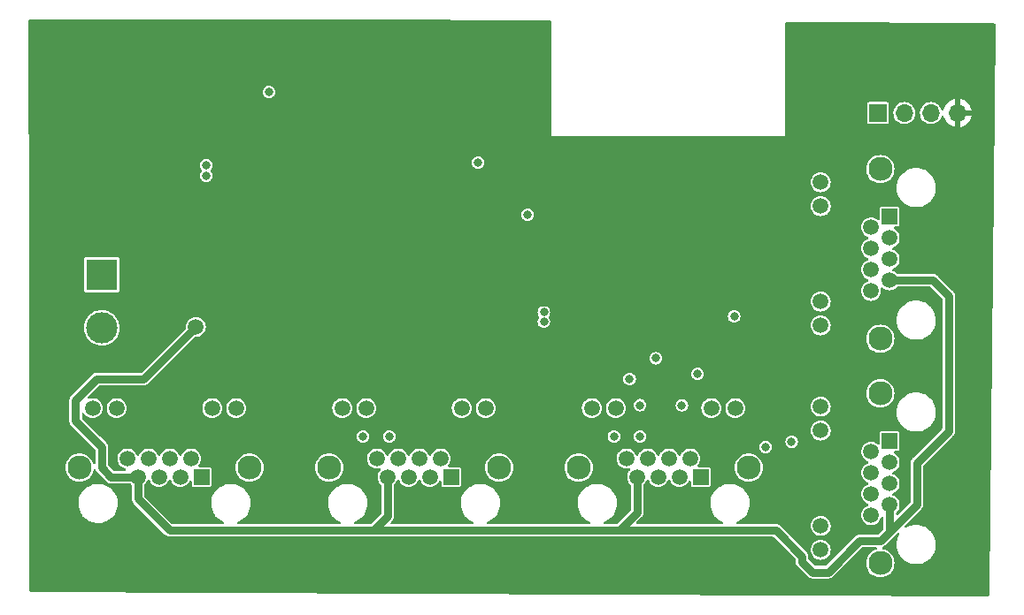
<source format=gbr>
%TF.GenerationSoftware,KiCad,Pcbnew,6.0.9+dfsg-1~bpo11+1*%
%TF.CreationDate,2022-12-31T19:32:48-06:00*%
%TF.ProjectId,Modular,4d6f6475-6c61-4722-9e6b-696361645f70,rev?*%
%TF.SameCoordinates,Original*%
%TF.FileFunction,Copper,L4,Bot*%
%TF.FilePolarity,Positive*%
%FSLAX46Y46*%
G04 Gerber Fmt 4.6, Leading zero omitted, Abs format (unit mm)*
G04 Created by KiCad (PCBNEW 6.0.9+dfsg-1~bpo11+1) date 2022-12-31 19:32:48*
%MOMM*%
%LPD*%
G01*
G04 APERTURE LIST*
%TA.AperFunction,ComponentPad*%
%ADD10R,1.500000X1.500000*%
%TD*%
%TA.AperFunction,ComponentPad*%
%ADD11C,1.500000*%
%TD*%
%TA.AperFunction,ComponentPad*%
%ADD12C,2.300000*%
%TD*%
%TA.AperFunction,ComponentPad*%
%ADD13R,3.000000X3.000000*%
%TD*%
%TA.AperFunction,ComponentPad*%
%ADD14C,3.000000*%
%TD*%
%TA.AperFunction,ComponentPad*%
%ADD15R,1.700000X1.700000*%
%TD*%
%TA.AperFunction,ComponentPad*%
%ADD16O,1.700000X1.700000*%
%TD*%
%TA.AperFunction,ViaPad*%
%ADD17C,0.800000*%
%TD*%
%TA.AperFunction,ViaPad*%
%ADD18C,1.500000*%
%TD*%
%TA.AperFunction,Conductor*%
%ADD19C,0.800000*%
%TD*%
G04 APERTURE END LIST*
D10*
%TO.P,J6,1*%
%TO.N,GNDREF*%
X143310000Y-144875000D03*
D11*
%TO.P,J6,2*%
%TO.N,/MOSI*%
X142294000Y-143095000D03*
%TO.P,J6,3*%
%TO.N,unconnected-(J6-Pad3)*%
X141278000Y-144875000D03*
%TO.P,J6,4*%
%TO.N,/MISO*%
X140262000Y-143095000D03*
%TO.P,J6,5*%
%TO.N,unconnected-(J6-Pad5)*%
X139246000Y-144875000D03*
%TO.P,J6,6*%
%TO.N,/CS_PDL*%
X138230000Y-143095000D03*
%TO.P,J6,7*%
%TO.N,+5V*%
X137214000Y-144875000D03*
%TO.P,J6,8*%
%TO.N,/SCLK*%
X136198000Y-143095000D03*
%TO.P,J6,9*%
%TO.N,unconnected-(J6-Pad9)*%
X146610000Y-138275000D03*
%TO.P,J6,10*%
%TO.N,unconnected-(J6-Pad10)*%
X144320000Y-138275000D03*
%TO.P,J6,11*%
%TO.N,unconnected-(J6-Pad11)*%
X135180000Y-138275000D03*
%TO.P,J6,12*%
%TO.N,unconnected-(J6-Pad12)*%
X132890000Y-138275000D03*
D12*
%TO.P,J6,SH*%
%TO.N,N/C*%
X147880000Y-143985000D03*
X131620000Y-143985000D03*
%TD*%
D10*
%TO.P,J7,1*%
%TO.N,GNDREF*%
X161375000Y-141440000D03*
D11*
%TO.P,J7,2*%
%TO.N,/MOSI*%
X159595000Y-142456000D03*
%TO.P,J7,3*%
%TO.N,unconnected-(J7-Pad3)*%
X161375000Y-143472000D03*
%TO.P,J7,4*%
%TO.N,/MISO*%
X159595000Y-144488000D03*
%TO.P,J7,5*%
%TO.N,unconnected-(J7-Pad5)*%
X161375000Y-145504000D03*
%TO.P,J7,6*%
%TO.N,/CS_SHIF*%
X159595000Y-146520000D03*
%TO.P,J7,7*%
%TO.N,+5V*%
X161375000Y-147536000D03*
%TO.P,J7,8*%
%TO.N,/SCLK*%
X159595000Y-148552000D03*
%TO.P,J7,9*%
%TO.N,unconnected-(J7-Pad9)*%
X154775000Y-138140000D03*
%TO.P,J7,10*%
%TO.N,unconnected-(J7-Pad10)*%
X154775000Y-140430000D03*
%TO.P,J7,11*%
%TO.N,unconnected-(J7-Pad11)*%
X154775000Y-149570000D03*
%TO.P,J7,12*%
%TO.N,unconnected-(J7-Pad12)*%
X154775000Y-151860000D03*
D12*
%TO.P,J7,SH*%
%TO.N,N/C*%
X160485000Y-153130000D03*
X160485000Y-136870000D03*
%TD*%
D13*
%TO.P,J3,1,Pin_1*%
%TO.N,GNDREF*%
X86000000Y-125500000D03*
D14*
%TO.P,J3,2,Pin_2*%
%TO.N,Net-(J3-Pad2)*%
X86000000Y-130580000D03*
%TD*%
D10*
%TO.P,J5,1*%
%TO.N,GNDREF*%
X119435000Y-144875000D03*
D11*
%TO.P,J5,2*%
%TO.N,/MOSI*%
X118419000Y-143095000D03*
%TO.P,J5,3*%
%TO.N,unconnected-(J5-Pad3)*%
X117403000Y-144875000D03*
%TO.P,J5,4*%
%TO.N,/MISO*%
X116387000Y-143095000D03*
%TO.P,J5,5*%
%TO.N,unconnected-(J5-Pad5)*%
X115371000Y-144875000D03*
%TO.P,J5,6*%
%TO.N,/CS_SWF*%
X114355000Y-143095000D03*
%TO.P,J5,7*%
%TO.N,+5V*%
X113339000Y-144875000D03*
%TO.P,J5,8*%
%TO.N,/SCLK*%
X112323000Y-143095000D03*
%TO.P,J5,9*%
%TO.N,unconnected-(J5-Pad9)*%
X122735000Y-138275000D03*
%TO.P,J5,10*%
%TO.N,unconnected-(J5-Pad10)*%
X120445000Y-138275000D03*
%TO.P,J5,11*%
%TO.N,unconnected-(J5-Pad11)*%
X111305000Y-138275000D03*
%TO.P,J5,12*%
%TO.N,unconnected-(J5-Pad12)*%
X109015000Y-138275000D03*
D12*
%TO.P,J5,SH*%
%TO.N,N/C*%
X107745000Y-143985000D03*
X124005000Y-143985000D03*
%TD*%
D10*
%TO.P,J8,1*%
%TO.N,GNDREF*%
X95560000Y-144875000D03*
D11*
%TO.P,J8,2*%
%TO.N,/MOSI*%
X94544000Y-143095000D03*
%TO.P,J8,3*%
%TO.N,unconnected-(J8-Pad3)*%
X93528000Y-144875000D03*
%TO.P,J8,4*%
%TO.N,/MISO*%
X92512000Y-143095000D03*
%TO.P,J8,5*%
%TO.N,unconnected-(J8-Pad5)*%
X91496000Y-144875000D03*
%TO.P,J8,6*%
%TO.N,/CS_A2*%
X90480000Y-143095000D03*
%TO.P,J8,7*%
%TO.N,+5V*%
X89464000Y-144875000D03*
%TO.P,J8,8*%
%TO.N,/SCLK*%
X88448000Y-143095000D03*
%TO.P,J8,9*%
%TO.N,unconnected-(J8-Pad9)*%
X98860000Y-138275000D03*
%TO.P,J8,10*%
%TO.N,unconnected-(J8-Pad10)*%
X96570000Y-138275000D03*
%TO.P,J8,11*%
%TO.N,unconnected-(J8-Pad11)*%
X87430000Y-138275000D03*
%TO.P,J8,12*%
%TO.N,unconnected-(J8-Pad12)*%
X85140000Y-138275000D03*
D12*
%TO.P,J8,SH*%
%TO.N,N/C*%
X100130000Y-143985000D03*
X83870000Y-143985000D03*
%TD*%
D15*
%TO.P,J2,1,Pin_1*%
%TO.N,GNDREF*%
X160250000Y-110000000D03*
D16*
%TO.P,J2,2,Pin_2*%
%TO.N,/RX_ESP*%
X162790000Y-110000000D03*
%TO.P,J2,3,Pin_3*%
%TO.N,/TX_ESP*%
X165330000Y-110000000D03*
%TO.P,J2,4,Pin_4*%
%TO.N,+3.3V*%
X167870000Y-110000000D03*
%TD*%
D10*
%TO.P,J4,1*%
%TO.N,GNDREF*%
X161375000Y-119940000D03*
D11*
%TO.P,J4,2*%
%TO.N,/MOSI*%
X159595000Y-120956000D03*
%TO.P,J4,3*%
%TO.N,unconnected-(J4-Pad3)*%
X161375000Y-121972000D03*
%TO.P,J4,4*%
%TO.N,/MISO*%
X159595000Y-122988000D03*
%TO.P,J4,5*%
%TO.N,unconnected-(J4-Pad5)*%
X161375000Y-124004000D03*
%TO.P,J4,6*%
%TO.N,/CS_A1*%
X159595000Y-125020000D03*
%TO.P,J4,7*%
%TO.N,+5V*%
X161375000Y-126036000D03*
%TO.P,J4,8*%
%TO.N,/SCLK*%
X159595000Y-127052000D03*
%TO.P,J4,9*%
%TO.N,unconnected-(J4-Pad9)*%
X154775000Y-116640000D03*
%TO.P,J4,10*%
%TO.N,unconnected-(J4-Pad10)*%
X154775000Y-118930000D03*
%TO.P,J4,11*%
%TO.N,unconnected-(J4-Pad11)*%
X154775000Y-128070000D03*
%TO.P,J4,12*%
%TO.N,unconnected-(J4-Pad12)*%
X154775000Y-130360000D03*
D12*
%TO.P,J4,SH*%
%TO.N,N/C*%
X160485000Y-115370000D03*
X160485000Y-131630000D03*
%TD*%
D17*
%TO.N,+3.3V*%
X123500000Y-119814000D03*
X118250000Y-122250000D03*
X125250000Y-114750000D03*
X108500000Y-130500000D03*
%TO.N,/MOSI*%
X136500000Y-135500000D03*
%TO.N,/MISO*%
X137500000Y-138000000D03*
X135000000Y-141000000D03*
X149500000Y-142000000D03*
X141500000Y-138000000D03*
X111000000Y-141000000D03*
X143000000Y-135000000D03*
X137500000Y-141000000D03*
X113500000Y-141000000D03*
X152000000Y-141500000D03*
%TO.N,/SCLK*%
X139000000Y-133500000D03*
%TO.N,Net-(C3-Pad1)*%
X122000000Y-114750000D03*
X126750000Y-119750000D03*
%TO.N,/D+*%
X128300000Y-130000000D03*
X96000000Y-116000000D03*
%TO.N,/D-*%
X128300000Y-129100000D03*
X96000000Y-115000000D03*
D18*
%TO.N,+5V*%
X95000000Y-130500000D03*
D17*
%TO.N,/BOOT*%
X102000000Y-108000000D03*
X146500000Y-129500000D03*
%TD*%
D19*
%TO.N,+5V*%
X153000000Y-152500000D02*
X153000000Y-153000000D01*
X161375000Y-150125000D02*
X161375000Y-147536000D01*
X112000000Y-150000000D02*
X113339000Y-148661000D01*
X165536000Y-126036000D02*
X161375000Y-126036000D01*
X155500000Y-154000000D02*
X158500000Y-151000000D01*
X137214000Y-148286000D02*
X137214000Y-144875000D01*
X160500000Y-151000000D02*
X161375000Y-150125000D01*
X112000000Y-150000000D02*
X135500000Y-150000000D01*
X89464000Y-146964000D02*
X92500000Y-150000000D01*
X92500000Y-150000000D02*
X112000000Y-150000000D01*
X90000000Y-135500000D02*
X85500000Y-135500000D01*
X161375000Y-150125000D02*
X164000000Y-147500000D01*
X158500000Y-151000000D02*
X160500000Y-151000000D01*
X150500000Y-150000000D02*
X153000000Y-152500000D01*
X113339000Y-148661000D02*
X113339000Y-144875000D01*
X167000000Y-127500000D02*
X165536000Y-126036000D01*
X86000000Y-142000000D02*
X86000000Y-144000000D01*
X154000000Y-154000000D02*
X155500000Y-154000000D01*
X86875000Y-144875000D02*
X89464000Y-144875000D01*
X85500000Y-135500000D02*
X83500000Y-137500000D01*
X86000000Y-144000000D02*
X86875000Y-144875000D01*
X164000000Y-143500000D02*
X167000000Y-140500000D01*
X153000000Y-153000000D02*
X154000000Y-154000000D01*
X89464000Y-144875000D02*
X89464000Y-146964000D01*
X135500000Y-150000000D02*
X137214000Y-148286000D01*
X83500000Y-137500000D02*
X83500000Y-139500000D01*
X164000000Y-147500000D02*
X164000000Y-143500000D01*
X95000000Y-130500000D02*
X90000000Y-135500000D01*
X167000000Y-140500000D02*
X167000000Y-127500000D01*
X135500000Y-150000000D02*
X150500000Y-150000000D01*
X83500000Y-139500000D02*
X86000000Y-142000000D01*
%TD*%
%TA.AperFunction,Conductor*%
%TO.N,+3.3V*%
G36*
X110054462Y-101001003D02*
G01*
X128874818Y-101123213D01*
X128942808Y-101143657D01*
X128988951Y-101197613D01*
X129000000Y-101249210D01*
X129000000Y-112200000D01*
X151400000Y-112200000D01*
X151400000Y-110869748D01*
X159199500Y-110869748D01*
X159200707Y-110875816D01*
X159204331Y-110894033D01*
X159211133Y-110928231D01*
X159255448Y-110994552D01*
X159321769Y-111038867D01*
X159333938Y-111041288D01*
X159333939Y-111041288D01*
X159374184Y-111049293D01*
X159380252Y-111050500D01*
X161119748Y-111050500D01*
X161125816Y-111049293D01*
X161166061Y-111041288D01*
X161166062Y-111041288D01*
X161178231Y-111038867D01*
X161244552Y-110994552D01*
X161288867Y-110928231D01*
X161295670Y-110894033D01*
X161299293Y-110875816D01*
X161300500Y-110869748D01*
X161300500Y-109985262D01*
X161734520Y-109985262D01*
X161751759Y-110190553D01*
X161753458Y-110196478D01*
X161799395Y-110356678D01*
X161808544Y-110388586D01*
X161811359Y-110394063D01*
X161811360Y-110394066D01*
X161899897Y-110566341D01*
X161902712Y-110571818D01*
X162030677Y-110733270D01*
X162035370Y-110737264D01*
X162035371Y-110737265D01*
X162109541Y-110800388D01*
X162187564Y-110866791D01*
X162192942Y-110869797D01*
X162192944Y-110869798D01*
X162223387Y-110886812D01*
X162367398Y-110967297D01*
X162451280Y-110994552D01*
X162557471Y-111029056D01*
X162557475Y-111029057D01*
X162563329Y-111030959D01*
X162767894Y-111055351D01*
X162774029Y-111054879D01*
X162774031Y-111054879D01*
X162846625Y-111049293D01*
X162973300Y-111039546D01*
X162979230Y-111037890D01*
X162979232Y-111037890D01*
X163165797Y-110985800D01*
X163165796Y-110985800D01*
X163171725Y-110984145D01*
X163177214Y-110981372D01*
X163177220Y-110981370D01*
X163350116Y-110894033D01*
X163355610Y-110891258D01*
X163371345Y-110878965D01*
X163513101Y-110768213D01*
X163517951Y-110764424D01*
X163575992Y-110697183D01*
X163648540Y-110613134D01*
X163648540Y-110613133D01*
X163652564Y-110608472D01*
X163673387Y-110571818D01*
X163691056Y-110540714D01*
X163754323Y-110429344D01*
X163819351Y-110233863D01*
X163845171Y-110029474D01*
X163845583Y-110000000D01*
X163844138Y-109985262D01*
X164274520Y-109985262D01*
X164291759Y-110190553D01*
X164293458Y-110196478D01*
X164339395Y-110356678D01*
X164348544Y-110388586D01*
X164351359Y-110394063D01*
X164351360Y-110394066D01*
X164439897Y-110566341D01*
X164442712Y-110571818D01*
X164570677Y-110733270D01*
X164575370Y-110737264D01*
X164575371Y-110737265D01*
X164649541Y-110800388D01*
X164727564Y-110866791D01*
X164732942Y-110869797D01*
X164732944Y-110869798D01*
X164763387Y-110886812D01*
X164907398Y-110967297D01*
X164991280Y-110994552D01*
X165097471Y-111029056D01*
X165097475Y-111029057D01*
X165103329Y-111030959D01*
X165307894Y-111055351D01*
X165314029Y-111054879D01*
X165314031Y-111054879D01*
X165386625Y-111049293D01*
X165513300Y-111039546D01*
X165519230Y-111037890D01*
X165519232Y-111037890D01*
X165705797Y-110985800D01*
X165705796Y-110985800D01*
X165711725Y-110984145D01*
X165717214Y-110981372D01*
X165717220Y-110981370D01*
X165890116Y-110894033D01*
X165895610Y-110891258D01*
X165911345Y-110878965D01*
X166053101Y-110768213D01*
X166057951Y-110764424D01*
X166115992Y-110697183D01*
X166188540Y-110613134D01*
X166188540Y-110613133D01*
X166192564Y-110608472D01*
X166213387Y-110571818D01*
X166231056Y-110540714D01*
X166294323Y-110429344D01*
X166303271Y-110402444D01*
X166318496Y-110356678D01*
X166358978Y-110298354D01*
X166424566Y-110271175D01*
X166494437Y-110283770D01*
X166546406Y-110332141D01*
X166560971Y-110368751D01*
X166568564Y-110402444D01*
X166571645Y-110412275D01*
X166651770Y-110609603D01*
X166656413Y-110618794D01*
X166767694Y-110800388D01*
X166773777Y-110808699D01*
X166913213Y-110969667D01*
X166920580Y-110976883D01*
X167084434Y-111112916D01*
X167092881Y-111118831D01*
X167276756Y-111226279D01*
X167286042Y-111230729D01*
X167485001Y-111306703D01*
X167494899Y-111309579D01*
X167598250Y-111330606D01*
X167612299Y-111329410D01*
X167616000Y-111319065D01*
X167616000Y-111318517D01*
X168124000Y-111318517D01*
X168128064Y-111332359D01*
X168141478Y-111334393D01*
X168148184Y-111333534D01*
X168158262Y-111331392D01*
X168362255Y-111270191D01*
X168371842Y-111266433D01*
X168563095Y-111172739D01*
X168571945Y-111167464D01*
X168745328Y-111043792D01*
X168753200Y-111037139D01*
X168904052Y-110886812D01*
X168910730Y-110878965D01*
X169035003Y-110706020D01*
X169040313Y-110697183D01*
X169134670Y-110506267D01*
X169138469Y-110496672D01*
X169200377Y-110292910D01*
X169202555Y-110282837D01*
X169203986Y-110271962D01*
X169201775Y-110257778D01*
X169188617Y-110254000D01*
X168142115Y-110254000D01*
X168126876Y-110258475D01*
X168125671Y-110259865D01*
X168124000Y-110267548D01*
X168124000Y-111318517D01*
X167616000Y-111318517D01*
X167616000Y-109727885D01*
X168124000Y-109727885D01*
X168128475Y-109743124D01*
X168129865Y-109744329D01*
X168137548Y-109746000D01*
X169188344Y-109746000D01*
X169201875Y-109742027D01*
X169203180Y-109732947D01*
X169161214Y-109565875D01*
X169157894Y-109556124D01*
X169072972Y-109360814D01*
X169068105Y-109351739D01*
X168952426Y-109172926D01*
X168946136Y-109164757D01*
X168802806Y-109007240D01*
X168795273Y-109000215D01*
X168628139Y-108868222D01*
X168619552Y-108862517D01*
X168433117Y-108759599D01*
X168423705Y-108755369D01*
X168222959Y-108684280D01*
X168212988Y-108681646D01*
X168141837Y-108668972D01*
X168128540Y-108670432D01*
X168124000Y-108684989D01*
X168124000Y-109727885D01*
X167616000Y-109727885D01*
X167616000Y-108683102D01*
X167612082Y-108669758D01*
X167597806Y-108667771D01*
X167559324Y-108673660D01*
X167549288Y-108676051D01*
X167346868Y-108742212D01*
X167337359Y-108746209D01*
X167148463Y-108844542D01*
X167139738Y-108850036D01*
X166969433Y-108977905D01*
X166961726Y-108984748D01*
X166814590Y-109138717D01*
X166808104Y-109146727D01*
X166688098Y-109322649D01*
X166683000Y-109331623D01*
X166593338Y-109524783D01*
X166589775Y-109534470D01*
X166561012Y-109638185D01*
X166523533Y-109698483D01*
X166459405Y-109728946D01*
X166388986Y-109719903D01*
X166334636Y-109674224D01*
X166318973Y-109640933D01*
X166318143Y-109638185D01*
X166305935Y-109597749D01*
X166209218Y-109415849D01*
X166133206Y-109322649D01*
X166082906Y-109260975D01*
X166082903Y-109260972D01*
X166079011Y-109256200D01*
X166061786Y-109241950D01*
X165925025Y-109128811D01*
X165925021Y-109128809D01*
X165920275Y-109124882D01*
X165739055Y-109026897D01*
X165542254Y-108965977D01*
X165536129Y-108965333D01*
X165536128Y-108965333D01*
X165343498Y-108945087D01*
X165343496Y-108945087D01*
X165337369Y-108944443D01*
X165250529Y-108952346D01*
X165138342Y-108962555D01*
X165138339Y-108962556D01*
X165132203Y-108963114D01*
X164934572Y-109021280D01*
X164752002Y-109116726D01*
X164747201Y-109120586D01*
X164747198Y-109120588D01*
X164714688Y-109146727D01*
X164591447Y-109245815D01*
X164459024Y-109403630D01*
X164456056Y-109409028D01*
X164456053Y-109409033D01*
X164449315Y-109421290D01*
X164359776Y-109584162D01*
X164297484Y-109780532D01*
X164296798Y-109786649D01*
X164296797Y-109786653D01*
X164275207Y-109979137D01*
X164274520Y-109985262D01*
X163844138Y-109985262D01*
X163825480Y-109794970D01*
X163765935Y-109597749D01*
X163669218Y-109415849D01*
X163593206Y-109322649D01*
X163542906Y-109260975D01*
X163542903Y-109260972D01*
X163539011Y-109256200D01*
X163521786Y-109241950D01*
X163385025Y-109128811D01*
X163385021Y-109128809D01*
X163380275Y-109124882D01*
X163199055Y-109026897D01*
X163002254Y-108965977D01*
X162996129Y-108965333D01*
X162996128Y-108965333D01*
X162803498Y-108945087D01*
X162803496Y-108945087D01*
X162797369Y-108944443D01*
X162710529Y-108952346D01*
X162598342Y-108962555D01*
X162598339Y-108962556D01*
X162592203Y-108963114D01*
X162394572Y-109021280D01*
X162212002Y-109116726D01*
X162207201Y-109120586D01*
X162207198Y-109120588D01*
X162174688Y-109146727D01*
X162051447Y-109245815D01*
X161919024Y-109403630D01*
X161916056Y-109409028D01*
X161916053Y-109409033D01*
X161909315Y-109421290D01*
X161819776Y-109584162D01*
X161757484Y-109780532D01*
X161756798Y-109786649D01*
X161756797Y-109786653D01*
X161735207Y-109979137D01*
X161734520Y-109985262D01*
X161300500Y-109985262D01*
X161300500Y-109130252D01*
X161288867Y-109071769D01*
X161244552Y-109005448D01*
X161178231Y-108961133D01*
X161166062Y-108958712D01*
X161166061Y-108958712D01*
X161125816Y-108950707D01*
X161119748Y-108949500D01*
X159380252Y-108949500D01*
X159374184Y-108950707D01*
X159333939Y-108958712D01*
X159333938Y-108958712D01*
X159321769Y-108961133D01*
X159255448Y-109005448D01*
X159211133Y-109071769D01*
X159199500Y-109130252D01*
X159199500Y-110869748D01*
X151400000Y-110869748D01*
X151400000Y-101396301D01*
X151420002Y-101328180D01*
X151473658Y-101281687D01*
X151526818Y-101270304D01*
X171373444Y-101399178D01*
X171441433Y-101419622D01*
X171487576Y-101473578D01*
X171498617Y-101526552D01*
X170904372Y-155900000D01*
X170901368Y-156174833D01*
X170880623Y-156242731D01*
X170826463Y-156288635D01*
X170774829Y-156299455D01*
X79225223Y-155900546D01*
X79157191Y-155880247D01*
X79110932Y-155826389D01*
X79099773Y-155774775D01*
X79097292Y-154405326D01*
X79084706Y-147457664D01*
X83769967Y-147457664D01*
X83795818Y-147728611D01*
X83796903Y-147733045D01*
X83796904Y-147733051D01*
X83850592Y-147952452D01*
X83860511Y-147992989D01*
X83862223Y-147997215D01*
X83862224Y-147997219D01*
X83944143Y-148199468D01*
X83962690Y-148245259D01*
X83964994Y-148249194D01*
X83964996Y-148249198D01*
X83986545Y-148286000D01*
X84100217Y-148480137D01*
X84179014Y-148578668D01*
X84262217Y-148682707D01*
X84270209Y-148692701D01*
X84469105Y-148878499D01*
X84692739Y-149033640D01*
X84804583Y-149089282D01*
X84932339Y-149152840D01*
X84932342Y-149152841D01*
X84936426Y-149154873D01*
X85195062Y-149239658D01*
X85199553Y-149240438D01*
X85199554Y-149240438D01*
X85459447Y-149285563D01*
X85459455Y-149285564D01*
X85463228Y-149286219D01*
X85467065Y-149286410D01*
X85547651Y-149290422D01*
X85547659Y-149290422D01*
X85549222Y-149290500D01*
X85719144Y-149290500D01*
X85721412Y-149290335D01*
X85721424Y-149290335D01*
X85852468Y-149280826D01*
X85921464Y-149275820D01*
X85925919Y-149274836D01*
X85925922Y-149274836D01*
X86182782Y-149218127D01*
X86182786Y-149218126D01*
X86187242Y-149217142D01*
X86349487Y-149155673D01*
X86437495Y-149122330D01*
X86437498Y-149122329D01*
X86441765Y-149120712D01*
X86679702Y-148988550D01*
X86791019Y-148903595D01*
X86892443Y-148826191D01*
X86892447Y-148826188D01*
X86896068Y-148823424D01*
X87086331Y-148628794D01*
X87246506Y-148408737D01*
X87373236Y-148167863D01*
X87463867Y-147911218D01*
X87516500Y-147644177D01*
X87518011Y-147613818D01*
X87529806Y-147376905D01*
X87529806Y-147376899D01*
X87530033Y-147372336D01*
X87504182Y-147101389D01*
X87489702Y-147042212D01*
X87440574Y-146841445D01*
X87439489Y-146837011D01*
X87424254Y-146799397D01*
X87339023Y-146588969D01*
X87339020Y-146588963D01*
X87337310Y-146584741D01*
X87315018Y-146546668D01*
X87276115Y-146480229D01*
X87199783Y-146349863D01*
X87044779Y-146156040D01*
X87032643Y-146140865D01*
X87032642Y-146140863D01*
X87029791Y-146137299D01*
X86830895Y-145951501D01*
X86607261Y-145796360D01*
X86440801Y-145713547D01*
X86367661Y-145677160D01*
X86367658Y-145677159D01*
X86363574Y-145675127D01*
X86104938Y-145590342D01*
X86100446Y-145589562D01*
X85840553Y-145544437D01*
X85840545Y-145544436D01*
X85836772Y-145543781D01*
X85827316Y-145543310D01*
X85752349Y-145539578D01*
X85752341Y-145539578D01*
X85750778Y-145539500D01*
X85580856Y-145539500D01*
X85578588Y-145539665D01*
X85578576Y-145539665D01*
X85447532Y-145549174D01*
X85378536Y-145554180D01*
X85374081Y-145555164D01*
X85374078Y-145555164D01*
X85117218Y-145611873D01*
X85117214Y-145611874D01*
X85112758Y-145612858D01*
X85000774Y-145655285D01*
X84862505Y-145707670D01*
X84862502Y-145707671D01*
X84858235Y-145709288D01*
X84696793Y-145798961D01*
X84663865Y-145817251D01*
X84620298Y-145841450D01*
X84616666Y-145844222D01*
X84407557Y-146003809D01*
X84407553Y-146003812D01*
X84403932Y-146006576D01*
X84213669Y-146201206D01*
X84053494Y-146421263D01*
X83926764Y-146662137D01*
X83836133Y-146918782D01*
X83783500Y-147185823D01*
X83783273Y-147190380D01*
X83783273Y-147190381D01*
X83771350Y-147429887D01*
X83769967Y-147457664D01*
X79084706Y-147457664D01*
X79078415Y-143985000D01*
X82514341Y-143985000D01*
X82534937Y-144220408D01*
X82536361Y-144225722D01*
X82536361Y-144225723D01*
X82578205Y-144381887D01*
X82596097Y-144448663D01*
X82598419Y-144453643D01*
X82598420Y-144453645D01*
X82691975Y-144654272D01*
X82695965Y-144662829D01*
X82831505Y-144856401D01*
X82998599Y-145023495D01*
X83003107Y-145026652D01*
X83003110Y-145026654D01*
X83187661Y-145155878D01*
X83192170Y-145159035D01*
X83197152Y-145161358D01*
X83197157Y-145161361D01*
X83337052Y-145226595D01*
X83406337Y-145258903D01*
X83411645Y-145260325D01*
X83411647Y-145260326D01*
X83628710Y-145318487D01*
X83634592Y-145320063D01*
X83870000Y-145340659D01*
X84105408Y-145320063D01*
X84111290Y-145318487D01*
X84328353Y-145260326D01*
X84328355Y-145260325D01*
X84333663Y-145258903D01*
X84402948Y-145226595D01*
X84542843Y-145161361D01*
X84542848Y-145161358D01*
X84547830Y-145159035D01*
X84552339Y-145155878D01*
X84736890Y-145026654D01*
X84736893Y-145026652D01*
X84741401Y-145023495D01*
X84908495Y-144856401D01*
X85044035Y-144662829D01*
X85048026Y-144654272D01*
X85141580Y-144453645D01*
X85141581Y-144453643D01*
X85143903Y-144448663D01*
X85201793Y-144232610D01*
X85238744Y-144171988D01*
X85302605Y-144140967D01*
X85373099Y-144149395D01*
X85427847Y-144194598D01*
X85439909Y-144217004D01*
X85475464Y-144302841D01*
X85571718Y-144428282D01*
X85578264Y-144433305D01*
X85596671Y-144447429D01*
X85609062Y-144458297D01*
X86416703Y-145265938D01*
X86427570Y-145278328D01*
X86446718Y-145303282D01*
X86453264Y-145308305D01*
X86469212Y-145320542D01*
X86495429Y-145340659D01*
X86572159Y-145399536D01*
X86718238Y-145460044D01*
X86875000Y-145480682D01*
X86883188Y-145479604D01*
X86906173Y-145476578D01*
X86922619Y-145475500D01*
X88666140Y-145475500D01*
X88734261Y-145495502D01*
X88764885Y-145523234D01*
X88776959Y-145538468D01*
X88781652Y-145542462D01*
X88781653Y-145542463D01*
X88790306Y-145549827D01*
X88804598Y-145561990D01*
X88819163Y-145574386D01*
X88858076Y-145633768D01*
X88863500Y-145670340D01*
X88863500Y-146916381D01*
X88862422Y-146932827D01*
X88858318Y-146964000D01*
X88872499Y-147071718D01*
X88878956Y-147120762D01*
X88939464Y-147266841D01*
X89035718Y-147392282D01*
X89042264Y-147397305D01*
X89060671Y-147411429D01*
X89073062Y-147422297D01*
X92041703Y-150390938D01*
X92052570Y-150403328D01*
X92071718Y-150428282D01*
X92078264Y-150433305D01*
X92110038Y-150457686D01*
X92133207Y-150475464D01*
X92197159Y-150524536D01*
X92343238Y-150585044D01*
X92351426Y-150586122D01*
X92421619Y-150595363D01*
X92500000Y-150605682D01*
X92508188Y-150604604D01*
X92531173Y-150601578D01*
X92547619Y-150600500D01*
X111952381Y-150600500D01*
X111968827Y-150601578D01*
X112000000Y-150605682D01*
X112008188Y-150604604D01*
X112031173Y-150601578D01*
X112047619Y-150600500D01*
X135452381Y-150600500D01*
X135468827Y-150601578D01*
X135500000Y-150605682D01*
X135508188Y-150604604D01*
X135531173Y-150601578D01*
X135547619Y-150600500D01*
X150199075Y-150600500D01*
X150267196Y-150620502D01*
X150288170Y-150637405D01*
X152362595Y-152711830D01*
X152396621Y-152774142D01*
X152399500Y-152800925D01*
X152399500Y-152952381D01*
X152398422Y-152968827D01*
X152394318Y-153000000D01*
X152399500Y-153039361D01*
X152414956Y-153156762D01*
X152475464Y-153302841D01*
X152571718Y-153428282D01*
X152578264Y-153433305D01*
X152596671Y-153447429D01*
X152609062Y-153458297D01*
X153541703Y-154390938D01*
X153552570Y-154403328D01*
X153571718Y-154428282D01*
X153697159Y-154524536D01*
X153843238Y-154585044D01*
X153960633Y-154600500D01*
X153991805Y-154604604D01*
X154000000Y-154605683D01*
X154008196Y-154604604D01*
X154031179Y-154601578D01*
X154047626Y-154600500D01*
X155452381Y-154600500D01*
X155468827Y-154601578D01*
X155500000Y-154605682D01*
X155508188Y-154604604D01*
X155539361Y-154600500D01*
X155648574Y-154586122D01*
X155656762Y-154585044D01*
X155802841Y-154524536D01*
X155928282Y-154428282D01*
X155947430Y-154403328D01*
X155958297Y-154390938D01*
X158711830Y-151637405D01*
X158774142Y-151603379D01*
X158800925Y-151600500D01*
X160018172Y-151600500D01*
X160086293Y-151620502D01*
X160132786Y-151674158D01*
X160142890Y-151744432D01*
X160113396Y-151809012D01*
X160050783Y-151848207D01*
X160026647Y-151854674D01*
X160026645Y-151854675D01*
X160021337Y-151856097D01*
X160016357Y-151858419D01*
X160016355Y-151858420D01*
X159812152Y-151953642D01*
X159812149Y-151953644D01*
X159807171Y-151955965D01*
X159613599Y-152091505D01*
X159446505Y-152258599D01*
X159310965Y-152452171D01*
X159308644Y-152457149D01*
X159308642Y-152457152D01*
X159264574Y-152551656D01*
X159211097Y-152666337D01*
X159209675Y-152671645D01*
X159209674Y-152671647D01*
X159171488Y-152814161D01*
X159149937Y-152894592D01*
X159129341Y-153130000D01*
X159149937Y-153365408D01*
X159211097Y-153593663D01*
X159310965Y-153807829D01*
X159446505Y-154001401D01*
X159613599Y-154168495D01*
X159618107Y-154171652D01*
X159618110Y-154171654D01*
X159802661Y-154300878D01*
X159807170Y-154304035D01*
X159812152Y-154306358D01*
X159812157Y-154306361D01*
X160006068Y-154396783D01*
X160021337Y-154403903D01*
X160026645Y-154405325D01*
X160026647Y-154405326D01*
X160244277Y-154463639D01*
X160249592Y-154465063D01*
X160485000Y-154485659D01*
X160720408Y-154465063D01*
X160725723Y-154463639D01*
X160943353Y-154405326D01*
X160943355Y-154405325D01*
X160948663Y-154403903D01*
X160963932Y-154396783D01*
X161157843Y-154306361D01*
X161157848Y-154306358D01*
X161162830Y-154304035D01*
X161167339Y-154300878D01*
X161351890Y-154171654D01*
X161351893Y-154171652D01*
X161356401Y-154168495D01*
X161523495Y-154001401D01*
X161659035Y-153807829D01*
X161758903Y-153593663D01*
X161820063Y-153365408D01*
X161840659Y-153130000D01*
X161820063Y-152894592D01*
X161798512Y-152814161D01*
X161760326Y-152671647D01*
X161760325Y-152671645D01*
X161758903Y-152666337D01*
X161705426Y-152551656D01*
X161661358Y-152457152D01*
X161661356Y-152457149D01*
X161659035Y-152452171D01*
X161523495Y-152258599D01*
X161356401Y-152091505D01*
X161351893Y-152088348D01*
X161351890Y-152088346D01*
X161167339Y-151959122D01*
X161167336Y-151959120D01*
X161162830Y-151955965D01*
X161157848Y-151953642D01*
X161157843Y-151953639D01*
X160953645Y-151858420D01*
X160953644Y-151858419D01*
X160948663Y-151856097D01*
X160943355Y-151854675D01*
X160943353Y-151854674D01*
X160772937Y-151809012D01*
X160732610Y-151798207D01*
X160671988Y-151761256D01*
X160640967Y-151697395D01*
X160649395Y-151626901D01*
X160694598Y-151572153D01*
X160717004Y-151560091D01*
X160730339Y-151554567D01*
X160802841Y-151524536D01*
X160928282Y-151428282D01*
X160947430Y-151403328D01*
X160958297Y-151390938D01*
X161765938Y-150583297D01*
X161778329Y-150572429D01*
X161796736Y-150558305D01*
X161803282Y-150553282D01*
X161822430Y-150528328D01*
X161833297Y-150515938D01*
X162092529Y-150256706D01*
X162154841Y-150222680D01*
X162225656Y-150227745D01*
X162282492Y-150270292D01*
X162307303Y-150336812D01*
X162293132Y-150404468D01*
X162284047Y-150421736D01*
X162191764Y-150597137D01*
X162101133Y-150853782D01*
X162048500Y-151120823D01*
X162048273Y-151125380D01*
X162048273Y-151125381D01*
X162038252Y-151326682D01*
X162034967Y-151392664D01*
X162060818Y-151663611D01*
X162061903Y-151668045D01*
X162061904Y-151668051D01*
X162108874Y-151860000D01*
X162125511Y-151927989D01*
X162127223Y-151932215D01*
X162127224Y-151932219D01*
X162200135Y-152112228D01*
X162227690Y-152180259D01*
X162229994Y-152184194D01*
X162229996Y-152184198D01*
X162270772Y-152253837D01*
X162365217Y-152415137D01*
X162535209Y-152627701D01*
X162734105Y-152813499D01*
X162957739Y-152968640D01*
X163082876Y-153030895D01*
X163197339Y-153087840D01*
X163197342Y-153087841D01*
X163201426Y-153089873D01*
X163460062Y-153174658D01*
X163464553Y-153175438D01*
X163464554Y-153175438D01*
X163724447Y-153220563D01*
X163724455Y-153220564D01*
X163728228Y-153221219D01*
X163732065Y-153221410D01*
X163812651Y-153225422D01*
X163812659Y-153225422D01*
X163814222Y-153225500D01*
X163984144Y-153225500D01*
X163986412Y-153225335D01*
X163986424Y-153225335D01*
X164117468Y-153215826D01*
X164186464Y-153210820D01*
X164190919Y-153209836D01*
X164190922Y-153209836D01*
X164447782Y-153153127D01*
X164447786Y-153153126D01*
X164452242Y-153152142D01*
X164612845Y-153091295D01*
X164702495Y-153057330D01*
X164702498Y-153057329D01*
X164706765Y-153055712D01*
X164944702Y-152923550D01*
X164994185Y-152885785D01*
X165157443Y-152761191D01*
X165157447Y-152761188D01*
X165161068Y-152758424D01*
X165167234Y-152752117D01*
X165348145Y-152567053D01*
X165351331Y-152563794D01*
X165511506Y-152343737D01*
X165638236Y-152102863D01*
X165728867Y-151846218D01*
X165781500Y-151579177D01*
X165784220Y-151524536D01*
X165794806Y-151311905D01*
X165794806Y-151311899D01*
X165795033Y-151307336D01*
X165769182Y-151036389D01*
X165755986Y-150982459D01*
X165705574Y-150776445D01*
X165704489Y-150772011D01*
X165702776Y-150767781D01*
X165604023Y-150523969D01*
X165604020Y-150523963D01*
X165602310Y-150519741D01*
X165597229Y-150511062D01*
X165528872Y-150394318D01*
X165464783Y-150284863D01*
X165333378Y-150120550D01*
X165297643Y-150075865D01*
X165297642Y-150075863D01*
X165294791Y-150072299D01*
X165095895Y-149886501D01*
X164872261Y-149731360D01*
X164738762Y-149664945D01*
X164632661Y-149612160D01*
X164632658Y-149612159D01*
X164628574Y-149610127D01*
X164369938Y-149525342D01*
X164365446Y-149524562D01*
X164105553Y-149479437D01*
X164105545Y-149479436D01*
X164101772Y-149478781D01*
X164092316Y-149478310D01*
X164017349Y-149474578D01*
X164017341Y-149474578D01*
X164015778Y-149474500D01*
X163845856Y-149474500D01*
X163843588Y-149474665D01*
X163843576Y-149474665D01*
X163729880Y-149482915D01*
X163643536Y-149489180D01*
X163639081Y-149490164D01*
X163639078Y-149490164D01*
X163382218Y-149546873D01*
X163382214Y-149546874D01*
X163377758Y-149547858D01*
X163258225Y-149593145D01*
X163127505Y-149642670D01*
X163127502Y-149642671D01*
X163123235Y-149644288D01*
X162984277Y-149721472D01*
X162968546Y-149730210D01*
X162899283Y-149745802D01*
X162832585Y-149721472D01*
X162789629Y-149664945D01*
X162784053Y-149594167D01*
X162818269Y-149530966D01*
X164390938Y-147958297D01*
X164403329Y-147947429D01*
X164421736Y-147933305D01*
X164428282Y-147928282D01*
X164524536Y-147802841D01*
X164585044Y-147656762D01*
X164600500Y-147539361D01*
X164605682Y-147500000D01*
X164601578Y-147468827D01*
X164600500Y-147452381D01*
X164600500Y-143800925D01*
X164620502Y-143732804D01*
X164637405Y-143711830D01*
X167390938Y-140958297D01*
X167403329Y-140947429D01*
X167421736Y-140933305D01*
X167428282Y-140928282D01*
X167524536Y-140802841D01*
X167585044Y-140656762D01*
X167600500Y-140539361D01*
X167605682Y-140500000D01*
X167601578Y-140468827D01*
X167600500Y-140452381D01*
X167600500Y-127547619D01*
X167601578Y-127531173D01*
X167604604Y-127508188D01*
X167605682Y-127500000D01*
X167585044Y-127343238D01*
X167581884Y-127335609D01*
X167527695Y-127204785D01*
X167527694Y-127204784D01*
X167524536Y-127197159D01*
X167518173Y-127188867D01*
X167516974Y-127187304D01*
X167433308Y-127078267D01*
X167433305Y-127078264D01*
X167428282Y-127071718D01*
X167403328Y-127052570D01*
X167390938Y-127041703D01*
X165994297Y-125645062D01*
X165983429Y-125632671D01*
X165969305Y-125614264D01*
X165964282Y-125607718D01*
X165838841Y-125511464D01*
X165692762Y-125450956D01*
X165575361Y-125435500D01*
X165536000Y-125430318D01*
X165527812Y-125431396D01*
X165504827Y-125434422D01*
X165488381Y-125435500D01*
X162171665Y-125435500D01*
X162103544Y-125415498D01*
X162074022Y-125389136D01*
X162056605Y-125367780D01*
X162056602Y-125367777D01*
X162052710Y-125363005D01*
X162016950Y-125333421D01*
X161913834Y-125248116D01*
X161909085Y-125244187D01*
X161745116Y-125155529D01*
X161713860Y-125145854D01*
X161698933Y-125141233D01*
X161639774Y-125101981D01*
X161611227Y-125036977D01*
X161622356Y-124966858D01*
X161669627Y-124913887D01*
X161702312Y-124899509D01*
X161714453Y-124896120D01*
X161714464Y-124896116D01*
X161720387Y-124894462D01*
X161886768Y-124810417D01*
X161911255Y-124791286D01*
X162028794Y-124699454D01*
X162028795Y-124699453D01*
X162033655Y-124695656D01*
X162155454Y-124554550D01*
X162247526Y-124392474D01*
X162306364Y-124215601D01*
X162316204Y-124137708D01*
X162329285Y-124034170D01*
X162329286Y-124034163D01*
X162329727Y-124030668D01*
X162330099Y-124004000D01*
X162311909Y-123818487D01*
X162310128Y-123812588D01*
X162310127Y-123812583D01*
X162259814Y-123645939D01*
X162258033Y-123640040D01*
X162186436Y-123505385D01*
X162173416Y-123480898D01*
X162173414Y-123480895D01*
X162170522Y-123475456D01*
X162166632Y-123470686D01*
X162166629Y-123470682D01*
X162056605Y-123335780D01*
X162056602Y-123335777D01*
X162052710Y-123331005D01*
X162016950Y-123301421D01*
X161913834Y-123216116D01*
X161909085Y-123212187D01*
X161745116Y-123123529D01*
X161713860Y-123113854D01*
X161698933Y-123109233D01*
X161639774Y-123069981D01*
X161611227Y-123004977D01*
X161622356Y-122934858D01*
X161669627Y-122881887D01*
X161702312Y-122867509D01*
X161714453Y-122864120D01*
X161714464Y-122864116D01*
X161720387Y-122862462D01*
X161886768Y-122778417D01*
X161911255Y-122759286D01*
X162028794Y-122667454D01*
X162028795Y-122667453D01*
X162033655Y-122663656D01*
X162155454Y-122522550D01*
X162247526Y-122360474D01*
X162306364Y-122183601D01*
X162316204Y-122105708D01*
X162329285Y-122002170D01*
X162329286Y-122002163D01*
X162329727Y-121998668D01*
X162330099Y-121972000D01*
X162311909Y-121786487D01*
X162310128Y-121780588D01*
X162310127Y-121780583D01*
X162259814Y-121613939D01*
X162258033Y-121608040D01*
X162186436Y-121473385D01*
X162173416Y-121448898D01*
X162173414Y-121448895D01*
X162170522Y-121443456D01*
X162166632Y-121438686D01*
X162166629Y-121438682D01*
X162056605Y-121303780D01*
X162056602Y-121303777D01*
X162052710Y-121299005D01*
X162016950Y-121269421D01*
X161913834Y-121184116D01*
X161909085Y-121180187D01*
X161811338Y-121127335D01*
X161760931Y-121077341D01*
X161745553Y-121008030D01*
X161770089Y-120941408D01*
X161826749Y-120898627D01*
X161871268Y-120890500D01*
X162144748Y-120890500D01*
X162150816Y-120889293D01*
X162191061Y-120881288D01*
X162191062Y-120881288D01*
X162203231Y-120878867D01*
X162269552Y-120834552D01*
X162313867Y-120768231D01*
X162325500Y-120709748D01*
X162325500Y-119170252D01*
X162320556Y-119145396D01*
X162316288Y-119123939D01*
X162316288Y-119123938D01*
X162313867Y-119111769D01*
X162269552Y-119045448D01*
X162203231Y-119001133D01*
X162191062Y-118998712D01*
X162191061Y-118998712D01*
X162150816Y-118990707D01*
X162144748Y-118989500D01*
X160605252Y-118989500D01*
X160599184Y-118990707D01*
X160558939Y-118998712D01*
X160558938Y-118998712D01*
X160546769Y-119001133D01*
X160480448Y-119045448D01*
X160436133Y-119111769D01*
X160433712Y-119123938D01*
X160433712Y-119123939D01*
X160429444Y-119145396D01*
X160424500Y-119170252D01*
X160424500Y-120140813D01*
X160404498Y-120208934D01*
X160350842Y-120255427D01*
X160280568Y-120265531D01*
X160218184Y-120237897D01*
X160152194Y-120183305D01*
X160129085Y-120164187D01*
X159965116Y-120075529D01*
X159867173Y-120045211D01*
X159792936Y-120022231D01*
X159792933Y-120022230D01*
X159787049Y-120020409D01*
X159780924Y-120019765D01*
X159780923Y-120019765D01*
X159607796Y-120001568D01*
X159607795Y-120001568D01*
X159601668Y-120000924D01*
X159523549Y-120008033D01*
X159422171Y-120017259D01*
X159422168Y-120017260D01*
X159416032Y-120017818D01*
X159410122Y-120019557D01*
X159410119Y-120019558D01*
X159322960Y-120045211D01*
X159237214Y-120070448D01*
X159072023Y-120156807D01*
X159067223Y-120160667D01*
X159067222Y-120160667D01*
X159039066Y-120183305D01*
X158926752Y-120273608D01*
X158806935Y-120416401D01*
X158803971Y-120421793D01*
X158803968Y-120421797D01*
X158800857Y-120427456D01*
X158717135Y-120579746D01*
X158660772Y-120757424D01*
X158639994Y-120942665D01*
X158640510Y-120948809D01*
X158652495Y-121091529D01*
X158655592Y-121128414D01*
X158657291Y-121134339D01*
X158704508Y-121299005D01*
X158706971Y-121307595D01*
X158792176Y-121473385D01*
X158907959Y-121619468D01*
X159049912Y-121740279D01*
X159212627Y-121831217D01*
X159259546Y-121846462D01*
X159275205Y-121851550D01*
X159333810Y-121891624D01*
X159361447Y-121957021D01*
X159349340Y-122026978D01*
X159301333Y-122079283D01*
X159271847Y-122092255D01*
X159237214Y-122102448D01*
X159072023Y-122188807D01*
X158926752Y-122305608D01*
X158806935Y-122448401D01*
X158803971Y-122453793D01*
X158803968Y-122453797D01*
X158766171Y-122522550D01*
X158717135Y-122611746D01*
X158715274Y-122617613D01*
X158715273Y-122617615D01*
X158672553Y-122752286D01*
X158660772Y-122789424D01*
X158639994Y-122974665D01*
X158640510Y-122980809D01*
X158652741Y-123126459D01*
X158655592Y-123160414D01*
X158657291Y-123166339D01*
X158704508Y-123331005D01*
X158706971Y-123339595D01*
X158792176Y-123505385D01*
X158907959Y-123651468D01*
X159049912Y-123772279D01*
X159212627Y-123863217D01*
X159259546Y-123878462D01*
X159275205Y-123883550D01*
X159333810Y-123923624D01*
X159361447Y-123989021D01*
X159349340Y-124058978D01*
X159301333Y-124111283D01*
X159271847Y-124124255D01*
X159237214Y-124134448D01*
X159072023Y-124220807D01*
X158926752Y-124337608D01*
X158806935Y-124480401D01*
X158803971Y-124485793D01*
X158803968Y-124485797D01*
X158766171Y-124554550D01*
X158717135Y-124643746D01*
X158715274Y-124649613D01*
X158715273Y-124649615D01*
X158672553Y-124784286D01*
X158660772Y-124821424D01*
X158639994Y-125006665D01*
X158640510Y-125012809D01*
X158652741Y-125158459D01*
X158655592Y-125192414D01*
X158657291Y-125198339D01*
X158704508Y-125363005D01*
X158706971Y-125371595D01*
X158792176Y-125537385D01*
X158907959Y-125683468D01*
X159049912Y-125804279D01*
X159212627Y-125895217D01*
X159259546Y-125910462D01*
X159275205Y-125915550D01*
X159333810Y-125955624D01*
X159361447Y-126021021D01*
X159349340Y-126090978D01*
X159301333Y-126143283D01*
X159271847Y-126156255D01*
X159237214Y-126166448D01*
X159072023Y-126252807D01*
X158926752Y-126369608D01*
X158806935Y-126512401D01*
X158803971Y-126517793D01*
X158803968Y-126517797D01*
X158738711Y-126636500D01*
X158717135Y-126675746D01*
X158715274Y-126681613D01*
X158715273Y-126681615D01*
X158672553Y-126816286D01*
X158660772Y-126853424D01*
X158639994Y-127038665D01*
X158643320Y-127078267D01*
X158653944Y-127204785D01*
X158655592Y-127224414D01*
X158657291Y-127230339D01*
X158703955Y-127393076D01*
X158706971Y-127403595D01*
X158709790Y-127409080D01*
X158772538Y-127531173D01*
X158792176Y-127569385D01*
X158907959Y-127715468D01*
X159049912Y-127836279D01*
X159055290Y-127839285D01*
X159055292Y-127839286D01*
X159125606Y-127878583D01*
X159212627Y-127927217D01*
X159389907Y-127984819D01*
X159574998Y-128006890D01*
X159581133Y-128006418D01*
X159581135Y-128006418D01*
X159754710Y-127993062D01*
X159754715Y-127993061D01*
X159760851Y-127992589D01*
X159766781Y-127990933D01*
X159766783Y-127990933D01*
X159934459Y-127944117D01*
X159934458Y-127944117D01*
X159940387Y-127942462D01*
X160106768Y-127858417D01*
X160131255Y-127839286D01*
X160248794Y-127747454D01*
X160248795Y-127747453D01*
X160253655Y-127743656D01*
X160375454Y-127602550D01*
X160467526Y-127440474D01*
X160526364Y-127263601D01*
X160535352Y-127192459D01*
X160549285Y-127082170D01*
X160549286Y-127082163D01*
X160549727Y-127078668D01*
X160550099Y-127052000D01*
X160531909Y-126866487D01*
X160530128Y-126860586D01*
X160530051Y-126860200D01*
X160536439Y-126789492D01*
X160580041Y-126733462D01*
X160647014Y-126709899D01*
X160716094Y-126726285D01*
X160735313Y-126739770D01*
X160829912Y-126820279D01*
X160992627Y-126911217D01*
X161169907Y-126968819D01*
X161354998Y-126990890D01*
X161361133Y-126990418D01*
X161361135Y-126990418D01*
X161534710Y-126977062D01*
X161534715Y-126977061D01*
X161540851Y-126976589D01*
X161546781Y-126974933D01*
X161546783Y-126974933D01*
X161714459Y-126928117D01*
X161714458Y-126928117D01*
X161720387Y-126926462D01*
X161886768Y-126842417D01*
X161911255Y-126823286D01*
X162028794Y-126731454D01*
X162028795Y-126731453D01*
X162033655Y-126727656D01*
X162037681Y-126722991D01*
X162037687Y-126722986D01*
X162074644Y-126680170D01*
X162134297Y-126641672D01*
X162170026Y-126636500D01*
X165235075Y-126636500D01*
X165303196Y-126656502D01*
X165324170Y-126673405D01*
X166362595Y-127711830D01*
X166396621Y-127774142D01*
X166399500Y-127800925D01*
X166399500Y-140199075D01*
X166379498Y-140267196D01*
X166362595Y-140288170D01*
X163609062Y-143041703D01*
X163596672Y-143052570D01*
X163571718Y-143071718D01*
X163522098Y-143136384D01*
X163475464Y-143197159D01*
X163414956Y-143343238D01*
X163394318Y-143500000D01*
X163395396Y-143508188D01*
X163398422Y-143531173D01*
X163399500Y-143547619D01*
X163399500Y-147199075D01*
X163379498Y-147267196D01*
X163362595Y-147288170D01*
X162190595Y-148460170D01*
X162128283Y-148494196D01*
X162057468Y-148489131D01*
X162000632Y-148446584D01*
X161975821Y-148380064D01*
X161975500Y-148371075D01*
X161975500Y-148334546D01*
X161995502Y-148266425D01*
X162023926Y-148235257D01*
X162033655Y-148227656D01*
X162067851Y-148188040D01*
X162151430Y-148091212D01*
X162151431Y-148091211D01*
X162155454Y-148086550D01*
X162247526Y-147924474D01*
X162306364Y-147747601D01*
X162316204Y-147669708D01*
X162329285Y-147566170D01*
X162329286Y-147566163D01*
X162329727Y-147562668D01*
X162330099Y-147536000D01*
X162311909Y-147350487D01*
X162310128Y-147344588D01*
X162310127Y-147344583D01*
X162259814Y-147177939D01*
X162258033Y-147172040D01*
X162186436Y-147037385D01*
X162173416Y-147012898D01*
X162173414Y-147012895D01*
X162170522Y-147007456D01*
X162166632Y-147002686D01*
X162166629Y-147002682D01*
X162056605Y-146867780D01*
X162056602Y-146867777D01*
X162052710Y-146863005D01*
X162016950Y-146833421D01*
X161975822Y-146799397D01*
X161909085Y-146744187D01*
X161745116Y-146655529D01*
X161713860Y-146645854D01*
X161698933Y-146641233D01*
X161639774Y-146601981D01*
X161611227Y-146536977D01*
X161622356Y-146466858D01*
X161669627Y-146413887D01*
X161702312Y-146399509D01*
X161714453Y-146396120D01*
X161714464Y-146396116D01*
X161720387Y-146394462D01*
X161886768Y-146310417D01*
X161911255Y-146291286D01*
X162028794Y-146199454D01*
X162028795Y-146199453D01*
X162033655Y-146195656D01*
X162155454Y-146054550D01*
X162247526Y-145892474D01*
X162306364Y-145715601D01*
X162316204Y-145637708D01*
X162329285Y-145534170D01*
X162329286Y-145534163D01*
X162329727Y-145530668D01*
X162330099Y-145504000D01*
X162311909Y-145318487D01*
X162310128Y-145312588D01*
X162310127Y-145312583D01*
X162259814Y-145145939D01*
X162258033Y-145140040D01*
X162186436Y-145005385D01*
X162173416Y-144980898D01*
X162173414Y-144980895D01*
X162170522Y-144975456D01*
X162166632Y-144970686D01*
X162166629Y-144970682D01*
X162056605Y-144835780D01*
X162056602Y-144835777D01*
X162052710Y-144831005D01*
X162016950Y-144801421D01*
X161913834Y-144716116D01*
X161909085Y-144712187D01*
X161745116Y-144623529D01*
X161712746Y-144613509D01*
X161698933Y-144609233D01*
X161639774Y-144569981D01*
X161611227Y-144504977D01*
X161622356Y-144434858D01*
X161669627Y-144381887D01*
X161702312Y-144367509D01*
X161714453Y-144364120D01*
X161714464Y-144364116D01*
X161720387Y-144362462D01*
X161886768Y-144278417D01*
X161911255Y-144259286D01*
X162028794Y-144167454D01*
X162028795Y-144167453D01*
X162033655Y-144163656D01*
X162155454Y-144022550D01*
X162247526Y-143860474D01*
X162306364Y-143683601D01*
X162316204Y-143605708D01*
X162329285Y-143502170D01*
X162329286Y-143502163D01*
X162329727Y-143498668D01*
X162330099Y-143472000D01*
X162311909Y-143286487D01*
X162310128Y-143280588D01*
X162310127Y-143280583D01*
X162259814Y-143113939D01*
X162258033Y-143108040D01*
X162186436Y-142973385D01*
X162173416Y-142948898D01*
X162173414Y-142948895D01*
X162170522Y-142943456D01*
X162166632Y-142938686D01*
X162166629Y-142938682D01*
X162056605Y-142803780D01*
X162056602Y-142803777D01*
X162052710Y-142799005D01*
X162016950Y-142769421D01*
X161913834Y-142684116D01*
X161909085Y-142680187D01*
X161811338Y-142627335D01*
X161760931Y-142577341D01*
X161745553Y-142508030D01*
X161770089Y-142441408D01*
X161826749Y-142398627D01*
X161871268Y-142390500D01*
X162144748Y-142390500D01*
X162150816Y-142389293D01*
X162191061Y-142381288D01*
X162191062Y-142381288D01*
X162203231Y-142378867D01*
X162269552Y-142334552D01*
X162313867Y-142268231D01*
X162325500Y-142209748D01*
X162325500Y-140670252D01*
X162313867Y-140611769D01*
X162269552Y-140545448D01*
X162203231Y-140501133D01*
X162191062Y-140498712D01*
X162191061Y-140498712D01*
X162150816Y-140490707D01*
X162144748Y-140489500D01*
X160605252Y-140489500D01*
X160599184Y-140490707D01*
X160558939Y-140498712D01*
X160558938Y-140498712D01*
X160546769Y-140501133D01*
X160480448Y-140545448D01*
X160436133Y-140611769D01*
X160424500Y-140670252D01*
X160424500Y-141640813D01*
X160404498Y-141708934D01*
X160350842Y-141755427D01*
X160280568Y-141765531D01*
X160218184Y-141737897D01*
X160133834Y-141668116D01*
X160129085Y-141664187D01*
X159965116Y-141575529D01*
X159855840Y-141541703D01*
X159792936Y-141522231D01*
X159792933Y-141522230D01*
X159787049Y-141520409D01*
X159780924Y-141519765D01*
X159780923Y-141519765D01*
X159607796Y-141501568D01*
X159607795Y-141501568D01*
X159601668Y-141500924D01*
X159523549Y-141508033D01*
X159422171Y-141517259D01*
X159422168Y-141517260D01*
X159416032Y-141517818D01*
X159410122Y-141519557D01*
X159410119Y-141519558D01*
X159249965Y-141566695D01*
X159237214Y-141570448D01*
X159072023Y-141656807D01*
X158926752Y-141773608D01*
X158806935Y-141916401D01*
X158803971Y-141921793D01*
X158803968Y-141921797D01*
X158765726Y-141991359D01*
X158717135Y-142079746D01*
X158715274Y-142085613D01*
X158715273Y-142085615D01*
X158691864Y-142159409D01*
X158660772Y-142257424D01*
X158639994Y-142442665D01*
X158640510Y-142448809D01*
X158653593Y-142604604D01*
X158655592Y-142628414D01*
X158657291Y-142634339D01*
X158704508Y-142799005D01*
X158706971Y-142807595D01*
X158792176Y-142973385D01*
X158907959Y-143119468D01*
X159049912Y-143240279D01*
X159055290Y-143243285D01*
X159055292Y-143243286D01*
X159109066Y-143273339D01*
X159212627Y-143331217D01*
X159259546Y-143346462D01*
X159275205Y-143351550D01*
X159333810Y-143391624D01*
X159361447Y-143457021D01*
X159349340Y-143526978D01*
X159301333Y-143579283D01*
X159271847Y-143592255D01*
X159237214Y-143602448D01*
X159072023Y-143688807D01*
X158926752Y-143805608D01*
X158806935Y-143948401D01*
X158803971Y-143953793D01*
X158803968Y-143953797D01*
X158729256Y-144089699D01*
X158717135Y-144111746D01*
X158715274Y-144117613D01*
X158715273Y-144117615D01*
X158672553Y-144252286D01*
X158660772Y-144289424D01*
X158639994Y-144474665D01*
X158640510Y-144480809D01*
X158652741Y-144626459D01*
X158655592Y-144660414D01*
X158657291Y-144666339D01*
X158704508Y-144831005D01*
X158706971Y-144839595D01*
X158792176Y-145005385D01*
X158907959Y-145151468D01*
X159049912Y-145272279D01*
X159055290Y-145275285D01*
X159055292Y-145275286D01*
X159109145Y-145305383D01*
X159212627Y-145363217D01*
X159259546Y-145378462D01*
X159275205Y-145383550D01*
X159333810Y-145423624D01*
X159361447Y-145489021D01*
X159349340Y-145558978D01*
X159301333Y-145611283D01*
X159271847Y-145624255D01*
X159237214Y-145634448D01*
X159072023Y-145720807D01*
X158926752Y-145837608D01*
X158806935Y-145980401D01*
X158803971Y-145985793D01*
X158803968Y-145985797D01*
X158766171Y-146054550D01*
X158717135Y-146143746D01*
X158715274Y-146149613D01*
X158715273Y-146149615D01*
X158672553Y-146284286D01*
X158660772Y-146321424D01*
X158639994Y-146506665D01*
X158640510Y-146512809D01*
X158653050Y-146662137D01*
X158655592Y-146692414D01*
X158657291Y-146698339D01*
X158704508Y-146863005D01*
X158706971Y-146871595D01*
X158792176Y-147037385D01*
X158907959Y-147183468D01*
X159049912Y-147304279D01*
X159212627Y-147395217D01*
X159259546Y-147410462D01*
X159275205Y-147415550D01*
X159333810Y-147455624D01*
X159361447Y-147521021D01*
X159349340Y-147590978D01*
X159301333Y-147643283D01*
X159271847Y-147656255D01*
X159237214Y-147666448D01*
X159072023Y-147752807D01*
X158926752Y-147869608D01*
X158806935Y-148012401D01*
X158803971Y-148017793D01*
X158803968Y-148017797D01*
X158766171Y-148086550D01*
X158717135Y-148175746D01*
X158715274Y-148181613D01*
X158715273Y-148181615D01*
X158682160Y-148286000D01*
X158660772Y-148353424D01*
X158639994Y-148538665D01*
X158640510Y-148544809D01*
X158653191Y-148695818D01*
X158655592Y-148724414D01*
X158657291Y-148730339D01*
X158703955Y-148893076D01*
X158706971Y-148903595D01*
X158792176Y-149069385D01*
X158907959Y-149215468D01*
X159049912Y-149336279D01*
X159055290Y-149339285D01*
X159055292Y-149339286D01*
X159125606Y-149378583D01*
X159212627Y-149427217D01*
X159389907Y-149484819D01*
X159574998Y-149506890D01*
X159581133Y-149506418D01*
X159581135Y-149506418D01*
X159754710Y-149493062D01*
X159754715Y-149493061D01*
X159760851Y-149492589D01*
X159766781Y-149490933D01*
X159766783Y-149490933D01*
X159934459Y-149444117D01*
X159934458Y-149444117D01*
X159940387Y-149442462D01*
X160106768Y-149358417D01*
X160131255Y-149339286D01*
X160248794Y-149247454D01*
X160248795Y-149247453D01*
X160253655Y-149243656D01*
X160366044Y-149113452D01*
X160371430Y-149107212D01*
X160371431Y-149107211D01*
X160375454Y-149102550D01*
X160467526Y-148940474D01*
X160526364Y-148763601D01*
X160526495Y-148762562D01*
X160560228Y-148702114D01*
X160622851Y-148668664D01*
X160693617Y-148674381D01*
X160750059Y-148717449D01*
X160774256Y-148784194D01*
X160774500Y-148792026D01*
X160774500Y-149824075D01*
X160754498Y-149892196D01*
X160737595Y-149913170D01*
X160288170Y-150362595D01*
X160225858Y-150396621D01*
X160199075Y-150399500D01*
X158547619Y-150399500D01*
X158531173Y-150398422D01*
X158508188Y-150395396D01*
X158500000Y-150394318D01*
X158460639Y-150399500D01*
X158343238Y-150414956D01*
X158197159Y-150475464D01*
X158071718Y-150571718D01*
X158052568Y-150596675D01*
X158041708Y-150609057D01*
X155288170Y-153362595D01*
X155225858Y-153396621D01*
X155199075Y-153399500D01*
X154300925Y-153399500D01*
X154232804Y-153379498D01*
X154211830Y-153362595D01*
X153637405Y-152788170D01*
X153603379Y-152725858D01*
X153600500Y-152699075D01*
X153600500Y-152547619D01*
X153601578Y-152531173D01*
X153604604Y-152508188D01*
X153605682Y-152500000D01*
X153585044Y-152343238D01*
X153524536Y-152197159D01*
X153459366Y-152112228D01*
X153428282Y-152071718D01*
X153403328Y-152052570D01*
X153390938Y-152041703D01*
X153195900Y-151846665D01*
X153819994Y-151846665D01*
X153835592Y-152032414D01*
X153837291Y-152038339D01*
X153882832Y-152197159D01*
X153886971Y-152211595D01*
X153972176Y-152377385D01*
X154087959Y-152523468D01*
X154229912Y-152644279D01*
X154392627Y-152735217D01*
X154569907Y-152792819D01*
X154754998Y-152814890D01*
X154761133Y-152814418D01*
X154761135Y-152814418D01*
X154934710Y-152801062D01*
X154934715Y-152801061D01*
X154940851Y-152800589D01*
X154946781Y-152798933D01*
X154946783Y-152798933D01*
X155091870Y-152758424D01*
X155120387Y-152750462D01*
X155286768Y-152666417D01*
X155311255Y-152647286D01*
X155428794Y-152555454D01*
X155428795Y-152555453D01*
X155433655Y-152551656D01*
X155555454Y-152410550D01*
X155647526Y-152248474D01*
X155706364Y-152071601D01*
X155721266Y-151953642D01*
X155729285Y-151890170D01*
X155729286Y-151890163D01*
X155729727Y-151886668D01*
X155730099Y-151860000D01*
X155711909Y-151674487D01*
X155710128Y-151668588D01*
X155710127Y-151668583D01*
X155659814Y-151501939D01*
X155658033Y-151496040D01*
X155570522Y-151331456D01*
X155566632Y-151326686D01*
X155566629Y-151326682D01*
X155456605Y-151191780D01*
X155456602Y-151191777D01*
X155452710Y-151187005D01*
X155447056Y-151182327D01*
X155313834Y-151072116D01*
X155309085Y-151068187D01*
X155145116Y-150979529D01*
X155056082Y-150951969D01*
X154972936Y-150926231D01*
X154972933Y-150926230D01*
X154967049Y-150924409D01*
X154960924Y-150923765D01*
X154960923Y-150923765D01*
X154787796Y-150905568D01*
X154787795Y-150905568D01*
X154781668Y-150904924D01*
X154703549Y-150912033D01*
X154602171Y-150921259D01*
X154602168Y-150921260D01*
X154596032Y-150921818D01*
X154590122Y-150923557D01*
X154590119Y-150923558D01*
X154423129Y-150972707D01*
X154417214Y-150974448D01*
X154252023Y-151060807D01*
X154106752Y-151177608D01*
X153986935Y-151320401D01*
X153983971Y-151325793D01*
X153983968Y-151325797D01*
X153948157Y-151390938D01*
X153897135Y-151483746D01*
X153895274Y-151489613D01*
X153895273Y-151489615D01*
X153868308Y-151574619D01*
X153840772Y-151661424D01*
X153819994Y-151846665D01*
X153195900Y-151846665D01*
X150958292Y-149609057D01*
X150947426Y-149596668D01*
X150928282Y-149571718D01*
X150908665Y-149556665D01*
X153819994Y-149556665D01*
X153835592Y-149742414D01*
X153837291Y-149748339D01*
X153876163Y-149883902D01*
X153886971Y-149921595D01*
X153972176Y-150087385D01*
X154087959Y-150233468D01*
X154229912Y-150354279D01*
X154235290Y-150357285D01*
X154235292Y-150357286D01*
X154262731Y-150372621D01*
X154392627Y-150445217D01*
X154569907Y-150502819D01*
X154754998Y-150524890D01*
X154761133Y-150524418D01*
X154761135Y-150524418D01*
X154934710Y-150511062D01*
X154934715Y-150511061D01*
X154940851Y-150510589D01*
X154946781Y-150508933D01*
X154946783Y-150508933D01*
X155114459Y-150462117D01*
X155114458Y-150462117D01*
X155120387Y-150460462D01*
X155286768Y-150376417D01*
X155304460Y-150362595D01*
X155428794Y-150265454D01*
X155428795Y-150265453D01*
X155433655Y-150261656D01*
X155555454Y-150120550D01*
X155647526Y-149958474D01*
X155706364Y-149781601D01*
X155713960Y-149721472D01*
X155729285Y-149600170D01*
X155729286Y-149600163D01*
X155729727Y-149596668D01*
X155730099Y-149570000D01*
X155711909Y-149384487D01*
X155710128Y-149378588D01*
X155710127Y-149378583D01*
X155659814Y-149211939D01*
X155658033Y-149206040D01*
X155603006Y-149102550D01*
X155573416Y-149046898D01*
X155573414Y-149046895D01*
X155570522Y-149041456D01*
X155566632Y-149036686D01*
X155566629Y-149036682D01*
X155456605Y-148901780D01*
X155456602Y-148901777D01*
X155452710Y-148897005D01*
X155447056Y-148892327D01*
X155359827Y-148820165D01*
X155309085Y-148778187D01*
X155145116Y-148689529D01*
X155026501Y-148652812D01*
X154972936Y-148636231D01*
X154972933Y-148636230D01*
X154967049Y-148634409D01*
X154960924Y-148633765D01*
X154960923Y-148633765D01*
X154787796Y-148615568D01*
X154787795Y-148615568D01*
X154781668Y-148614924D01*
X154707882Y-148621639D01*
X154602171Y-148631259D01*
X154602168Y-148631260D01*
X154596032Y-148631818D01*
X154590122Y-148633557D01*
X154590119Y-148633558D01*
X154423129Y-148682707D01*
X154417214Y-148684448D01*
X154252023Y-148770807D01*
X154106752Y-148887608D01*
X153986935Y-149030401D01*
X153983971Y-149035793D01*
X153983968Y-149035797D01*
X153941277Y-149113452D01*
X153897135Y-149193746D01*
X153895274Y-149199613D01*
X153895273Y-149199615D01*
X153853188Y-149332285D01*
X153840772Y-149371424D01*
X153819994Y-149556665D01*
X150908665Y-149556665D01*
X150825159Y-149492589D01*
X150802841Y-149475464D01*
X150656762Y-149414956D01*
X150539361Y-149399500D01*
X150500000Y-149394318D01*
X150491812Y-149395396D01*
X150468827Y-149398422D01*
X150452381Y-149399500D01*
X146844128Y-149399500D01*
X146776007Y-149379498D01*
X146729514Y-149325842D01*
X146719410Y-149255568D01*
X146748904Y-149190988D01*
X146799487Y-149155673D01*
X146887495Y-149122330D01*
X146887498Y-149122329D01*
X146891765Y-149120712D01*
X147129702Y-148988550D01*
X147241019Y-148903595D01*
X147342443Y-148826191D01*
X147342447Y-148826188D01*
X147346068Y-148823424D01*
X147536331Y-148628794D01*
X147696506Y-148408737D01*
X147823236Y-148167863D01*
X147913867Y-147911218D01*
X147966500Y-147644177D01*
X147968011Y-147613818D01*
X147979806Y-147376905D01*
X147979806Y-147376899D01*
X147980033Y-147372336D01*
X147954182Y-147101389D01*
X147939702Y-147042212D01*
X147890574Y-146841445D01*
X147889489Y-146837011D01*
X147874254Y-146799397D01*
X147789023Y-146588969D01*
X147789020Y-146588963D01*
X147787310Y-146584741D01*
X147765018Y-146546668D01*
X147726115Y-146480229D01*
X147649783Y-146349863D01*
X147494779Y-146156040D01*
X147482643Y-146140865D01*
X147482642Y-146140863D01*
X147479791Y-146137299D01*
X147280895Y-145951501D01*
X147057261Y-145796360D01*
X146890801Y-145713547D01*
X146817661Y-145677160D01*
X146817658Y-145677159D01*
X146813574Y-145675127D01*
X146554938Y-145590342D01*
X146550446Y-145589562D01*
X146290553Y-145544437D01*
X146290545Y-145544436D01*
X146286772Y-145543781D01*
X146277316Y-145543310D01*
X146202349Y-145539578D01*
X146202341Y-145539578D01*
X146200778Y-145539500D01*
X146030856Y-145539500D01*
X146028588Y-145539665D01*
X146028576Y-145539665D01*
X145897532Y-145549174D01*
X145828536Y-145554180D01*
X145824081Y-145555164D01*
X145824078Y-145555164D01*
X145567218Y-145611873D01*
X145567214Y-145611874D01*
X145562758Y-145612858D01*
X145450774Y-145655285D01*
X145312505Y-145707670D01*
X145312502Y-145707671D01*
X145308235Y-145709288D01*
X145146793Y-145798961D01*
X145113865Y-145817251D01*
X145070298Y-145841450D01*
X145066666Y-145844222D01*
X144857557Y-146003809D01*
X144857553Y-146003812D01*
X144853932Y-146006576D01*
X144663669Y-146201206D01*
X144503494Y-146421263D01*
X144376764Y-146662137D01*
X144286133Y-146918782D01*
X144233500Y-147185823D01*
X144233273Y-147190380D01*
X144233273Y-147190381D01*
X144221350Y-147429887D01*
X144219967Y-147457664D01*
X144245818Y-147728611D01*
X144246903Y-147733045D01*
X144246904Y-147733051D01*
X144300592Y-147952452D01*
X144310511Y-147992989D01*
X144312223Y-147997215D01*
X144312224Y-147997219D01*
X144394143Y-148199468D01*
X144412690Y-148245259D01*
X144414994Y-148249194D01*
X144414996Y-148249198D01*
X144436545Y-148286000D01*
X144550217Y-148480137D01*
X144629014Y-148578668D01*
X144712217Y-148682707D01*
X144720209Y-148692701D01*
X144919105Y-148878499D01*
X145142739Y-149033640D01*
X145386426Y-149154873D01*
X145390764Y-149156295D01*
X145392295Y-149156923D01*
X145447731Y-149201278D01*
X145470387Y-149268563D01*
X145453070Y-149337415D01*
X145401277Y-149385975D01*
X145344484Y-149399500D01*
X137253925Y-149399500D01*
X137185804Y-149379498D01*
X137139311Y-149325842D01*
X137129207Y-149255568D01*
X137158701Y-149190988D01*
X137164830Y-149184405D01*
X137604938Y-148744297D01*
X137617329Y-148733429D01*
X137635736Y-148719305D01*
X137642282Y-148714282D01*
X137738536Y-148588841D01*
X137799044Y-148442762D01*
X137810182Y-148358159D01*
X137819682Y-148286000D01*
X137815578Y-148254827D01*
X137814500Y-148238381D01*
X137814500Y-145673546D01*
X137834502Y-145605425D01*
X137862926Y-145574257D01*
X137872655Y-145566656D01*
X137879283Y-145558978D01*
X137990430Y-145430212D01*
X137990431Y-145430211D01*
X137994454Y-145425550D01*
X138086526Y-145263474D01*
X138109506Y-145194394D01*
X138149987Y-145136069D01*
X138215575Y-145108889D01*
X138285446Y-145121484D01*
X138337415Y-145169854D01*
X138350183Y-145199435D01*
X138357971Y-145226595D01*
X138375610Y-145260916D01*
X138436873Y-145380120D01*
X138443176Y-145392385D01*
X138558959Y-145538468D01*
X138563652Y-145542462D01*
X138563653Y-145542463D01*
X138577033Y-145553850D01*
X138700912Y-145659279D01*
X138706290Y-145662285D01*
X138706292Y-145662286D01*
X138753093Y-145688442D01*
X138863627Y-145750217D01*
X139040907Y-145807819D01*
X139225998Y-145829890D01*
X139232133Y-145829418D01*
X139232135Y-145829418D01*
X139405710Y-145816062D01*
X139405715Y-145816061D01*
X139411851Y-145815589D01*
X139417781Y-145813933D01*
X139417783Y-145813933D01*
X139585459Y-145767117D01*
X139585458Y-145767117D01*
X139591387Y-145765462D01*
X139757768Y-145681417D01*
X139767843Y-145673546D01*
X139899794Y-145570454D01*
X139899795Y-145570453D01*
X139904655Y-145566656D01*
X140026454Y-145425550D01*
X140118526Y-145263474D01*
X140141506Y-145194394D01*
X140181987Y-145136069D01*
X140247575Y-145108889D01*
X140317446Y-145121484D01*
X140369415Y-145169854D01*
X140382183Y-145199435D01*
X140389971Y-145226595D01*
X140407610Y-145260916D01*
X140468873Y-145380120D01*
X140475176Y-145392385D01*
X140590959Y-145538468D01*
X140595652Y-145542462D01*
X140595653Y-145542463D01*
X140609033Y-145553850D01*
X140732912Y-145659279D01*
X140738290Y-145662285D01*
X140738292Y-145662286D01*
X140785093Y-145688442D01*
X140895627Y-145750217D01*
X141072907Y-145807819D01*
X141257998Y-145829890D01*
X141264133Y-145829418D01*
X141264135Y-145829418D01*
X141437710Y-145816062D01*
X141437715Y-145816061D01*
X141443851Y-145815589D01*
X141449781Y-145813933D01*
X141449783Y-145813933D01*
X141617459Y-145767117D01*
X141617458Y-145767117D01*
X141623387Y-145765462D01*
X141789768Y-145681417D01*
X141799843Y-145673546D01*
X141931794Y-145570454D01*
X141931795Y-145570453D01*
X141936655Y-145566656D01*
X142058454Y-145425550D01*
X142077295Y-145392385D01*
X142123944Y-145310267D01*
X142174983Y-145260916D01*
X142244601Y-145246994D01*
X142310695Y-145272920D01*
X142352280Y-145330463D01*
X142359500Y-145372504D01*
X142359500Y-145644748D01*
X142360707Y-145650816D01*
X142368183Y-145688398D01*
X142371133Y-145703231D01*
X142378026Y-145713547D01*
X142380970Y-145717953D01*
X142415448Y-145769552D01*
X142481769Y-145813867D01*
X142493938Y-145816288D01*
X142493939Y-145816288D01*
X142534184Y-145824293D01*
X142540252Y-145825500D01*
X144079748Y-145825500D01*
X144085816Y-145824293D01*
X144126061Y-145816288D01*
X144126062Y-145816288D01*
X144138231Y-145813867D01*
X144204552Y-145769552D01*
X144239030Y-145717953D01*
X144241974Y-145713547D01*
X144248867Y-145703231D01*
X144251818Y-145688398D01*
X144259293Y-145650816D01*
X144260500Y-145644748D01*
X144260500Y-144105252D01*
X144254436Y-144074768D01*
X144251288Y-144058939D01*
X144251288Y-144058938D01*
X144248867Y-144046769D01*
X144207594Y-143985000D01*
X146524341Y-143985000D01*
X146544937Y-144220408D01*
X146546361Y-144225722D01*
X146546361Y-144225723D01*
X146588205Y-144381887D01*
X146606097Y-144448663D01*
X146608419Y-144453643D01*
X146608420Y-144453645D01*
X146701975Y-144654272D01*
X146705965Y-144662829D01*
X146841505Y-144856401D01*
X147008599Y-145023495D01*
X147013107Y-145026652D01*
X147013110Y-145026654D01*
X147197661Y-145155878D01*
X147202170Y-145159035D01*
X147207152Y-145161358D01*
X147207157Y-145161361D01*
X147347052Y-145226595D01*
X147416337Y-145258903D01*
X147421645Y-145260325D01*
X147421647Y-145260326D01*
X147638710Y-145318487D01*
X147644592Y-145320063D01*
X147880000Y-145340659D01*
X148115408Y-145320063D01*
X148121290Y-145318487D01*
X148338353Y-145260326D01*
X148338355Y-145260325D01*
X148343663Y-145258903D01*
X148412948Y-145226595D01*
X148552843Y-145161361D01*
X148552848Y-145161358D01*
X148557830Y-145159035D01*
X148562339Y-145155878D01*
X148746890Y-145026654D01*
X148746893Y-145026652D01*
X148751401Y-145023495D01*
X148918495Y-144856401D01*
X149054035Y-144662829D01*
X149058026Y-144654272D01*
X149151580Y-144453645D01*
X149151581Y-144453643D01*
X149153903Y-144448663D01*
X149171796Y-144381887D01*
X149213639Y-144225723D01*
X149213639Y-144225722D01*
X149215063Y-144220408D01*
X149235659Y-143985000D01*
X149215063Y-143749592D01*
X149213639Y-143744277D01*
X149155326Y-143526647D01*
X149155325Y-143526645D01*
X149153903Y-143521337D01*
X149151580Y-143516355D01*
X149056358Y-143312152D01*
X149056356Y-143312149D01*
X149054035Y-143307171D01*
X148918495Y-143113599D01*
X148751401Y-142946505D01*
X148746893Y-142943348D01*
X148746890Y-142943346D01*
X148562339Y-142814122D01*
X148562336Y-142814120D01*
X148557830Y-142810965D01*
X148552848Y-142808642D01*
X148552843Y-142808639D01*
X148348645Y-142713420D01*
X148348644Y-142713419D01*
X148343663Y-142711097D01*
X148338355Y-142709675D01*
X148338353Y-142709674D01*
X148120723Y-142651361D01*
X148120722Y-142651361D01*
X148115408Y-142649937D01*
X147880000Y-142629341D01*
X147644592Y-142649937D01*
X147639278Y-142651361D01*
X147639277Y-142651361D01*
X147421647Y-142709674D01*
X147421645Y-142709675D01*
X147416337Y-142711097D01*
X147411357Y-142713419D01*
X147411355Y-142713420D01*
X147207152Y-142808642D01*
X147207149Y-142808644D01*
X147202171Y-142810965D01*
X147008599Y-142946505D01*
X146841505Y-143113599D01*
X146705965Y-143307171D01*
X146703644Y-143312149D01*
X146703642Y-143312152D01*
X146608420Y-143516355D01*
X146606097Y-143521337D01*
X146604675Y-143526645D01*
X146604674Y-143526647D01*
X146546361Y-143744277D01*
X146544937Y-143749592D01*
X146524341Y-143985000D01*
X144207594Y-143985000D01*
X144204552Y-143980448D01*
X144138231Y-143936133D01*
X144126062Y-143933712D01*
X144126061Y-143933712D01*
X144085816Y-143925707D01*
X144079748Y-143924500D01*
X143108880Y-143924500D01*
X143040759Y-143904498D01*
X142994266Y-143850842D01*
X142984162Y-143780568D01*
X143013498Y-143716170D01*
X143070426Y-143650218D01*
X143070432Y-143650210D01*
X143074454Y-143645550D01*
X143078589Y-143638272D01*
X143128837Y-143549818D01*
X143166526Y-143483474D01*
X143225364Y-143306601D01*
X143248727Y-143121668D01*
X143249099Y-143095000D01*
X143230909Y-142909487D01*
X143229128Y-142903588D01*
X143229127Y-142903583D01*
X143178814Y-142736939D01*
X143177033Y-142731040D01*
X143109806Y-142604604D01*
X143092416Y-142571898D01*
X143092414Y-142571895D01*
X143089522Y-142566456D01*
X143085632Y-142561686D01*
X143085629Y-142561682D01*
X142975605Y-142426780D01*
X142975602Y-142426777D01*
X142971710Y-142422005D01*
X142966056Y-142417327D01*
X142832834Y-142307116D01*
X142828085Y-142303187D01*
X142664116Y-142214529D01*
X142502144Y-142164391D01*
X142491936Y-142161231D01*
X142491933Y-142161230D01*
X142486049Y-142159409D01*
X142479924Y-142158765D01*
X142479923Y-142158765D01*
X142306796Y-142140568D01*
X142306795Y-142140568D01*
X142300668Y-142139924D01*
X142222549Y-142147033D01*
X142121171Y-142156259D01*
X142121168Y-142156260D01*
X142115032Y-142156818D01*
X142109122Y-142158557D01*
X142109119Y-142158558D01*
X141956216Y-142203561D01*
X141936214Y-142209448D01*
X141771023Y-142295807D01*
X141625752Y-142412608D01*
X141505935Y-142555401D01*
X141502971Y-142560793D01*
X141502968Y-142560797D01*
X141453963Y-142649937D01*
X141416135Y-142718746D01*
X141414273Y-142724615D01*
X141414272Y-142724618D01*
X141398409Y-142774625D01*
X141358746Y-142833509D01*
X141293544Y-142861602D01*
X141223504Y-142849985D01*
X141170864Y-142802345D01*
X141157685Y-142772945D01*
X141146814Y-142736940D01*
X141146814Y-142736939D01*
X141145033Y-142731040D01*
X141077806Y-142604604D01*
X141060416Y-142571898D01*
X141060414Y-142571895D01*
X141057522Y-142566456D01*
X141053632Y-142561686D01*
X141053629Y-142561682D01*
X140943605Y-142426780D01*
X140943602Y-142426777D01*
X140939710Y-142422005D01*
X140934056Y-142417327D01*
X140800834Y-142307116D01*
X140796085Y-142303187D01*
X140632116Y-142214529D01*
X140470144Y-142164391D01*
X140459936Y-142161231D01*
X140459933Y-142161230D01*
X140454049Y-142159409D01*
X140447924Y-142158765D01*
X140447923Y-142158765D01*
X140274796Y-142140568D01*
X140274795Y-142140568D01*
X140268668Y-142139924D01*
X140190549Y-142147033D01*
X140089171Y-142156259D01*
X140089168Y-142156260D01*
X140083032Y-142156818D01*
X140077122Y-142158557D01*
X140077119Y-142158558D01*
X139924216Y-142203561D01*
X139904214Y-142209448D01*
X139739023Y-142295807D01*
X139593752Y-142412608D01*
X139473935Y-142555401D01*
X139470971Y-142560793D01*
X139470968Y-142560797D01*
X139421963Y-142649937D01*
X139384135Y-142718746D01*
X139382273Y-142724615D01*
X139382272Y-142724618D01*
X139366409Y-142774625D01*
X139326746Y-142833509D01*
X139261544Y-142861602D01*
X139191504Y-142849985D01*
X139138864Y-142802345D01*
X139125685Y-142772945D01*
X139114814Y-142736940D01*
X139114814Y-142736939D01*
X139113033Y-142731040D01*
X139045806Y-142604604D01*
X139028416Y-142571898D01*
X139028414Y-142571895D01*
X139025522Y-142566456D01*
X139021632Y-142561686D01*
X139021629Y-142561682D01*
X138911605Y-142426780D01*
X138911602Y-142426777D01*
X138907710Y-142422005D01*
X138902056Y-142417327D01*
X138768834Y-142307116D01*
X138764085Y-142303187D01*
X138600116Y-142214529D01*
X138438144Y-142164391D01*
X138427936Y-142161231D01*
X138427933Y-142161230D01*
X138422049Y-142159409D01*
X138415924Y-142158765D01*
X138415923Y-142158765D01*
X138242796Y-142140568D01*
X138242795Y-142140568D01*
X138236668Y-142139924D01*
X138158549Y-142147033D01*
X138057171Y-142156259D01*
X138057168Y-142156260D01*
X138051032Y-142156818D01*
X138045122Y-142158557D01*
X138045119Y-142158558D01*
X137892216Y-142203561D01*
X137872214Y-142209448D01*
X137707023Y-142295807D01*
X137561752Y-142412608D01*
X137441935Y-142555401D01*
X137438971Y-142560793D01*
X137438968Y-142560797D01*
X137389963Y-142649937D01*
X137352135Y-142718746D01*
X137350273Y-142724615D01*
X137350272Y-142724618D01*
X137334409Y-142774625D01*
X137294746Y-142833509D01*
X137229544Y-142861602D01*
X137159504Y-142849985D01*
X137106864Y-142802345D01*
X137093685Y-142772945D01*
X137082814Y-142736940D01*
X137082814Y-142736939D01*
X137081033Y-142731040D01*
X137013806Y-142604604D01*
X136996416Y-142571898D01*
X136996414Y-142571895D01*
X136993522Y-142566456D01*
X136989632Y-142561686D01*
X136989629Y-142561682D01*
X136879605Y-142426780D01*
X136879602Y-142426777D01*
X136875710Y-142422005D01*
X136870056Y-142417327D01*
X136736834Y-142307116D01*
X136732085Y-142303187D01*
X136568116Y-142214529D01*
X136406144Y-142164391D01*
X136395936Y-142161231D01*
X136395933Y-142161230D01*
X136390049Y-142159409D01*
X136383924Y-142158765D01*
X136383923Y-142158765D01*
X136210796Y-142140568D01*
X136210795Y-142140568D01*
X136204668Y-142139924D01*
X136126549Y-142147033D01*
X136025171Y-142156259D01*
X136025168Y-142156260D01*
X136019032Y-142156818D01*
X136013122Y-142158557D01*
X136013119Y-142158558D01*
X135860216Y-142203561D01*
X135840214Y-142209448D01*
X135675023Y-142295807D01*
X135529752Y-142412608D01*
X135409935Y-142555401D01*
X135406971Y-142560793D01*
X135406968Y-142560797D01*
X135357963Y-142649937D01*
X135320135Y-142718746D01*
X135318274Y-142724613D01*
X135318273Y-142724615D01*
X135278503Y-142849985D01*
X135263772Y-142896424D01*
X135242994Y-143081665D01*
X135258592Y-143267414D01*
X135260291Y-143273339D01*
X135302018Y-143418858D01*
X135309971Y-143446595D01*
X135324829Y-143475505D01*
X135384832Y-143592257D01*
X135395176Y-143612385D01*
X135510959Y-143758468D01*
X135515652Y-143762462D01*
X135515653Y-143762463D01*
X135531301Y-143775781D01*
X135652912Y-143879279D01*
X135815627Y-143970217D01*
X135992907Y-144027819D01*
X136177998Y-144049890D01*
X136184133Y-144049418D01*
X136184135Y-144049418D01*
X136357710Y-144036062D01*
X136357715Y-144036061D01*
X136363851Y-144035589D01*
X136369780Y-144033934D01*
X136369789Y-144033932D01*
X136381429Y-144030682D01*
X136452419Y-144031629D01*
X136511628Y-144070807D01*
X136540257Y-144135775D01*
X136529216Y-144205908D01*
X136511835Y-144233029D01*
X136425935Y-144335401D01*
X136422971Y-144340793D01*
X136422968Y-144340797D01*
X136358372Y-144458297D01*
X136336135Y-144498746D01*
X136334274Y-144504613D01*
X136334273Y-144504615D01*
X136281634Y-144670554D01*
X136279772Y-144676424D01*
X136258994Y-144861665D01*
X136259510Y-144867809D01*
X136273848Y-145038550D01*
X136274592Y-145047414D01*
X136276291Y-145053339D01*
X136316738Y-145194394D01*
X136325971Y-145226595D01*
X136343610Y-145260916D01*
X136404873Y-145380120D01*
X136411176Y-145392385D01*
X136526959Y-145538468D01*
X136531652Y-145542462D01*
X136531653Y-145542463D01*
X136540306Y-145549827D01*
X136554598Y-145561990D01*
X136569163Y-145574386D01*
X136608076Y-145633768D01*
X136613500Y-145670340D01*
X136613500Y-147985075D01*
X136593498Y-148053196D01*
X136576595Y-148074170D01*
X135288170Y-149362595D01*
X135225858Y-149396621D01*
X135199075Y-149399500D01*
X134144128Y-149399500D01*
X134076007Y-149379498D01*
X134029514Y-149325842D01*
X134019410Y-149255568D01*
X134048904Y-149190988D01*
X134099487Y-149155673D01*
X134187495Y-149122330D01*
X134187498Y-149122329D01*
X134191765Y-149120712D01*
X134429702Y-148988550D01*
X134541019Y-148903595D01*
X134642443Y-148826191D01*
X134642447Y-148826188D01*
X134646068Y-148823424D01*
X134836331Y-148628794D01*
X134996506Y-148408737D01*
X135123236Y-148167863D01*
X135213867Y-147911218D01*
X135266500Y-147644177D01*
X135268011Y-147613818D01*
X135279806Y-147376905D01*
X135279806Y-147376899D01*
X135280033Y-147372336D01*
X135254182Y-147101389D01*
X135239702Y-147042212D01*
X135190574Y-146841445D01*
X135189489Y-146837011D01*
X135174254Y-146799397D01*
X135089023Y-146588969D01*
X135089020Y-146588963D01*
X135087310Y-146584741D01*
X135065018Y-146546668D01*
X135026115Y-146480229D01*
X134949783Y-146349863D01*
X134794779Y-146156040D01*
X134782643Y-146140865D01*
X134782642Y-146140863D01*
X134779791Y-146137299D01*
X134580895Y-145951501D01*
X134357261Y-145796360D01*
X134190801Y-145713547D01*
X134117661Y-145677160D01*
X134117658Y-145677159D01*
X134113574Y-145675127D01*
X133854938Y-145590342D01*
X133850446Y-145589562D01*
X133590553Y-145544437D01*
X133590545Y-145544436D01*
X133586772Y-145543781D01*
X133577316Y-145543310D01*
X133502349Y-145539578D01*
X133502341Y-145539578D01*
X133500778Y-145539500D01*
X133330856Y-145539500D01*
X133328588Y-145539665D01*
X133328576Y-145539665D01*
X133197532Y-145549174D01*
X133128536Y-145554180D01*
X133124081Y-145555164D01*
X133124078Y-145555164D01*
X132867218Y-145611873D01*
X132867214Y-145611874D01*
X132862758Y-145612858D01*
X132750774Y-145655285D01*
X132612505Y-145707670D01*
X132612502Y-145707671D01*
X132608235Y-145709288D01*
X132446793Y-145798961D01*
X132413865Y-145817251D01*
X132370298Y-145841450D01*
X132366666Y-145844222D01*
X132157557Y-146003809D01*
X132157553Y-146003812D01*
X132153932Y-146006576D01*
X131963669Y-146201206D01*
X131803494Y-146421263D01*
X131676764Y-146662137D01*
X131586133Y-146918782D01*
X131533500Y-147185823D01*
X131533273Y-147190380D01*
X131533273Y-147190381D01*
X131521350Y-147429887D01*
X131519967Y-147457664D01*
X131545818Y-147728611D01*
X131546903Y-147733045D01*
X131546904Y-147733051D01*
X131600592Y-147952452D01*
X131610511Y-147992989D01*
X131612223Y-147997215D01*
X131612224Y-147997219D01*
X131694143Y-148199468D01*
X131712690Y-148245259D01*
X131714994Y-148249194D01*
X131714996Y-148249198D01*
X131736545Y-148286000D01*
X131850217Y-148480137D01*
X131929014Y-148578668D01*
X132012217Y-148682707D01*
X132020209Y-148692701D01*
X132219105Y-148878499D01*
X132442739Y-149033640D01*
X132686426Y-149154873D01*
X132690764Y-149156295D01*
X132692295Y-149156923D01*
X132747731Y-149201278D01*
X132770387Y-149268563D01*
X132753070Y-149337415D01*
X132701277Y-149385975D01*
X132644484Y-149399500D01*
X122969128Y-149399500D01*
X122901007Y-149379498D01*
X122854514Y-149325842D01*
X122844410Y-149255568D01*
X122873904Y-149190988D01*
X122924487Y-149155673D01*
X123012495Y-149122330D01*
X123012498Y-149122329D01*
X123016765Y-149120712D01*
X123254702Y-148988550D01*
X123366019Y-148903595D01*
X123467443Y-148826191D01*
X123467447Y-148826188D01*
X123471068Y-148823424D01*
X123661331Y-148628794D01*
X123821506Y-148408737D01*
X123948236Y-148167863D01*
X124038867Y-147911218D01*
X124091500Y-147644177D01*
X124093011Y-147613818D01*
X124104806Y-147376905D01*
X124104806Y-147376899D01*
X124105033Y-147372336D01*
X124079182Y-147101389D01*
X124064702Y-147042212D01*
X124015574Y-146841445D01*
X124014489Y-146837011D01*
X123999254Y-146799397D01*
X123914023Y-146588969D01*
X123914020Y-146588963D01*
X123912310Y-146584741D01*
X123890018Y-146546668D01*
X123851115Y-146480229D01*
X123774783Y-146349863D01*
X123619779Y-146156040D01*
X123607643Y-146140865D01*
X123607642Y-146140863D01*
X123604791Y-146137299D01*
X123405895Y-145951501D01*
X123182261Y-145796360D01*
X123015801Y-145713547D01*
X122942661Y-145677160D01*
X122942658Y-145677159D01*
X122938574Y-145675127D01*
X122679938Y-145590342D01*
X122675446Y-145589562D01*
X122415553Y-145544437D01*
X122415545Y-145544436D01*
X122411772Y-145543781D01*
X122402316Y-145543310D01*
X122327349Y-145539578D01*
X122327341Y-145539578D01*
X122325778Y-145539500D01*
X122155856Y-145539500D01*
X122153588Y-145539665D01*
X122153576Y-145539665D01*
X122022532Y-145549174D01*
X121953536Y-145554180D01*
X121949081Y-145555164D01*
X121949078Y-145555164D01*
X121692218Y-145611873D01*
X121692214Y-145611874D01*
X121687758Y-145612858D01*
X121575774Y-145655285D01*
X121437505Y-145707670D01*
X121437502Y-145707671D01*
X121433235Y-145709288D01*
X121271793Y-145798961D01*
X121238865Y-145817251D01*
X121195298Y-145841450D01*
X121191666Y-145844222D01*
X120982557Y-146003809D01*
X120982553Y-146003812D01*
X120978932Y-146006576D01*
X120788669Y-146201206D01*
X120628494Y-146421263D01*
X120501764Y-146662137D01*
X120411133Y-146918782D01*
X120358500Y-147185823D01*
X120358273Y-147190380D01*
X120358273Y-147190381D01*
X120346350Y-147429887D01*
X120344967Y-147457664D01*
X120370818Y-147728611D01*
X120371903Y-147733045D01*
X120371904Y-147733051D01*
X120425592Y-147952452D01*
X120435511Y-147992989D01*
X120437223Y-147997215D01*
X120437224Y-147997219D01*
X120519143Y-148199468D01*
X120537690Y-148245259D01*
X120539994Y-148249194D01*
X120539996Y-148249198D01*
X120561545Y-148286000D01*
X120675217Y-148480137D01*
X120754014Y-148578668D01*
X120837217Y-148682707D01*
X120845209Y-148692701D01*
X121044105Y-148878499D01*
X121267739Y-149033640D01*
X121511426Y-149154873D01*
X121515764Y-149156295D01*
X121517295Y-149156923D01*
X121572731Y-149201278D01*
X121595387Y-149268563D01*
X121578070Y-149337415D01*
X121526277Y-149385975D01*
X121469484Y-149399500D01*
X113753925Y-149399500D01*
X113685804Y-149379498D01*
X113639311Y-149325842D01*
X113629207Y-149255568D01*
X113658701Y-149190988D01*
X113664830Y-149184405D01*
X113729938Y-149119297D01*
X113742329Y-149108429D01*
X113760736Y-149094305D01*
X113767282Y-149089282D01*
X113782550Y-149069385D01*
X113858509Y-148970392D01*
X113863536Y-148963841D01*
X113924044Y-148817762D01*
X113939500Y-148700361D01*
X113944682Y-148661000D01*
X113940578Y-148629827D01*
X113939500Y-148613381D01*
X113939500Y-145673546D01*
X113959502Y-145605425D01*
X113987926Y-145574257D01*
X113997655Y-145566656D01*
X114004283Y-145558978D01*
X114115430Y-145430212D01*
X114115431Y-145430211D01*
X114119454Y-145425550D01*
X114211526Y-145263474D01*
X114234506Y-145194394D01*
X114274987Y-145136069D01*
X114340575Y-145108889D01*
X114410446Y-145121484D01*
X114462415Y-145169854D01*
X114475183Y-145199435D01*
X114482971Y-145226595D01*
X114500610Y-145260916D01*
X114561873Y-145380120D01*
X114568176Y-145392385D01*
X114683959Y-145538468D01*
X114688652Y-145542462D01*
X114688653Y-145542463D01*
X114702033Y-145553850D01*
X114825912Y-145659279D01*
X114831290Y-145662285D01*
X114831292Y-145662286D01*
X114878093Y-145688442D01*
X114988627Y-145750217D01*
X115165907Y-145807819D01*
X115350998Y-145829890D01*
X115357133Y-145829418D01*
X115357135Y-145829418D01*
X115530710Y-145816062D01*
X115530715Y-145816061D01*
X115536851Y-145815589D01*
X115542781Y-145813933D01*
X115542783Y-145813933D01*
X115710459Y-145767117D01*
X115710458Y-145767117D01*
X115716387Y-145765462D01*
X115882768Y-145681417D01*
X115892843Y-145673546D01*
X116024794Y-145570454D01*
X116024795Y-145570453D01*
X116029655Y-145566656D01*
X116151454Y-145425550D01*
X116243526Y-145263474D01*
X116266506Y-145194394D01*
X116306987Y-145136069D01*
X116372575Y-145108889D01*
X116442446Y-145121484D01*
X116494415Y-145169854D01*
X116507183Y-145199435D01*
X116514971Y-145226595D01*
X116532610Y-145260916D01*
X116593873Y-145380120D01*
X116600176Y-145392385D01*
X116715959Y-145538468D01*
X116720652Y-145542462D01*
X116720653Y-145542463D01*
X116734033Y-145553850D01*
X116857912Y-145659279D01*
X116863290Y-145662285D01*
X116863292Y-145662286D01*
X116910093Y-145688442D01*
X117020627Y-145750217D01*
X117197907Y-145807819D01*
X117382998Y-145829890D01*
X117389133Y-145829418D01*
X117389135Y-145829418D01*
X117562710Y-145816062D01*
X117562715Y-145816061D01*
X117568851Y-145815589D01*
X117574781Y-145813933D01*
X117574783Y-145813933D01*
X117742459Y-145767117D01*
X117742458Y-145767117D01*
X117748387Y-145765462D01*
X117914768Y-145681417D01*
X117924843Y-145673546D01*
X118056794Y-145570454D01*
X118056795Y-145570453D01*
X118061655Y-145566656D01*
X118183454Y-145425550D01*
X118202295Y-145392385D01*
X118248944Y-145310267D01*
X118299983Y-145260916D01*
X118369601Y-145246994D01*
X118435695Y-145272920D01*
X118477280Y-145330463D01*
X118484500Y-145372504D01*
X118484500Y-145644748D01*
X118485707Y-145650816D01*
X118493183Y-145688398D01*
X118496133Y-145703231D01*
X118503026Y-145713547D01*
X118505970Y-145717953D01*
X118540448Y-145769552D01*
X118606769Y-145813867D01*
X118618938Y-145816288D01*
X118618939Y-145816288D01*
X118659184Y-145824293D01*
X118665252Y-145825500D01*
X120204748Y-145825500D01*
X120210816Y-145824293D01*
X120251061Y-145816288D01*
X120251062Y-145816288D01*
X120263231Y-145813867D01*
X120329552Y-145769552D01*
X120364030Y-145717953D01*
X120366974Y-145713547D01*
X120373867Y-145703231D01*
X120376818Y-145688398D01*
X120384293Y-145650816D01*
X120385500Y-145644748D01*
X120385500Y-144105252D01*
X120379436Y-144074768D01*
X120376288Y-144058939D01*
X120376288Y-144058938D01*
X120373867Y-144046769D01*
X120332594Y-143985000D01*
X122649341Y-143985000D01*
X122669937Y-144220408D01*
X122671361Y-144225722D01*
X122671361Y-144225723D01*
X122713205Y-144381887D01*
X122731097Y-144448663D01*
X122733419Y-144453643D01*
X122733420Y-144453645D01*
X122826975Y-144654272D01*
X122830965Y-144662829D01*
X122966505Y-144856401D01*
X123133599Y-145023495D01*
X123138107Y-145026652D01*
X123138110Y-145026654D01*
X123322661Y-145155878D01*
X123327170Y-145159035D01*
X123332152Y-145161358D01*
X123332157Y-145161361D01*
X123472052Y-145226595D01*
X123541337Y-145258903D01*
X123546645Y-145260325D01*
X123546647Y-145260326D01*
X123763710Y-145318487D01*
X123769592Y-145320063D01*
X124005000Y-145340659D01*
X124240408Y-145320063D01*
X124246290Y-145318487D01*
X124463353Y-145260326D01*
X124463355Y-145260325D01*
X124468663Y-145258903D01*
X124537948Y-145226595D01*
X124677843Y-145161361D01*
X124677848Y-145161358D01*
X124682830Y-145159035D01*
X124687339Y-145155878D01*
X124871890Y-145026654D01*
X124871893Y-145026652D01*
X124876401Y-145023495D01*
X125043495Y-144856401D01*
X125179035Y-144662829D01*
X125183026Y-144654272D01*
X125276580Y-144453645D01*
X125276581Y-144453643D01*
X125278903Y-144448663D01*
X125296796Y-144381887D01*
X125338639Y-144225723D01*
X125338639Y-144225722D01*
X125340063Y-144220408D01*
X125360659Y-143985000D01*
X130264341Y-143985000D01*
X130284937Y-144220408D01*
X130286361Y-144225722D01*
X130286361Y-144225723D01*
X130328205Y-144381887D01*
X130346097Y-144448663D01*
X130348419Y-144453643D01*
X130348420Y-144453645D01*
X130441975Y-144654272D01*
X130445965Y-144662829D01*
X130581505Y-144856401D01*
X130748599Y-145023495D01*
X130753107Y-145026652D01*
X130753110Y-145026654D01*
X130937661Y-145155878D01*
X130942170Y-145159035D01*
X130947152Y-145161358D01*
X130947157Y-145161361D01*
X131087052Y-145226595D01*
X131156337Y-145258903D01*
X131161645Y-145260325D01*
X131161647Y-145260326D01*
X131378710Y-145318487D01*
X131384592Y-145320063D01*
X131620000Y-145340659D01*
X131855408Y-145320063D01*
X131861290Y-145318487D01*
X132078353Y-145260326D01*
X132078355Y-145260325D01*
X132083663Y-145258903D01*
X132152948Y-145226595D01*
X132292843Y-145161361D01*
X132292848Y-145161358D01*
X132297830Y-145159035D01*
X132302339Y-145155878D01*
X132486890Y-145026654D01*
X132486893Y-145026652D01*
X132491401Y-145023495D01*
X132658495Y-144856401D01*
X132794035Y-144662829D01*
X132798026Y-144654272D01*
X132891580Y-144453645D01*
X132891581Y-144453643D01*
X132893903Y-144448663D01*
X132911796Y-144381887D01*
X132953639Y-144225723D01*
X132953639Y-144225722D01*
X132955063Y-144220408D01*
X132975659Y-143985000D01*
X132955063Y-143749592D01*
X132953639Y-143744277D01*
X132895326Y-143526647D01*
X132895325Y-143526645D01*
X132893903Y-143521337D01*
X132891580Y-143516355D01*
X132796358Y-143312152D01*
X132796356Y-143312149D01*
X132794035Y-143307171D01*
X132658495Y-143113599D01*
X132491401Y-142946505D01*
X132486893Y-142943348D01*
X132486890Y-142943346D01*
X132302339Y-142814122D01*
X132302336Y-142814120D01*
X132297830Y-142810965D01*
X132292848Y-142808642D01*
X132292843Y-142808639D01*
X132088645Y-142713420D01*
X132088644Y-142713419D01*
X132083663Y-142711097D01*
X132078355Y-142709675D01*
X132078353Y-142709674D01*
X131860723Y-142651361D01*
X131860722Y-142651361D01*
X131855408Y-142649937D01*
X131620000Y-142629341D01*
X131384592Y-142649937D01*
X131379278Y-142651361D01*
X131379277Y-142651361D01*
X131161647Y-142709674D01*
X131161645Y-142709675D01*
X131156337Y-142711097D01*
X131151357Y-142713419D01*
X131151355Y-142713420D01*
X130947152Y-142808642D01*
X130947149Y-142808644D01*
X130942171Y-142810965D01*
X130748599Y-142946505D01*
X130581505Y-143113599D01*
X130445965Y-143307171D01*
X130443644Y-143312149D01*
X130443642Y-143312152D01*
X130348420Y-143516355D01*
X130346097Y-143521337D01*
X130344675Y-143526645D01*
X130344674Y-143526647D01*
X130286361Y-143744277D01*
X130284937Y-143749592D01*
X130264341Y-143985000D01*
X125360659Y-143985000D01*
X125340063Y-143749592D01*
X125338639Y-143744277D01*
X125280326Y-143526647D01*
X125280325Y-143526645D01*
X125278903Y-143521337D01*
X125276580Y-143516355D01*
X125181358Y-143312152D01*
X125181356Y-143312149D01*
X125179035Y-143307171D01*
X125043495Y-143113599D01*
X124876401Y-142946505D01*
X124871893Y-142943348D01*
X124871890Y-142943346D01*
X124687339Y-142814122D01*
X124687336Y-142814120D01*
X124682830Y-142810965D01*
X124677848Y-142808642D01*
X124677843Y-142808639D01*
X124473645Y-142713420D01*
X124473644Y-142713419D01*
X124468663Y-142711097D01*
X124463355Y-142709675D01*
X124463353Y-142709674D01*
X124245723Y-142651361D01*
X124245722Y-142651361D01*
X124240408Y-142649937D01*
X124005000Y-142629341D01*
X123769592Y-142649937D01*
X123764278Y-142651361D01*
X123764277Y-142651361D01*
X123546647Y-142709674D01*
X123546645Y-142709675D01*
X123541337Y-142711097D01*
X123536357Y-142713419D01*
X123536355Y-142713420D01*
X123332152Y-142808642D01*
X123332149Y-142808644D01*
X123327171Y-142810965D01*
X123133599Y-142946505D01*
X122966505Y-143113599D01*
X122830965Y-143307171D01*
X122828644Y-143312149D01*
X122828642Y-143312152D01*
X122733420Y-143516355D01*
X122731097Y-143521337D01*
X122729675Y-143526645D01*
X122729674Y-143526647D01*
X122671361Y-143744277D01*
X122669937Y-143749592D01*
X122649341Y-143985000D01*
X120332594Y-143985000D01*
X120329552Y-143980448D01*
X120263231Y-143936133D01*
X120251062Y-143933712D01*
X120251061Y-143933712D01*
X120210816Y-143925707D01*
X120204748Y-143924500D01*
X119233880Y-143924500D01*
X119165759Y-143904498D01*
X119119266Y-143850842D01*
X119109162Y-143780568D01*
X119138498Y-143716170D01*
X119195426Y-143650218D01*
X119195432Y-143650210D01*
X119199454Y-143645550D01*
X119203589Y-143638272D01*
X119253837Y-143549818D01*
X119291526Y-143483474D01*
X119350364Y-143306601D01*
X119373727Y-143121668D01*
X119374099Y-143095000D01*
X119355909Y-142909487D01*
X119354128Y-142903588D01*
X119354127Y-142903583D01*
X119303814Y-142736939D01*
X119302033Y-142731040D01*
X119234806Y-142604604D01*
X119217416Y-142571898D01*
X119217414Y-142571895D01*
X119214522Y-142566456D01*
X119210632Y-142561686D01*
X119210629Y-142561682D01*
X119100605Y-142426780D01*
X119100602Y-142426777D01*
X119096710Y-142422005D01*
X119091056Y-142417327D01*
X118957834Y-142307116D01*
X118953085Y-142303187D01*
X118789116Y-142214529D01*
X118627144Y-142164391D01*
X118616936Y-142161231D01*
X118616933Y-142161230D01*
X118611049Y-142159409D01*
X118604924Y-142158765D01*
X118604923Y-142158765D01*
X118431796Y-142140568D01*
X118431795Y-142140568D01*
X118425668Y-142139924D01*
X118347549Y-142147033D01*
X118246171Y-142156259D01*
X118246168Y-142156260D01*
X118240032Y-142156818D01*
X118234122Y-142158557D01*
X118234119Y-142158558D01*
X118081216Y-142203561D01*
X118061214Y-142209448D01*
X117896023Y-142295807D01*
X117750752Y-142412608D01*
X117630935Y-142555401D01*
X117627971Y-142560793D01*
X117627968Y-142560797D01*
X117578963Y-142649937D01*
X117541135Y-142718746D01*
X117539273Y-142724615D01*
X117539272Y-142724618D01*
X117523409Y-142774625D01*
X117483746Y-142833509D01*
X117418544Y-142861602D01*
X117348504Y-142849985D01*
X117295864Y-142802345D01*
X117282685Y-142772945D01*
X117271814Y-142736940D01*
X117271814Y-142736939D01*
X117270033Y-142731040D01*
X117202806Y-142604604D01*
X117185416Y-142571898D01*
X117185414Y-142571895D01*
X117182522Y-142566456D01*
X117178632Y-142561686D01*
X117178629Y-142561682D01*
X117068605Y-142426780D01*
X117068602Y-142426777D01*
X117064710Y-142422005D01*
X117059056Y-142417327D01*
X116925834Y-142307116D01*
X116921085Y-142303187D01*
X116757116Y-142214529D01*
X116595144Y-142164391D01*
X116584936Y-142161231D01*
X116584933Y-142161230D01*
X116579049Y-142159409D01*
X116572924Y-142158765D01*
X116572923Y-142158765D01*
X116399796Y-142140568D01*
X116399795Y-142140568D01*
X116393668Y-142139924D01*
X116315549Y-142147033D01*
X116214171Y-142156259D01*
X116214168Y-142156260D01*
X116208032Y-142156818D01*
X116202122Y-142158557D01*
X116202119Y-142158558D01*
X116049216Y-142203561D01*
X116029214Y-142209448D01*
X115864023Y-142295807D01*
X115718752Y-142412608D01*
X115598935Y-142555401D01*
X115595971Y-142560793D01*
X115595968Y-142560797D01*
X115546963Y-142649937D01*
X115509135Y-142718746D01*
X115507273Y-142724615D01*
X115507272Y-142724618D01*
X115491409Y-142774625D01*
X115451746Y-142833509D01*
X115386544Y-142861602D01*
X115316504Y-142849985D01*
X115263864Y-142802345D01*
X115250685Y-142772945D01*
X115239814Y-142736940D01*
X115239814Y-142736939D01*
X115238033Y-142731040D01*
X115170806Y-142604604D01*
X115153416Y-142571898D01*
X115153414Y-142571895D01*
X115150522Y-142566456D01*
X115146632Y-142561686D01*
X115146629Y-142561682D01*
X115036605Y-142426780D01*
X115036602Y-142426777D01*
X115032710Y-142422005D01*
X115027056Y-142417327D01*
X114893834Y-142307116D01*
X114889085Y-142303187D01*
X114725116Y-142214529D01*
X114563144Y-142164391D01*
X114552936Y-142161231D01*
X114552933Y-142161230D01*
X114547049Y-142159409D01*
X114540924Y-142158765D01*
X114540923Y-142158765D01*
X114367796Y-142140568D01*
X114367795Y-142140568D01*
X114361668Y-142139924D01*
X114283549Y-142147033D01*
X114182171Y-142156259D01*
X114182168Y-142156260D01*
X114176032Y-142156818D01*
X114170122Y-142158557D01*
X114170119Y-142158558D01*
X114017216Y-142203561D01*
X113997214Y-142209448D01*
X113832023Y-142295807D01*
X113686752Y-142412608D01*
X113566935Y-142555401D01*
X113563971Y-142560793D01*
X113563968Y-142560797D01*
X113514963Y-142649937D01*
X113477135Y-142718746D01*
X113475273Y-142724615D01*
X113475272Y-142724618D01*
X113459409Y-142774625D01*
X113419746Y-142833509D01*
X113354544Y-142861602D01*
X113284504Y-142849985D01*
X113231864Y-142802345D01*
X113218685Y-142772945D01*
X113207814Y-142736940D01*
X113207814Y-142736939D01*
X113206033Y-142731040D01*
X113138806Y-142604604D01*
X113121416Y-142571898D01*
X113121414Y-142571895D01*
X113118522Y-142566456D01*
X113114632Y-142561686D01*
X113114629Y-142561682D01*
X113004605Y-142426780D01*
X113004602Y-142426777D01*
X113000710Y-142422005D01*
X112995056Y-142417327D01*
X112861834Y-142307116D01*
X112857085Y-142303187D01*
X112693116Y-142214529D01*
X112531144Y-142164391D01*
X112520936Y-142161231D01*
X112520933Y-142161230D01*
X112515049Y-142159409D01*
X112508924Y-142158765D01*
X112508923Y-142158765D01*
X112335796Y-142140568D01*
X112335795Y-142140568D01*
X112329668Y-142139924D01*
X112251549Y-142147033D01*
X112150171Y-142156259D01*
X112150168Y-142156260D01*
X112144032Y-142156818D01*
X112138122Y-142158557D01*
X112138119Y-142158558D01*
X111985216Y-142203561D01*
X111965214Y-142209448D01*
X111800023Y-142295807D01*
X111654752Y-142412608D01*
X111534935Y-142555401D01*
X111531971Y-142560793D01*
X111531968Y-142560797D01*
X111482963Y-142649937D01*
X111445135Y-142718746D01*
X111443274Y-142724613D01*
X111443273Y-142724615D01*
X111403503Y-142849985D01*
X111388772Y-142896424D01*
X111367994Y-143081665D01*
X111383592Y-143267414D01*
X111385291Y-143273339D01*
X111427018Y-143418858D01*
X111434971Y-143446595D01*
X111449829Y-143475505D01*
X111509832Y-143592257D01*
X111520176Y-143612385D01*
X111635959Y-143758468D01*
X111640652Y-143762462D01*
X111640653Y-143762463D01*
X111656301Y-143775781D01*
X111777912Y-143879279D01*
X111940627Y-143970217D01*
X112117907Y-144027819D01*
X112302998Y-144049890D01*
X112309133Y-144049418D01*
X112309135Y-144049418D01*
X112482710Y-144036062D01*
X112482715Y-144036061D01*
X112488851Y-144035589D01*
X112494780Y-144033934D01*
X112494789Y-144033932D01*
X112506429Y-144030682D01*
X112577419Y-144031629D01*
X112636628Y-144070807D01*
X112665257Y-144135775D01*
X112654216Y-144205908D01*
X112636835Y-144233029D01*
X112550935Y-144335401D01*
X112547971Y-144340793D01*
X112547968Y-144340797D01*
X112483372Y-144458297D01*
X112461135Y-144498746D01*
X112459274Y-144504613D01*
X112459273Y-144504615D01*
X112406634Y-144670554D01*
X112404772Y-144676424D01*
X112383994Y-144861665D01*
X112384510Y-144867809D01*
X112398848Y-145038550D01*
X112399592Y-145047414D01*
X112401291Y-145053339D01*
X112441738Y-145194394D01*
X112450971Y-145226595D01*
X112468610Y-145260916D01*
X112529873Y-145380120D01*
X112536176Y-145392385D01*
X112651959Y-145538468D01*
X112656652Y-145542462D01*
X112656653Y-145542463D01*
X112665306Y-145549827D01*
X112679598Y-145561990D01*
X112694163Y-145574386D01*
X112733076Y-145633768D01*
X112738500Y-145670340D01*
X112738500Y-148360075D01*
X112718498Y-148428196D01*
X112701595Y-148449170D01*
X111788170Y-149362595D01*
X111725858Y-149396621D01*
X111699075Y-149399500D01*
X110269128Y-149399500D01*
X110201007Y-149379498D01*
X110154514Y-149325842D01*
X110144410Y-149255568D01*
X110173904Y-149190988D01*
X110224487Y-149155673D01*
X110312495Y-149122330D01*
X110312498Y-149122329D01*
X110316765Y-149120712D01*
X110554702Y-148988550D01*
X110666019Y-148903595D01*
X110767443Y-148826191D01*
X110767447Y-148826188D01*
X110771068Y-148823424D01*
X110961331Y-148628794D01*
X111121506Y-148408737D01*
X111248236Y-148167863D01*
X111338867Y-147911218D01*
X111391500Y-147644177D01*
X111393011Y-147613818D01*
X111404806Y-147376905D01*
X111404806Y-147376899D01*
X111405033Y-147372336D01*
X111379182Y-147101389D01*
X111364702Y-147042212D01*
X111315574Y-146841445D01*
X111314489Y-146837011D01*
X111299254Y-146799397D01*
X111214023Y-146588969D01*
X111214020Y-146588963D01*
X111212310Y-146584741D01*
X111190018Y-146546668D01*
X111151115Y-146480229D01*
X111074783Y-146349863D01*
X110919779Y-146156040D01*
X110907643Y-146140865D01*
X110907642Y-146140863D01*
X110904791Y-146137299D01*
X110705895Y-145951501D01*
X110482261Y-145796360D01*
X110315801Y-145713547D01*
X110242661Y-145677160D01*
X110242658Y-145677159D01*
X110238574Y-145675127D01*
X109979938Y-145590342D01*
X109975446Y-145589562D01*
X109715553Y-145544437D01*
X109715545Y-145544436D01*
X109711772Y-145543781D01*
X109702316Y-145543310D01*
X109627349Y-145539578D01*
X109627341Y-145539578D01*
X109625778Y-145539500D01*
X109455856Y-145539500D01*
X109453588Y-145539665D01*
X109453576Y-145539665D01*
X109322532Y-145549174D01*
X109253536Y-145554180D01*
X109249081Y-145555164D01*
X109249078Y-145555164D01*
X108992218Y-145611873D01*
X108992214Y-145611874D01*
X108987758Y-145612858D01*
X108875774Y-145655285D01*
X108737505Y-145707670D01*
X108737502Y-145707671D01*
X108733235Y-145709288D01*
X108571793Y-145798961D01*
X108538865Y-145817251D01*
X108495298Y-145841450D01*
X108491666Y-145844222D01*
X108282557Y-146003809D01*
X108282553Y-146003812D01*
X108278932Y-146006576D01*
X108088669Y-146201206D01*
X107928494Y-146421263D01*
X107801764Y-146662137D01*
X107711133Y-146918782D01*
X107658500Y-147185823D01*
X107658273Y-147190380D01*
X107658273Y-147190381D01*
X107646350Y-147429887D01*
X107644967Y-147457664D01*
X107670818Y-147728611D01*
X107671903Y-147733045D01*
X107671904Y-147733051D01*
X107725592Y-147952452D01*
X107735511Y-147992989D01*
X107737223Y-147997215D01*
X107737224Y-147997219D01*
X107819143Y-148199468D01*
X107837690Y-148245259D01*
X107839994Y-148249194D01*
X107839996Y-148249198D01*
X107861545Y-148286000D01*
X107975217Y-148480137D01*
X108054014Y-148578668D01*
X108137217Y-148682707D01*
X108145209Y-148692701D01*
X108344105Y-148878499D01*
X108567739Y-149033640D01*
X108811426Y-149154873D01*
X108815764Y-149156295D01*
X108817295Y-149156923D01*
X108872731Y-149201278D01*
X108895387Y-149268563D01*
X108878070Y-149337415D01*
X108826277Y-149385975D01*
X108769484Y-149399500D01*
X99094128Y-149399500D01*
X99026007Y-149379498D01*
X98979514Y-149325842D01*
X98969410Y-149255568D01*
X98998904Y-149190988D01*
X99049487Y-149155673D01*
X99137495Y-149122330D01*
X99137498Y-149122329D01*
X99141765Y-149120712D01*
X99379702Y-148988550D01*
X99491019Y-148903595D01*
X99592443Y-148826191D01*
X99592447Y-148826188D01*
X99596068Y-148823424D01*
X99786331Y-148628794D01*
X99946506Y-148408737D01*
X100073236Y-148167863D01*
X100163867Y-147911218D01*
X100216500Y-147644177D01*
X100218011Y-147613818D01*
X100229806Y-147376905D01*
X100229806Y-147376899D01*
X100230033Y-147372336D01*
X100204182Y-147101389D01*
X100189702Y-147042212D01*
X100140574Y-146841445D01*
X100139489Y-146837011D01*
X100124254Y-146799397D01*
X100039023Y-146588969D01*
X100039020Y-146588963D01*
X100037310Y-146584741D01*
X100015018Y-146546668D01*
X99976115Y-146480229D01*
X99899783Y-146349863D01*
X99744779Y-146156040D01*
X99732643Y-146140865D01*
X99732642Y-146140863D01*
X99729791Y-146137299D01*
X99530895Y-145951501D01*
X99307261Y-145796360D01*
X99140801Y-145713547D01*
X99067661Y-145677160D01*
X99067658Y-145677159D01*
X99063574Y-145675127D01*
X98804938Y-145590342D01*
X98800446Y-145589562D01*
X98540553Y-145544437D01*
X98540545Y-145544436D01*
X98536772Y-145543781D01*
X98527316Y-145543310D01*
X98452349Y-145539578D01*
X98452341Y-145539578D01*
X98450778Y-145539500D01*
X98280856Y-145539500D01*
X98278588Y-145539665D01*
X98278576Y-145539665D01*
X98147532Y-145549174D01*
X98078536Y-145554180D01*
X98074081Y-145555164D01*
X98074078Y-145555164D01*
X97817218Y-145611873D01*
X97817214Y-145611874D01*
X97812758Y-145612858D01*
X97700774Y-145655285D01*
X97562505Y-145707670D01*
X97562502Y-145707671D01*
X97558235Y-145709288D01*
X97396793Y-145798961D01*
X97363865Y-145817251D01*
X97320298Y-145841450D01*
X97316666Y-145844222D01*
X97107557Y-146003809D01*
X97107553Y-146003812D01*
X97103932Y-146006576D01*
X96913669Y-146201206D01*
X96753494Y-146421263D01*
X96626764Y-146662137D01*
X96536133Y-146918782D01*
X96483500Y-147185823D01*
X96483273Y-147190380D01*
X96483273Y-147190381D01*
X96471350Y-147429887D01*
X96469967Y-147457664D01*
X96495818Y-147728611D01*
X96496903Y-147733045D01*
X96496904Y-147733051D01*
X96550592Y-147952452D01*
X96560511Y-147992989D01*
X96562223Y-147997215D01*
X96562224Y-147997219D01*
X96644143Y-148199468D01*
X96662690Y-148245259D01*
X96664994Y-148249194D01*
X96664996Y-148249198D01*
X96686545Y-148286000D01*
X96800217Y-148480137D01*
X96879014Y-148578668D01*
X96962217Y-148682707D01*
X96970209Y-148692701D01*
X97169105Y-148878499D01*
X97392739Y-149033640D01*
X97636426Y-149154873D01*
X97640764Y-149156295D01*
X97642295Y-149156923D01*
X97697731Y-149201278D01*
X97720387Y-149268563D01*
X97703070Y-149337415D01*
X97651277Y-149385975D01*
X97594484Y-149399500D01*
X92800925Y-149399500D01*
X92732804Y-149379498D01*
X92711830Y-149362595D01*
X90101405Y-146752170D01*
X90067379Y-146689858D01*
X90064500Y-146663075D01*
X90064500Y-145673546D01*
X90084502Y-145605425D01*
X90112926Y-145574257D01*
X90122655Y-145566656D01*
X90129283Y-145558978D01*
X90240430Y-145430212D01*
X90240431Y-145430211D01*
X90244454Y-145425550D01*
X90336526Y-145263474D01*
X90359506Y-145194394D01*
X90399987Y-145136069D01*
X90465575Y-145108889D01*
X90535446Y-145121484D01*
X90587415Y-145169854D01*
X90600183Y-145199435D01*
X90607971Y-145226595D01*
X90625610Y-145260916D01*
X90686873Y-145380120D01*
X90693176Y-145392385D01*
X90808959Y-145538468D01*
X90813652Y-145542462D01*
X90813653Y-145542463D01*
X90827033Y-145553850D01*
X90950912Y-145659279D01*
X90956290Y-145662285D01*
X90956292Y-145662286D01*
X91003093Y-145688442D01*
X91113627Y-145750217D01*
X91290907Y-145807819D01*
X91475998Y-145829890D01*
X91482133Y-145829418D01*
X91482135Y-145829418D01*
X91655710Y-145816062D01*
X91655715Y-145816061D01*
X91661851Y-145815589D01*
X91667781Y-145813933D01*
X91667783Y-145813933D01*
X91835459Y-145767117D01*
X91835458Y-145767117D01*
X91841387Y-145765462D01*
X92007768Y-145681417D01*
X92017843Y-145673546D01*
X92149794Y-145570454D01*
X92149795Y-145570453D01*
X92154655Y-145566656D01*
X92276454Y-145425550D01*
X92368526Y-145263474D01*
X92391506Y-145194394D01*
X92431987Y-145136069D01*
X92497575Y-145108889D01*
X92567446Y-145121484D01*
X92619415Y-145169854D01*
X92632183Y-145199435D01*
X92639971Y-145226595D01*
X92657610Y-145260916D01*
X92718873Y-145380120D01*
X92725176Y-145392385D01*
X92840959Y-145538468D01*
X92845652Y-145542462D01*
X92845653Y-145542463D01*
X92859033Y-145553850D01*
X92982912Y-145659279D01*
X92988290Y-145662285D01*
X92988292Y-145662286D01*
X93035093Y-145688442D01*
X93145627Y-145750217D01*
X93322907Y-145807819D01*
X93507998Y-145829890D01*
X93514133Y-145829418D01*
X93514135Y-145829418D01*
X93687710Y-145816062D01*
X93687715Y-145816061D01*
X93693851Y-145815589D01*
X93699781Y-145813933D01*
X93699783Y-145813933D01*
X93867459Y-145767117D01*
X93867458Y-145767117D01*
X93873387Y-145765462D01*
X94039768Y-145681417D01*
X94049843Y-145673546D01*
X94181794Y-145570454D01*
X94181795Y-145570453D01*
X94186655Y-145566656D01*
X94308454Y-145425550D01*
X94327295Y-145392385D01*
X94373944Y-145310267D01*
X94424983Y-145260916D01*
X94494601Y-145246994D01*
X94560695Y-145272920D01*
X94602280Y-145330463D01*
X94609500Y-145372504D01*
X94609500Y-145644748D01*
X94610707Y-145650816D01*
X94618183Y-145688398D01*
X94621133Y-145703231D01*
X94628026Y-145713547D01*
X94630970Y-145717953D01*
X94665448Y-145769552D01*
X94731769Y-145813867D01*
X94743938Y-145816288D01*
X94743939Y-145816288D01*
X94784184Y-145824293D01*
X94790252Y-145825500D01*
X96329748Y-145825500D01*
X96335816Y-145824293D01*
X96376061Y-145816288D01*
X96376062Y-145816288D01*
X96388231Y-145813867D01*
X96454552Y-145769552D01*
X96489030Y-145717953D01*
X96491974Y-145713547D01*
X96498867Y-145703231D01*
X96501818Y-145688398D01*
X96509293Y-145650816D01*
X96510500Y-145644748D01*
X96510500Y-144105252D01*
X96504436Y-144074768D01*
X96501288Y-144058939D01*
X96501288Y-144058938D01*
X96498867Y-144046769D01*
X96457594Y-143985000D01*
X98774341Y-143985000D01*
X98794937Y-144220408D01*
X98796361Y-144225722D01*
X98796361Y-144225723D01*
X98838205Y-144381887D01*
X98856097Y-144448663D01*
X98858419Y-144453643D01*
X98858420Y-144453645D01*
X98951975Y-144654272D01*
X98955965Y-144662829D01*
X99091505Y-144856401D01*
X99258599Y-145023495D01*
X99263107Y-145026652D01*
X99263110Y-145026654D01*
X99447661Y-145155878D01*
X99452170Y-145159035D01*
X99457152Y-145161358D01*
X99457157Y-145161361D01*
X99597052Y-145226595D01*
X99666337Y-145258903D01*
X99671645Y-145260325D01*
X99671647Y-145260326D01*
X99888710Y-145318487D01*
X99894592Y-145320063D01*
X100130000Y-145340659D01*
X100365408Y-145320063D01*
X100371290Y-145318487D01*
X100588353Y-145260326D01*
X100588355Y-145260325D01*
X100593663Y-145258903D01*
X100662948Y-145226595D01*
X100802843Y-145161361D01*
X100802848Y-145161358D01*
X100807830Y-145159035D01*
X100812339Y-145155878D01*
X100996890Y-145026654D01*
X100996893Y-145026652D01*
X101001401Y-145023495D01*
X101168495Y-144856401D01*
X101304035Y-144662829D01*
X101308026Y-144654272D01*
X101401580Y-144453645D01*
X101401581Y-144453643D01*
X101403903Y-144448663D01*
X101421796Y-144381887D01*
X101463639Y-144225723D01*
X101463639Y-144225722D01*
X101465063Y-144220408D01*
X101485659Y-143985000D01*
X106389341Y-143985000D01*
X106409937Y-144220408D01*
X106411361Y-144225722D01*
X106411361Y-144225723D01*
X106453205Y-144381887D01*
X106471097Y-144448663D01*
X106473419Y-144453643D01*
X106473420Y-144453645D01*
X106566975Y-144654272D01*
X106570965Y-144662829D01*
X106706505Y-144856401D01*
X106873599Y-145023495D01*
X106878107Y-145026652D01*
X106878110Y-145026654D01*
X107062661Y-145155878D01*
X107067170Y-145159035D01*
X107072152Y-145161358D01*
X107072157Y-145161361D01*
X107212052Y-145226595D01*
X107281337Y-145258903D01*
X107286645Y-145260325D01*
X107286647Y-145260326D01*
X107503710Y-145318487D01*
X107509592Y-145320063D01*
X107745000Y-145340659D01*
X107980408Y-145320063D01*
X107986290Y-145318487D01*
X108203353Y-145260326D01*
X108203355Y-145260325D01*
X108208663Y-145258903D01*
X108277948Y-145226595D01*
X108417843Y-145161361D01*
X108417848Y-145161358D01*
X108422830Y-145159035D01*
X108427339Y-145155878D01*
X108611890Y-145026654D01*
X108611893Y-145026652D01*
X108616401Y-145023495D01*
X108783495Y-144856401D01*
X108919035Y-144662829D01*
X108923026Y-144654272D01*
X109016580Y-144453645D01*
X109016581Y-144453643D01*
X109018903Y-144448663D01*
X109036796Y-144381887D01*
X109078639Y-144225723D01*
X109078639Y-144225722D01*
X109080063Y-144220408D01*
X109100659Y-143985000D01*
X109080063Y-143749592D01*
X109078639Y-143744277D01*
X109020326Y-143526647D01*
X109020325Y-143526645D01*
X109018903Y-143521337D01*
X109016580Y-143516355D01*
X108921358Y-143312152D01*
X108921356Y-143312149D01*
X108919035Y-143307171D01*
X108783495Y-143113599D01*
X108616401Y-142946505D01*
X108611893Y-142943348D01*
X108611890Y-142943346D01*
X108427339Y-142814122D01*
X108427336Y-142814120D01*
X108422830Y-142810965D01*
X108417848Y-142808642D01*
X108417843Y-142808639D01*
X108213645Y-142713420D01*
X108213644Y-142713419D01*
X108208663Y-142711097D01*
X108203355Y-142709675D01*
X108203353Y-142709674D01*
X107985723Y-142651361D01*
X107985722Y-142651361D01*
X107980408Y-142649937D01*
X107745000Y-142629341D01*
X107509592Y-142649937D01*
X107504278Y-142651361D01*
X107504277Y-142651361D01*
X107286647Y-142709674D01*
X107286645Y-142709675D01*
X107281337Y-142711097D01*
X107276357Y-142713419D01*
X107276355Y-142713420D01*
X107072152Y-142808642D01*
X107072149Y-142808644D01*
X107067171Y-142810965D01*
X106873599Y-142946505D01*
X106706505Y-143113599D01*
X106570965Y-143307171D01*
X106568644Y-143312149D01*
X106568642Y-143312152D01*
X106473420Y-143516355D01*
X106471097Y-143521337D01*
X106469675Y-143526645D01*
X106469674Y-143526647D01*
X106411361Y-143744277D01*
X106409937Y-143749592D01*
X106389341Y-143985000D01*
X101485659Y-143985000D01*
X101465063Y-143749592D01*
X101463639Y-143744277D01*
X101405326Y-143526647D01*
X101405325Y-143526645D01*
X101403903Y-143521337D01*
X101401580Y-143516355D01*
X101306358Y-143312152D01*
X101306356Y-143312149D01*
X101304035Y-143307171D01*
X101168495Y-143113599D01*
X101001401Y-142946505D01*
X100996893Y-142943348D01*
X100996890Y-142943346D01*
X100812339Y-142814122D01*
X100812336Y-142814120D01*
X100807830Y-142810965D01*
X100802848Y-142808642D01*
X100802843Y-142808639D01*
X100598645Y-142713420D01*
X100598644Y-142713419D01*
X100593663Y-142711097D01*
X100588355Y-142709675D01*
X100588353Y-142709674D01*
X100370723Y-142651361D01*
X100370722Y-142651361D01*
X100365408Y-142649937D01*
X100130000Y-142629341D01*
X99894592Y-142649937D01*
X99889278Y-142651361D01*
X99889277Y-142651361D01*
X99671647Y-142709674D01*
X99671645Y-142709675D01*
X99666337Y-142711097D01*
X99661357Y-142713419D01*
X99661355Y-142713420D01*
X99457152Y-142808642D01*
X99457149Y-142808644D01*
X99452171Y-142810965D01*
X99258599Y-142946505D01*
X99091505Y-143113599D01*
X98955965Y-143307171D01*
X98953644Y-143312149D01*
X98953642Y-143312152D01*
X98858420Y-143516355D01*
X98856097Y-143521337D01*
X98854675Y-143526645D01*
X98854674Y-143526647D01*
X98796361Y-143744277D01*
X98794937Y-143749592D01*
X98774341Y-143985000D01*
X96457594Y-143985000D01*
X96454552Y-143980448D01*
X96388231Y-143936133D01*
X96376062Y-143933712D01*
X96376061Y-143933712D01*
X96335816Y-143925707D01*
X96329748Y-143924500D01*
X95358880Y-143924500D01*
X95290759Y-143904498D01*
X95244266Y-143850842D01*
X95234162Y-143780568D01*
X95263498Y-143716170D01*
X95320426Y-143650218D01*
X95320432Y-143650210D01*
X95324454Y-143645550D01*
X95328589Y-143638272D01*
X95378837Y-143549818D01*
X95416526Y-143483474D01*
X95475364Y-143306601D01*
X95498727Y-143121668D01*
X95499099Y-143095000D01*
X95480909Y-142909487D01*
X95479128Y-142903588D01*
X95479127Y-142903583D01*
X95428814Y-142736939D01*
X95427033Y-142731040D01*
X95359806Y-142604604D01*
X95342416Y-142571898D01*
X95342414Y-142571895D01*
X95339522Y-142566456D01*
X95335632Y-142561686D01*
X95335629Y-142561682D01*
X95225605Y-142426780D01*
X95225602Y-142426777D01*
X95221710Y-142422005D01*
X95216056Y-142417327D01*
X95082834Y-142307116D01*
X95078085Y-142303187D01*
X94914116Y-142214529D01*
X94752144Y-142164391D01*
X94741936Y-142161231D01*
X94741933Y-142161230D01*
X94736049Y-142159409D01*
X94729924Y-142158765D01*
X94729923Y-142158765D01*
X94556796Y-142140568D01*
X94556795Y-142140568D01*
X94550668Y-142139924D01*
X94472549Y-142147033D01*
X94371171Y-142156259D01*
X94371168Y-142156260D01*
X94365032Y-142156818D01*
X94359122Y-142158557D01*
X94359119Y-142158558D01*
X94206216Y-142203561D01*
X94186214Y-142209448D01*
X94021023Y-142295807D01*
X93875752Y-142412608D01*
X93755935Y-142555401D01*
X93752971Y-142560793D01*
X93752968Y-142560797D01*
X93703963Y-142649937D01*
X93666135Y-142718746D01*
X93664273Y-142724615D01*
X93664272Y-142724618D01*
X93648409Y-142774625D01*
X93608746Y-142833509D01*
X93543544Y-142861602D01*
X93473504Y-142849985D01*
X93420864Y-142802345D01*
X93407685Y-142772945D01*
X93396814Y-142736940D01*
X93396814Y-142736939D01*
X93395033Y-142731040D01*
X93327806Y-142604604D01*
X93310416Y-142571898D01*
X93310414Y-142571895D01*
X93307522Y-142566456D01*
X93303632Y-142561686D01*
X93303629Y-142561682D01*
X93193605Y-142426780D01*
X93193602Y-142426777D01*
X93189710Y-142422005D01*
X93184056Y-142417327D01*
X93050834Y-142307116D01*
X93046085Y-142303187D01*
X92882116Y-142214529D01*
X92720144Y-142164391D01*
X92709936Y-142161231D01*
X92709933Y-142161230D01*
X92704049Y-142159409D01*
X92697924Y-142158765D01*
X92697923Y-142158765D01*
X92524796Y-142140568D01*
X92524795Y-142140568D01*
X92518668Y-142139924D01*
X92440549Y-142147033D01*
X92339171Y-142156259D01*
X92339168Y-142156260D01*
X92333032Y-142156818D01*
X92327122Y-142158557D01*
X92327119Y-142158558D01*
X92174216Y-142203561D01*
X92154214Y-142209448D01*
X91989023Y-142295807D01*
X91843752Y-142412608D01*
X91723935Y-142555401D01*
X91720971Y-142560793D01*
X91720968Y-142560797D01*
X91671963Y-142649937D01*
X91634135Y-142718746D01*
X91632273Y-142724615D01*
X91632272Y-142724618D01*
X91616409Y-142774625D01*
X91576746Y-142833509D01*
X91511544Y-142861602D01*
X91441504Y-142849985D01*
X91388864Y-142802345D01*
X91375685Y-142772945D01*
X91364814Y-142736940D01*
X91364814Y-142736939D01*
X91363033Y-142731040D01*
X91295806Y-142604604D01*
X91278416Y-142571898D01*
X91278414Y-142571895D01*
X91275522Y-142566456D01*
X91271632Y-142561686D01*
X91271629Y-142561682D01*
X91161605Y-142426780D01*
X91161602Y-142426777D01*
X91157710Y-142422005D01*
X91152056Y-142417327D01*
X91018834Y-142307116D01*
X91014085Y-142303187D01*
X90850116Y-142214529D01*
X90688144Y-142164391D01*
X90677936Y-142161231D01*
X90677933Y-142161230D01*
X90672049Y-142159409D01*
X90665924Y-142158765D01*
X90665923Y-142158765D01*
X90492796Y-142140568D01*
X90492795Y-142140568D01*
X90486668Y-142139924D01*
X90408549Y-142147033D01*
X90307171Y-142156259D01*
X90307168Y-142156260D01*
X90301032Y-142156818D01*
X90295122Y-142158557D01*
X90295119Y-142158558D01*
X90142216Y-142203561D01*
X90122214Y-142209448D01*
X89957023Y-142295807D01*
X89811752Y-142412608D01*
X89691935Y-142555401D01*
X89688971Y-142560793D01*
X89688968Y-142560797D01*
X89639963Y-142649937D01*
X89602135Y-142718746D01*
X89600273Y-142724615D01*
X89600272Y-142724618D01*
X89584409Y-142774625D01*
X89544746Y-142833509D01*
X89479544Y-142861602D01*
X89409504Y-142849985D01*
X89356864Y-142802345D01*
X89343685Y-142772945D01*
X89332814Y-142736940D01*
X89332814Y-142736939D01*
X89331033Y-142731040D01*
X89263806Y-142604604D01*
X89246416Y-142571898D01*
X89246414Y-142571895D01*
X89243522Y-142566456D01*
X89239632Y-142561686D01*
X89239629Y-142561682D01*
X89129605Y-142426780D01*
X89129602Y-142426777D01*
X89125710Y-142422005D01*
X89120056Y-142417327D01*
X88986834Y-142307116D01*
X88982085Y-142303187D01*
X88818116Y-142214529D01*
X88656144Y-142164391D01*
X88645936Y-142161231D01*
X88645933Y-142161230D01*
X88640049Y-142159409D01*
X88633924Y-142158765D01*
X88633923Y-142158765D01*
X88460796Y-142140568D01*
X88460795Y-142140568D01*
X88454668Y-142139924D01*
X88376549Y-142147033D01*
X88275171Y-142156259D01*
X88275168Y-142156260D01*
X88269032Y-142156818D01*
X88263122Y-142158557D01*
X88263119Y-142158558D01*
X88110216Y-142203561D01*
X88090214Y-142209448D01*
X87925023Y-142295807D01*
X87779752Y-142412608D01*
X87659935Y-142555401D01*
X87656971Y-142560793D01*
X87656968Y-142560797D01*
X87607963Y-142649937D01*
X87570135Y-142718746D01*
X87568274Y-142724613D01*
X87568273Y-142724615D01*
X87528503Y-142849985D01*
X87513772Y-142896424D01*
X87492994Y-143081665D01*
X87508592Y-143267414D01*
X87510291Y-143273339D01*
X87552018Y-143418858D01*
X87559971Y-143446595D01*
X87574829Y-143475505D01*
X87634832Y-143592257D01*
X87645176Y-143612385D01*
X87760959Y-143758468D01*
X87765652Y-143762462D01*
X87765653Y-143762463D01*
X87781301Y-143775781D01*
X87902912Y-143879279D01*
X88065627Y-143970217D01*
X88210201Y-144017192D01*
X88242907Y-144027819D01*
X88242349Y-144029537D01*
X88297121Y-144059602D01*
X88331008Y-144121990D01*
X88325786Y-144192794D01*
X88283113Y-144249535D01*
X88216538Y-144274199D01*
X88207828Y-144274500D01*
X87175925Y-144274500D01*
X87107804Y-144254498D01*
X87086830Y-144237595D01*
X86637405Y-143788170D01*
X86603379Y-143725858D01*
X86600500Y-143699075D01*
X86600500Y-142047619D01*
X86601578Y-142031173D01*
X86604604Y-142008188D01*
X86605682Y-142000000D01*
X148894318Y-142000000D01*
X148914956Y-142156762D01*
X148975464Y-142302841D01*
X149071718Y-142428282D01*
X149197159Y-142524536D01*
X149343238Y-142585044D01*
X149500000Y-142605682D01*
X149508188Y-142604604D01*
X149648574Y-142586122D01*
X149656762Y-142585044D01*
X149802841Y-142524536D01*
X149928282Y-142428282D01*
X150024536Y-142302841D01*
X150085044Y-142156762D01*
X150105682Y-142000000D01*
X150085044Y-141843238D01*
X150024536Y-141697159D01*
X149928282Y-141571718D01*
X149834817Y-141500000D01*
X151394318Y-141500000D01*
X151414956Y-141656762D01*
X151475464Y-141802841D01*
X151571718Y-141928282D01*
X151697159Y-142024536D01*
X151817423Y-142074351D01*
X151830448Y-142079746D01*
X151843238Y-142085044D01*
X152000000Y-142105682D01*
X152008188Y-142104604D01*
X152148574Y-142086122D01*
X152156762Y-142085044D01*
X152169553Y-142079746D01*
X152182577Y-142074351D01*
X152302841Y-142024536D01*
X152428282Y-141928282D01*
X152524536Y-141802841D01*
X152585044Y-141656762D01*
X152605682Y-141500000D01*
X152585044Y-141343238D01*
X152524536Y-141197159D01*
X152428282Y-141071718D01*
X152302841Y-140975464D01*
X152156762Y-140914956D01*
X152000000Y-140894318D01*
X151843238Y-140914956D01*
X151697159Y-140975464D01*
X151571718Y-141071718D01*
X151475464Y-141197159D01*
X151414956Y-141343238D01*
X151394318Y-141500000D01*
X149834817Y-141500000D01*
X149802841Y-141475464D01*
X149656762Y-141414956D01*
X149500000Y-141394318D01*
X149343238Y-141414956D01*
X149197159Y-141475464D01*
X149071718Y-141571718D01*
X148975464Y-141697159D01*
X148914956Y-141843238D01*
X148894318Y-142000000D01*
X86605682Y-142000000D01*
X86585044Y-141843238D01*
X86524536Y-141697159D01*
X86490958Y-141653399D01*
X86481300Y-141640813D01*
X86433305Y-141578264D01*
X86428282Y-141571718D01*
X86403328Y-141552570D01*
X86390938Y-141541703D01*
X85849235Y-141000000D01*
X110394318Y-141000000D01*
X110414956Y-141156762D01*
X110475464Y-141302841D01*
X110571718Y-141428282D01*
X110697159Y-141524536D01*
X110843238Y-141585044D01*
X111000000Y-141605682D01*
X111008188Y-141604604D01*
X111148574Y-141586122D01*
X111156762Y-141585044D01*
X111302841Y-141524536D01*
X111428282Y-141428282D01*
X111524536Y-141302841D01*
X111585044Y-141156762D01*
X111605682Y-141000000D01*
X112894318Y-141000000D01*
X112914956Y-141156762D01*
X112975464Y-141302841D01*
X113071718Y-141428282D01*
X113197159Y-141524536D01*
X113343238Y-141585044D01*
X113500000Y-141605682D01*
X113508188Y-141604604D01*
X113648574Y-141586122D01*
X113656762Y-141585044D01*
X113802841Y-141524536D01*
X113928282Y-141428282D01*
X114024536Y-141302841D01*
X114085044Y-141156762D01*
X114105682Y-141000000D01*
X134394318Y-141000000D01*
X134414956Y-141156762D01*
X134475464Y-141302841D01*
X134571718Y-141428282D01*
X134697159Y-141524536D01*
X134843238Y-141585044D01*
X135000000Y-141605682D01*
X135008188Y-141604604D01*
X135148574Y-141586122D01*
X135156762Y-141585044D01*
X135302841Y-141524536D01*
X135428282Y-141428282D01*
X135524536Y-141302841D01*
X135585044Y-141156762D01*
X135605682Y-141000000D01*
X136894318Y-141000000D01*
X136914956Y-141156762D01*
X136975464Y-141302841D01*
X137071718Y-141428282D01*
X137197159Y-141524536D01*
X137343238Y-141585044D01*
X137500000Y-141605682D01*
X137508188Y-141604604D01*
X137648574Y-141586122D01*
X137656762Y-141585044D01*
X137802841Y-141524536D01*
X137928282Y-141428282D01*
X138024536Y-141302841D01*
X138085044Y-141156762D01*
X138105682Y-141000000D01*
X138085044Y-140843238D01*
X138024536Y-140697159D01*
X137928282Y-140571718D01*
X137802841Y-140475464D01*
X137660888Y-140416665D01*
X153819994Y-140416665D01*
X153820510Y-140422809D01*
X153832593Y-140566695D01*
X153835592Y-140602414D01*
X153841420Y-140622739D01*
X153862760Y-140697159D01*
X153886971Y-140781595D01*
X153972176Y-140947385D01*
X154087959Y-141093468D01*
X154229912Y-141214279D01*
X154392627Y-141305217D01*
X154569907Y-141362819D01*
X154754998Y-141384890D01*
X154761133Y-141384418D01*
X154761135Y-141384418D01*
X154934710Y-141371062D01*
X154934715Y-141371061D01*
X154940851Y-141370589D01*
X154946781Y-141368933D01*
X154946783Y-141368933D01*
X155114459Y-141322117D01*
X155114458Y-141322117D01*
X155120387Y-141320462D01*
X155286768Y-141236417D01*
X155311255Y-141217286D01*
X155428794Y-141125454D01*
X155428795Y-141125453D01*
X155433655Y-141121656D01*
X155555454Y-140980550D01*
X155560139Y-140972304D01*
X155604441Y-140894318D01*
X155647526Y-140818474D01*
X155706364Y-140641601D01*
X155714366Y-140578264D01*
X155729285Y-140460170D01*
X155729286Y-140460163D01*
X155729727Y-140456668D01*
X155730099Y-140430000D01*
X155711909Y-140244487D01*
X155710128Y-140238588D01*
X155710127Y-140238583D01*
X155659814Y-140071939D01*
X155658033Y-140066040D01*
X155597637Y-139952452D01*
X155573416Y-139906898D01*
X155573414Y-139906895D01*
X155570522Y-139901456D01*
X155566632Y-139896686D01*
X155566629Y-139896682D01*
X155456605Y-139761780D01*
X155456602Y-139761777D01*
X155452710Y-139757005D01*
X155447056Y-139752327D01*
X155331538Y-139656762D01*
X155309085Y-139638187D01*
X155145116Y-139549529D01*
X155011563Y-139508188D01*
X154972936Y-139496231D01*
X154972933Y-139496230D01*
X154967049Y-139494409D01*
X154960924Y-139493765D01*
X154960923Y-139493765D01*
X154787796Y-139475568D01*
X154787795Y-139475568D01*
X154781668Y-139474924D01*
X154723046Y-139480259D01*
X154602171Y-139491259D01*
X154602168Y-139491260D01*
X154596032Y-139491818D01*
X154590122Y-139493557D01*
X154590119Y-139493558D01*
X154423129Y-139542707D01*
X154417214Y-139544448D01*
X154252023Y-139630807D01*
X154247223Y-139634667D01*
X154247222Y-139634667D01*
X154211817Y-139663134D01*
X154106752Y-139747608D01*
X153986935Y-139890401D01*
X153983971Y-139895793D01*
X153983968Y-139895797D01*
X153909256Y-140031699D01*
X153897135Y-140053746D01*
X153840772Y-140231424D01*
X153819994Y-140416665D01*
X137660888Y-140416665D01*
X137656762Y-140414956D01*
X137500000Y-140394318D01*
X137343238Y-140414956D01*
X137197159Y-140475464D01*
X137071718Y-140571718D01*
X136975464Y-140697159D01*
X136914956Y-140843238D01*
X136894318Y-141000000D01*
X135605682Y-141000000D01*
X135585044Y-140843238D01*
X135524536Y-140697159D01*
X135428282Y-140571718D01*
X135302841Y-140475464D01*
X135156762Y-140414956D01*
X135000000Y-140394318D01*
X134843238Y-140414956D01*
X134697159Y-140475464D01*
X134571718Y-140571718D01*
X134475464Y-140697159D01*
X134414956Y-140843238D01*
X134394318Y-141000000D01*
X114105682Y-141000000D01*
X114085044Y-140843238D01*
X114024536Y-140697159D01*
X113928282Y-140571718D01*
X113802841Y-140475464D01*
X113656762Y-140414956D01*
X113500000Y-140394318D01*
X113343238Y-140414956D01*
X113197159Y-140475464D01*
X113071718Y-140571718D01*
X112975464Y-140697159D01*
X112914956Y-140843238D01*
X112894318Y-141000000D01*
X111605682Y-141000000D01*
X111585044Y-140843238D01*
X111524536Y-140697159D01*
X111428282Y-140571718D01*
X111302841Y-140475464D01*
X111156762Y-140414956D01*
X111000000Y-140394318D01*
X110843238Y-140414956D01*
X110697159Y-140475464D01*
X110571718Y-140571718D01*
X110475464Y-140697159D01*
X110414956Y-140843238D01*
X110394318Y-141000000D01*
X85849235Y-141000000D01*
X84137405Y-139288170D01*
X84103379Y-139225858D01*
X84100500Y-139199075D01*
X84100500Y-138852137D01*
X84120502Y-138784016D01*
X84174158Y-138737523D01*
X84244432Y-138727419D01*
X84309012Y-138756913D01*
X84332412Y-138783882D01*
X84334358Y-138786902D01*
X84337176Y-138792385D01*
X84341002Y-138797212D01*
X84341005Y-138797217D01*
X84384534Y-138852137D01*
X84452959Y-138938468D01*
X84594912Y-139059279D01*
X84757627Y-139150217D01*
X84934907Y-139207819D01*
X85119998Y-139229890D01*
X85126133Y-139229418D01*
X85126135Y-139229418D01*
X85299710Y-139216062D01*
X85299715Y-139216061D01*
X85305851Y-139215589D01*
X85311781Y-139213933D01*
X85311783Y-139213933D01*
X85479459Y-139167117D01*
X85479458Y-139167117D01*
X85485387Y-139165462D01*
X85651768Y-139081417D01*
X85676255Y-139062286D01*
X85793794Y-138970454D01*
X85793795Y-138970453D01*
X85798655Y-138966656D01*
X85911905Y-138835454D01*
X85916430Y-138830212D01*
X85916431Y-138830211D01*
X85920454Y-138825550D01*
X85936550Y-138797217D01*
X85976200Y-138727419D01*
X86012526Y-138663474D01*
X86071364Y-138486601D01*
X86092621Y-138318339D01*
X86094285Y-138305170D01*
X86094286Y-138305163D01*
X86094727Y-138301668D01*
X86095099Y-138275000D01*
X86093791Y-138261665D01*
X86474994Y-138261665D01*
X86490592Y-138447414D01*
X86492291Y-138453339D01*
X86537759Y-138611905D01*
X86541971Y-138626595D01*
X86627176Y-138792385D01*
X86742959Y-138938468D01*
X86884912Y-139059279D01*
X87047627Y-139150217D01*
X87224907Y-139207819D01*
X87409998Y-139229890D01*
X87416133Y-139229418D01*
X87416135Y-139229418D01*
X87589710Y-139216062D01*
X87589715Y-139216061D01*
X87595851Y-139215589D01*
X87601781Y-139213933D01*
X87601783Y-139213933D01*
X87769459Y-139167117D01*
X87769458Y-139167117D01*
X87775387Y-139165462D01*
X87941768Y-139081417D01*
X87966255Y-139062286D01*
X88083794Y-138970454D01*
X88083795Y-138970453D01*
X88088655Y-138966656D01*
X88201905Y-138835454D01*
X88206430Y-138830212D01*
X88206431Y-138830211D01*
X88210454Y-138825550D01*
X88226550Y-138797217D01*
X88266200Y-138727419D01*
X88302526Y-138663474D01*
X88361364Y-138486601D01*
X88382621Y-138318339D01*
X88384285Y-138305170D01*
X88384286Y-138305163D01*
X88384727Y-138301668D01*
X88385099Y-138275000D01*
X88383791Y-138261665D01*
X95614994Y-138261665D01*
X95630592Y-138447414D01*
X95632291Y-138453339D01*
X95677759Y-138611905D01*
X95681971Y-138626595D01*
X95767176Y-138792385D01*
X95882959Y-138938468D01*
X96024912Y-139059279D01*
X96187627Y-139150217D01*
X96364907Y-139207819D01*
X96549998Y-139229890D01*
X96556133Y-139229418D01*
X96556135Y-139229418D01*
X96729710Y-139216062D01*
X96729715Y-139216061D01*
X96735851Y-139215589D01*
X96741781Y-139213933D01*
X96741783Y-139213933D01*
X96909459Y-139167117D01*
X96909458Y-139167117D01*
X96915387Y-139165462D01*
X97081768Y-139081417D01*
X97106255Y-139062286D01*
X97223794Y-138970454D01*
X97223795Y-138970453D01*
X97228655Y-138966656D01*
X97341905Y-138835454D01*
X97346430Y-138830212D01*
X97346431Y-138830211D01*
X97350454Y-138825550D01*
X97366550Y-138797217D01*
X97406200Y-138727419D01*
X97442526Y-138663474D01*
X97501364Y-138486601D01*
X97522621Y-138318339D01*
X97524285Y-138305170D01*
X97524286Y-138305163D01*
X97524727Y-138301668D01*
X97525099Y-138275000D01*
X97523791Y-138261665D01*
X97904994Y-138261665D01*
X97920592Y-138447414D01*
X97922291Y-138453339D01*
X97967759Y-138611905D01*
X97971971Y-138626595D01*
X98057176Y-138792385D01*
X98172959Y-138938468D01*
X98314912Y-139059279D01*
X98477627Y-139150217D01*
X98654907Y-139207819D01*
X98839998Y-139229890D01*
X98846133Y-139229418D01*
X98846135Y-139229418D01*
X99019710Y-139216062D01*
X99019715Y-139216061D01*
X99025851Y-139215589D01*
X99031781Y-139213933D01*
X99031783Y-139213933D01*
X99199459Y-139167117D01*
X99199458Y-139167117D01*
X99205387Y-139165462D01*
X99371768Y-139081417D01*
X99396255Y-139062286D01*
X99513794Y-138970454D01*
X99513795Y-138970453D01*
X99518655Y-138966656D01*
X99631905Y-138835454D01*
X99636430Y-138830212D01*
X99636431Y-138830211D01*
X99640454Y-138825550D01*
X99656550Y-138797217D01*
X99696200Y-138727419D01*
X99732526Y-138663474D01*
X99791364Y-138486601D01*
X99812621Y-138318339D01*
X99814285Y-138305170D01*
X99814286Y-138305163D01*
X99814727Y-138301668D01*
X99815099Y-138275000D01*
X99813791Y-138261665D01*
X108059994Y-138261665D01*
X108075592Y-138447414D01*
X108077291Y-138453339D01*
X108122759Y-138611905D01*
X108126971Y-138626595D01*
X108212176Y-138792385D01*
X108327959Y-138938468D01*
X108469912Y-139059279D01*
X108632627Y-139150217D01*
X108809907Y-139207819D01*
X108994998Y-139229890D01*
X109001133Y-139229418D01*
X109001135Y-139229418D01*
X109174710Y-139216062D01*
X109174715Y-139216061D01*
X109180851Y-139215589D01*
X109186781Y-139213933D01*
X109186783Y-139213933D01*
X109354459Y-139167117D01*
X109354458Y-139167117D01*
X109360387Y-139165462D01*
X109526768Y-139081417D01*
X109551255Y-139062286D01*
X109668794Y-138970454D01*
X109668795Y-138970453D01*
X109673655Y-138966656D01*
X109786905Y-138835454D01*
X109791430Y-138830212D01*
X109791431Y-138830211D01*
X109795454Y-138825550D01*
X109811550Y-138797217D01*
X109851200Y-138727419D01*
X109887526Y-138663474D01*
X109946364Y-138486601D01*
X109967621Y-138318339D01*
X109969285Y-138305170D01*
X109969286Y-138305163D01*
X109969727Y-138301668D01*
X109970099Y-138275000D01*
X109968791Y-138261665D01*
X110349994Y-138261665D01*
X110365592Y-138447414D01*
X110367291Y-138453339D01*
X110412759Y-138611905D01*
X110416971Y-138626595D01*
X110502176Y-138792385D01*
X110617959Y-138938468D01*
X110759912Y-139059279D01*
X110922627Y-139150217D01*
X111099907Y-139207819D01*
X111284998Y-139229890D01*
X111291133Y-139229418D01*
X111291135Y-139229418D01*
X111464710Y-139216062D01*
X111464715Y-139216061D01*
X111470851Y-139215589D01*
X111476781Y-139213933D01*
X111476783Y-139213933D01*
X111644459Y-139167117D01*
X111644458Y-139167117D01*
X111650387Y-139165462D01*
X111816768Y-139081417D01*
X111841255Y-139062286D01*
X111958794Y-138970454D01*
X111958795Y-138970453D01*
X111963655Y-138966656D01*
X112076905Y-138835454D01*
X112081430Y-138830212D01*
X112081431Y-138830211D01*
X112085454Y-138825550D01*
X112101550Y-138797217D01*
X112141200Y-138727419D01*
X112177526Y-138663474D01*
X112236364Y-138486601D01*
X112257621Y-138318339D01*
X112259285Y-138305170D01*
X112259286Y-138305163D01*
X112259727Y-138301668D01*
X112260099Y-138275000D01*
X112258791Y-138261665D01*
X119489994Y-138261665D01*
X119505592Y-138447414D01*
X119507291Y-138453339D01*
X119552759Y-138611905D01*
X119556971Y-138626595D01*
X119642176Y-138792385D01*
X119757959Y-138938468D01*
X119899912Y-139059279D01*
X120062627Y-139150217D01*
X120239907Y-139207819D01*
X120424998Y-139229890D01*
X120431133Y-139229418D01*
X120431135Y-139229418D01*
X120604710Y-139216062D01*
X120604715Y-139216061D01*
X120610851Y-139215589D01*
X120616781Y-139213933D01*
X120616783Y-139213933D01*
X120784459Y-139167117D01*
X120784458Y-139167117D01*
X120790387Y-139165462D01*
X120956768Y-139081417D01*
X120981255Y-139062286D01*
X121098794Y-138970454D01*
X121098795Y-138970453D01*
X121103655Y-138966656D01*
X121216905Y-138835454D01*
X121221430Y-138830212D01*
X121221431Y-138830211D01*
X121225454Y-138825550D01*
X121241550Y-138797217D01*
X121281200Y-138727419D01*
X121317526Y-138663474D01*
X121376364Y-138486601D01*
X121397621Y-138318339D01*
X121399285Y-138305170D01*
X121399286Y-138305163D01*
X121399727Y-138301668D01*
X121400099Y-138275000D01*
X121398791Y-138261665D01*
X121779994Y-138261665D01*
X121795592Y-138447414D01*
X121797291Y-138453339D01*
X121842759Y-138611905D01*
X121846971Y-138626595D01*
X121932176Y-138792385D01*
X122047959Y-138938468D01*
X122189912Y-139059279D01*
X122352627Y-139150217D01*
X122529907Y-139207819D01*
X122714998Y-139229890D01*
X122721133Y-139229418D01*
X122721135Y-139229418D01*
X122894710Y-139216062D01*
X122894715Y-139216061D01*
X122900851Y-139215589D01*
X122906781Y-139213933D01*
X122906783Y-139213933D01*
X123074459Y-139167117D01*
X123074458Y-139167117D01*
X123080387Y-139165462D01*
X123246768Y-139081417D01*
X123271255Y-139062286D01*
X123388794Y-138970454D01*
X123388795Y-138970453D01*
X123393655Y-138966656D01*
X123506905Y-138835454D01*
X123511430Y-138830212D01*
X123511431Y-138830211D01*
X123515454Y-138825550D01*
X123531550Y-138797217D01*
X123571200Y-138727419D01*
X123607526Y-138663474D01*
X123666364Y-138486601D01*
X123687621Y-138318339D01*
X123689285Y-138305170D01*
X123689286Y-138305163D01*
X123689727Y-138301668D01*
X123690099Y-138275000D01*
X123688791Y-138261665D01*
X131934994Y-138261665D01*
X131950592Y-138447414D01*
X131952291Y-138453339D01*
X131997759Y-138611905D01*
X132001971Y-138626595D01*
X132087176Y-138792385D01*
X132202959Y-138938468D01*
X132344912Y-139059279D01*
X132507627Y-139150217D01*
X132684907Y-139207819D01*
X132869998Y-139229890D01*
X132876133Y-139229418D01*
X132876135Y-139229418D01*
X133049710Y-139216062D01*
X133049715Y-139216061D01*
X133055851Y-139215589D01*
X133061781Y-139213933D01*
X133061783Y-139213933D01*
X133229459Y-139167117D01*
X133229458Y-139167117D01*
X133235387Y-139165462D01*
X133401768Y-139081417D01*
X133426255Y-139062286D01*
X133543794Y-138970454D01*
X133543795Y-138970453D01*
X133548655Y-138966656D01*
X133661905Y-138835454D01*
X133666430Y-138830212D01*
X133666431Y-138830211D01*
X133670454Y-138825550D01*
X133686550Y-138797217D01*
X133726200Y-138727419D01*
X133762526Y-138663474D01*
X133821364Y-138486601D01*
X133842621Y-138318339D01*
X133844285Y-138305170D01*
X133844286Y-138305163D01*
X133844727Y-138301668D01*
X133845099Y-138275000D01*
X133843791Y-138261665D01*
X134224994Y-138261665D01*
X134240592Y-138447414D01*
X134242291Y-138453339D01*
X134287759Y-138611905D01*
X134291971Y-138626595D01*
X134377176Y-138792385D01*
X134492959Y-138938468D01*
X134634912Y-139059279D01*
X134797627Y-139150217D01*
X134974907Y-139207819D01*
X135159998Y-139229890D01*
X135166133Y-139229418D01*
X135166135Y-139229418D01*
X135339710Y-139216062D01*
X135339715Y-139216061D01*
X135345851Y-139215589D01*
X135351781Y-139213933D01*
X135351783Y-139213933D01*
X135519459Y-139167117D01*
X135519458Y-139167117D01*
X135525387Y-139165462D01*
X135691768Y-139081417D01*
X135716255Y-139062286D01*
X135833794Y-138970454D01*
X135833795Y-138970453D01*
X135838655Y-138966656D01*
X135951905Y-138835454D01*
X135956430Y-138830212D01*
X135956431Y-138830211D01*
X135960454Y-138825550D01*
X135976550Y-138797217D01*
X136016200Y-138727419D01*
X136052526Y-138663474D01*
X136111364Y-138486601D01*
X136132621Y-138318339D01*
X136134285Y-138305170D01*
X136134286Y-138305163D01*
X136134727Y-138301668D01*
X136135099Y-138275000D01*
X136116909Y-138089487D01*
X136115128Y-138083588D01*
X136115127Y-138083583D01*
X136089892Y-138000000D01*
X136894318Y-138000000D01*
X136914956Y-138156762D01*
X136975464Y-138302841D01*
X136980491Y-138309392D01*
X137065995Y-138420823D01*
X137071718Y-138428282D01*
X137197159Y-138524536D01*
X137343238Y-138585044D01*
X137500000Y-138605682D01*
X137508188Y-138604604D01*
X137648574Y-138586122D01*
X137656762Y-138585044D01*
X137802841Y-138524536D01*
X137928282Y-138428282D01*
X137934006Y-138420823D01*
X138019509Y-138309392D01*
X138024536Y-138302841D01*
X138085044Y-138156762D01*
X138105682Y-138000000D01*
X140894318Y-138000000D01*
X140914956Y-138156762D01*
X140975464Y-138302841D01*
X140980491Y-138309392D01*
X141065995Y-138420823D01*
X141071718Y-138428282D01*
X141197159Y-138524536D01*
X141343238Y-138585044D01*
X141500000Y-138605682D01*
X141508188Y-138604604D01*
X141648574Y-138586122D01*
X141656762Y-138585044D01*
X141802841Y-138524536D01*
X141928282Y-138428282D01*
X141934006Y-138420823D01*
X142019509Y-138309392D01*
X142024536Y-138302841D01*
X142041592Y-138261665D01*
X143364994Y-138261665D01*
X143380592Y-138447414D01*
X143382291Y-138453339D01*
X143427759Y-138611905D01*
X143431971Y-138626595D01*
X143517176Y-138792385D01*
X143632959Y-138938468D01*
X143774912Y-139059279D01*
X143937627Y-139150217D01*
X144114907Y-139207819D01*
X144299998Y-139229890D01*
X144306133Y-139229418D01*
X144306135Y-139229418D01*
X144479710Y-139216062D01*
X144479715Y-139216061D01*
X144485851Y-139215589D01*
X144491781Y-139213933D01*
X144491783Y-139213933D01*
X144659459Y-139167117D01*
X144659458Y-139167117D01*
X144665387Y-139165462D01*
X144831768Y-139081417D01*
X144856255Y-139062286D01*
X144973794Y-138970454D01*
X144973795Y-138970453D01*
X144978655Y-138966656D01*
X145091905Y-138835454D01*
X145096430Y-138830212D01*
X145096431Y-138830211D01*
X145100454Y-138825550D01*
X145116550Y-138797217D01*
X145156200Y-138727419D01*
X145192526Y-138663474D01*
X145251364Y-138486601D01*
X145272621Y-138318339D01*
X145274285Y-138305170D01*
X145274286Y-138305163D01*
X145274727Y-138301668D01*
X145275099Y-138275000D01*
X145273791Y-138261665D01*
X145654994Y-138261665D01*
X145670592Y-138447414D01*
X145672291Y-138453339D01*
X145717759Y-138611905D01*
X145721971Y-138626595D01*
X145807176Y-138792385D01*
X145922959Y-138938468D01*
X146064912Y-139059279D01*
X146227627Y-139150217D01*
X146404907Y-139207819D01*
X146589998Y-139229890D01*
X146596133Y-139229418D01*
X146596135Y-139229418D01*
X146769710Y-139216062D01*
X146769715Y-139216061D01*
X146775851Y-139215589D01*
X146781781Y-139213933D01*
X146781783Y-139213933D01*
X146949459Y-139167117D01*
X146949458Y-139167117D01*
X146955387Y-139165462D01*
X147121768Y-139081417D01*
X147146255Y-139062286D01*
X147263794Y-138970454D01*
X147263795Y-138970453D01*
X147268655Y-138966656D01*
X147381905Y-138835454D01*
X147386430Y-138830212D01*
X147386431Y-138830211D01*
X147390454Y-138825550D01*
X147406550Y-138797217D01*
X147446200Y-138727419D01*
X147482526Y-138663474D01*
X147541364Y-138486601D01*
X147562621Y-138318339D01*
X147564285Y-138305170D01*
X147564286Y-138305163D01*
X147564727Y-138301668D01*
X147565099Y-138275000D01*
X147550554Y-138126665D01*
X153819994Y-138126665D01*
X153821408Y-138143505D01*
X153834984Y-138305170D01*
X153835592Y-138312414D01*
X153837291Y-138318339D01*
X153870257Y-138433305D01*
X153886971Y-138491595D01*
X153905525Y-138527696D01*
X153934998Y-138585044D01*
X153972176Y-138657385D01*
X154087959Y-138803468D01*
X154229912Y-138924279D01*
X154235290Y-138927285D01*
X154235292Y-138927286D01*
X154262731Y-138942621D01*
X154392627Y-139015217D01*
X154569907Y-139072819D01*
X154754998Y-139094890D01*
X154761133Y-139094418D01*
X154761135Y-139094418D01*
X154934710Y-139081062D01*
X154934715Y-139081061D01*
X154940851Y-139080589D01*
X154946781Y-139078933D01*
X154946783Y-139078933D01*
X155114459Y-139032117D01*
X155114458Y-139032117D01*
X155120387Y-139030462D01*
X155286768Y-138946417D01*
X155296943Y-138938468D01*
X155428794Y-138835454D01*
X155428795Y-138835453D01*
X155433655Y-138831656D01*
X155553629Y-138692664D01*
X162034967Y-138692664D01*
X162060818Y-138963611D01*
X162061903Y-138968045D01*
X162061904Y-138968051D01*
X162122477Y-139215589D01*
X162125511Y-139227989D01*
X162127223Y-139232215D01*
X162127224Y-139232219D01*
X162225790Y-139475568D01*
X162227690Y-139480259D01*
X162229994Y-139484194D01*
X162229996Y-139484198D01*
X162268249Y-139549529D01*
X162365217Y-139715137D01*
X162429254Y-139795211D01*
X162530439Y-139921736D01*
X162535209Y-139927701D01*
X162734105Y-140113499D01*
X162957739Y-140268640D01*
X162996996Y-140288170D01*
X163197339Y-140387840D01*
X163197342Y-140387841D01*
X163201426Y-140389873D01*
X163460062Y-140474658D01*
X163464553Y-140475438D01*
X163464554Y-140475438D01*
X163724447Y-140520563D01*
X163724455Y-140520564D01*
X163728228Y-140521219D01*
X163732065Y-140521410D01*
X163812651Y-140525422D01*
X163812659Y-140525422D01*
X163814222Y-140525500D01*
X163984144Y-140525500D01*
X163986412Y-140525335D01*
X163986424Y-140525335D01*
X164117468Y-140515826D01*
X164186464Y-140510820D01*
X164190919Y-140509836D01*
X164190922Y-140509836D01*
X164447782Y-140453127D01*
X164447786Y-140453126D01*
X164452242Y-140452142D01*
X164612845Y-140391295D01*
X164702495Y-140357330D01*
X164702498Y-140357329D01*
X164706765Y-140355712D01*
X164869583Y-140265275D01*
X164940709Y-140225768D01*
X164940710Y-140225767D01*
X164944702Y-140223550D01*
X164994185Y-140185785D01*
X165157443Y-140061191D01*
X165157447Y-140061188D01*
X165161068Y-140058424D01*
X165351331Y-139863794D01*
X165511506Y-139643737D01*
X165638236Y-139402863D01*
X165728867Y-139146218D01*
X165781500Y-138879177D01*
X165784170Y-138825550D01*
X165794806Y-138611905D01*
X165794806Y-138611899D01*
X165795033Y-138607336D01*
X165769182Y-138336389D01*
X165764766Y-138318339D01*
X165705574Y-138076445D01*
X165704489Y-138072011D01*
X165691879Y-138040878D01*
X165604023Y-137823969D01*
X165604020Y-137823963D01*
X165602310Y-137819741D01*
X165556605Y-137741682D01*
X165508958Y-137660308D01*
X165464783Y-137584863D01*
X165311112Y-137392707D01*
X165297643Y-137375865D01*
X165297642Y-137375863D01*
X165294791Y-137372299D01*
X165095895Y-137186501D01*
X164872261Y-137031360D01*
X164747124Y-136969105D01*
X164632661Y-136912160D01*
X164632658Y-136912159D01*
X164628574Y-136910127D01*
X164369938Y-136825342D01*
X164365446Y-136824562D01*
X164105553Y-136779437D01*
X164105545Y-136779436D01*
X164101772Y-136778781D01*
X164092316Y-136778310D01*
X164017349Y-136774578D01*
X164017341Y-136774578D01*
X164015778Y-136774500D01*
X163845856Y-136774500D01*
X163843588Y-136774665D01*
X163843576Y-136774665D01*
X163712532Y-136784174D01*
X163643536Y-136789180D01*
X163639081Y-136790164D01*
X163639078Y-136790164D01*
X163382218Y-136846873D01*
X163382214Y-136846874D01*
X163377758Y-136847858D01*
X163319315Y-136870000D01*
X163127505Y-136942670D01*
X163127502Y-136942671D01*
X163123235Y-136944288D01*
X162961793Y-137033961D01*
X162902868Y-137066691D01*
X162885298Y-137076450D01*
X162881666Y-137079222D01*
X162672557Y-137238809D01*
X162672553Y-137238812D01*
X162668932Y-137241576D01*
X162665747Y-137244834D01*
X162665746Y-137244835D01*
X162629910Y-137281494D01*
X162478669Y-137436206D01*
X162318494Y-137656263D01*
X162191764Y-137897137D01*
X162101133Y-138153782D01*
X162048500Y-138420823D01*
X162048273Y-138425380D01*
X162048273Y-138425381D01*
X162036712Y-138657621D01*
X162034967Y-138692664D01*
X155553629Y-138692664D01*
X155555454Y-138690550D01*
X155647526Y-138528474D01*
X155706364Y-138351601D01*
X155724816Y-138205542D01*
X155729285Y-138170170D01*
X155729286Y-138170163D01*
X155729727Y-138166668D01*
X155730099Y-138140000D01*
X155711909Y-137954487D01*
X155710128Y-137948588D01*
X155710127Y-137948583D01*
X155659814Y-137781939D01*
X155658033Y-137776040D01*
X155596497Y-137660308D01*
X155573416Y-137616898D01*
X155573414Y-137616895D01*
X155570522Y-137611456D01*
X155566632Y-137606686D01*
X155566629Y-137606682D01*
X155456605Y-137471780D01*
X155456602Y-137471777D01*
X155452710Y-137467005D01*
X155447056Y-137462327D01*
X155362413Y-137392304D01*
X155309085Y-137348187D01*
X155145116Y-137259529D01*
X154989030Y-137211213D01*
X154972936Y-137206231D01*
X154972933Y-137206230D01*
X154967049Y-137204409D01*
X154960924Y-137203765D01*
X154960923Y-137203765D01*
X154787796Y-137185568D01*
X154787795Y-137185568D01*
X154781668Y-137184924D01*
X154719233Y-137190606D01*
X154602171Y-137201259D01*
X154602168Y-137201260D01*
X154596032Y-137201818D01*
X154590122Y-137203557D01*
X154590119Y-137203558D01*
X154423129Y-137252707D01*
X154417214Y-137254448D01*
X154252023Y-137340807D01*
X154106752Y-137457608D01*
X153986935Y-137600401D01*
X153983971Y-137605793D01*
X153983968Y-137605797D01*
X153929547Y-137704789D01*
X153897135Y-137763746D01*
X153895274Y-137769613D01*
X153895273Y-137769615D01*
X153852137Y-137905598D01*
X153840772Y-137941424D01*
X153819994Y-138126665D01*
X147550554Y-138126665D01*
X147546909Y-138089487D01*
X147545128Y-138083588D01*
X147545127Y-138083583D01*
X147494814Y-137916939D01*
X147493033Y-137911040D01*
X147417836Y-137769615D01*
X147408416Y-137751898D01*
X147408414Y-137751895D01*
X147405522Y-137746456D01*
X147401632Y-137741686D01*
X147401629Y-137741682D01*
X147291605Y-137606780D01*
X147291602Y-137606777D01*
X147287710Y-137602005D01*
X147282056Y-137597327D01*
X147164408Y-137500000D01*
X147144085Y-137483187D01*
X146980116Y-137394529D01*
X146891083Y-137366969D01*
X146807936Y-137341231D01*
X146807933Y-137341230D01*
X146802049Y-137339409D01*
X146795924Y-137338765D01*
X146795923Y-137338765D01*
X146622796Y-137320568D01*
X146622795Y-137320568D01*
X146616668Y-137319924D01*
X146538549Y-137327033D01*
X146437171Y-137336259D01*
X146437168Y-137336260D01*
X146431032Y-137336818D01*
X146425122Y-137338557D01*
X146425119Y-137338558D01*
X146310480Y-137372299D01*
X146252214Y-137389448D01*
X146087023Y-137475807D01*
X145941752Y-137592608D01*
X145821935Y-137735401D01*
X145818971Y-137740793D01*
X145818968Y-137740797D01*
X145773244Y-137823969D01*
X145732135Y-137898746D01*
X145730274Y-137904613D01*
X145730273Y-137904615D01*
X145678514Y-138067781D01*
X145675772Y-138076424D01*
X145654994Y-138261665D01*
X145273791Y-138261665D01*
X145256909Y-138089487D01*
X145255128Y-138083588D01*
X145255127Y-138083583D01*
X145204814Y-137916939D01*
X145203033Y-137911040D01*
X145127836Y-137769615D01*
X145118416Y-137751898D01*
X145118414Y-137751895D01*
X145115522Y-137746456D01*
X145111632Y-137741686D01*
X145111629Y-137741682D01*
X145001605Y-137606780D01*
X145001602Y-137606777D01*
X144997710Y-137602005D01*
X144992056Y-137597327D01*
X144874408Y-137500000D01*
X144854085Y-137483187D01*
X144690116Y-137394529D01*
X144601083Y-137366969D01*
X144517936Y-137341231D01*
X144517933Y-137341230D01*
X144512049Y-137339409D01*
X144505924Y-137338765D01*
X144505923Y-137338765D01*
X144332796Y-137320568D01*
X144332795Y-137320568D01*
X144326668Y-137319924D01*
X144248549Y-137327033D01*
X144147171Y-137336259D01*
X144147168Y-137336260D01*
X144141032Y-137336818D01*
X144135122Y-137338557D01*
X144135119Y-137338558D01*
X144020480Y-137372299D01*
X143962214Y-137389448D01*
X143797023Y-137475807D01*
X143651752Y-137592608D01*
X143531935Y-137735401D01*
X143528971Y-137740793D01*
X143528968Y-137740797D01*
X143483244Y-137823969D01*
X143442135Y-137898746D01*
X143440274Y-137904613D01*
X143440273Y-137904615D01*
X143388514Y-138067781D01*
X143385772Y-138076424D01*
X143364994Y-138261665D01*
X142041592Y-138261665D01*
X142085044Y-138156762D01*
X142105682Y-138000000D01*
X142085044Y-137843238D01*
X142024536Y-137697159D01*
X141941350Y-137588749D01*
X141933305Y-137578264D01*
X141928282Y-137571718D01*
X141896876Y-137547619D01*
X141809392Y-137480491D01*
X141802841Y-137475464D01*
X141656762Y-137414956D01*
X141500000Y-137394318D01*
X141343238Y-137414956D01*
X141197159Y-137475464D01*
X141190608Y-137480491D01*
X141103125Y-137547619D01*
X141071718Y-137571718D01*
X141066695Y-137578264D01*
X141058650Y-137588749D01*
X140975464Y-137697159D01*
X140914956Y-137843238D01*
X140894318Y-138000000D01*
X138105682Y-138000000D01*
X138085044Y-137843238D01*
X138024536Y-137697159D01*
X137941350Y-137588749D01*
X137933305Y-137578264D01*
X137928282Y-137571718D01*
X137896876Y-137547619D01*
X137809392Y-137480491D01*
X137802841Y-137475464D01*
X137656762Y-137414956D01*
X137500000Y-137394318D01*
X137343238Y-137414956D01*
X137197159Y-137475464D01*
X137190608Y-137480491D01*
X137103125Y-137547619D01*
X137071718Y-137571718D01*
X137066695Y-137578264D01*
X137058650Y-137588749D01*
X136975464Y-137697159D01*
X136914956Y-137843238D01*
X136894318Y-138000000D01*
X136089892Y-138000000D01*
X136064814Y-137916939D01*
X136063033Y-137911040D01*
X135987836Y-137769615D01*
X135978416Y-137751898D01*
X135978414Y-137751895D01*
X135975522Y-137746456D01*
X135971632Y-137741686D01*
X135971629Y-137741682D01*
X135861605Y-137606780D01*
X135861602Y-137606777D01*
X135857710Y-137602005D01*
X135852056Y-137597327D01*
X135734408Y-137500000D01*
X135714085Y-137483187D01*
X135550116Y-137394529D01*
X135461083Y-137366969D01*
X135377936Y-137341231D01*
X135377933Y-137341230D01*
X135372049Y-137339409D01*
X135365924Y-137338765D01*
X135365923Y-137338765D01*
X135192796Y-137320568D01*
X135192795Y-137320568D01*
X135186668Y-137319924D01*
X135108549Y-137327033D01*
X135007171Y-137336259D01*
X135007168Y-137336260D01*
X135001032Y-137336818D01*
X134995122Y-137338557D01*
X134995119Y-137338558D01*
X134880480Y-137372299D01*
X134822214Y-137389448D01*
X134657023Y-137475807D01*
X134511752Y-137592608D01*
X134391935Y-137735401D01*
X134388971Y-137740793D01*
X134388968Y-137740797D01*
X134343244Y-137823969D01*
X134302135Y-137898746D01*
X134300274Y-137904613D01*
X134300273Y-137904615D01*
X134248514Y-138067781D01*
X134245772Y-138076424D01*
X134224994Y-138261665D01*
X133843791Y-138261665D01*
X133826909Y-138089487D01*
X133825128Y-138083588D01*
X133825127Y-138083583D01*
X133774814Y-137916939D01*
X133773033Y-137911040D01*
X133697836Y-137769615D01*
X133688416Y-137751898D01*
X133688414Y-137751895D01*
X133685522Y-137746456D01*
X133681632Y-137741686D01*
X133681629Y-137741682D01*
X133571605Y-137606780D01*
X133571602Y-137606777D01*
X133567710Y-137602005D01*
X133562056Y-137597327D01*
X133444408Y-137500000D01*
X133424085Y-137483187D01*
X133260116Y-137394529D01*
X133171083Y-137366969D01*
X133087936Y-137341231D01*
X133087933Y-137341230D01*
X133082049Y-137339409D01*
X133075924Y-137338765D01*
X133075923Y-137338765D01*
X132902796Y-137320568D01*
X132902795Y-137320568D01*
X132896668Y-137319924D01*
X132818549Y-137327033D01*
X132717171Y-137336259D01*
X132717168Y-137336260D01*
X132711032Y-137336818D01*
X132705122Y-137338557D01*
X132705119Y-137338558D01*
X132590480Y-137372299D01*
X132532214Y-137389448D01*
X132367023Y-137475807D01*
X132221752Y-137592608D01*
X132101935Y-137735401D01*
X132098971Y-137740793D01*
X132098968Y-137740797D01*
X132053244Y-137823969D01*
X132012135Y-137898746D01*
X132010274Y-137904613D01*
X132010273Y-137904615D01*
X131958514Y-138067781D01*
X131955772Y-138076424D01*
X131934994Y-138261665D01*
X123688791Y-138261665D01*
X123671909Y-138089487D01*
X123670128Y-138083588D01*
X123670127Y-138083583D01*
X123619814Y-137916939D01*
X123618033Y-137911040D01*
X123542836Y-137769615D01*
X123533416Y-137751898D01*
X123533414Y-137751895D01*
X123530522Y-137746456D01*
X123526632Y-137741686D01*
X123526629Y-137741682D01*
X123416605Y-137606780D01*
X123416602Y-137606777D01*
X123412710Y-137602005D01*
X123407056Y-137597327D01*
X123289408Y-137500000D01*
X123269085Y-137483187D01*
X123105116Y-137394529D01*
X123016083Y-137366969D01*
X122932936Y-137341231D01*
X122932933Y-137341230D01*
X122927049Y-137339409D01*
X122920924Y-137338765D01*
X122920923Y-137338765D01*
X122747796Y-137320568D01*
X122747795Y-137320568D01*
X122741668Y-137319924D01*
X122663549Y-137327033D01*
X122562171Y-137336259D01*
X122562168Y-137336260D01*
X122556032Y-137336818D01*
X122550122Y-137338557D01*
X122550119Y-137338558D01*
X122435480Y-137372299D01*
X122377214Y-137389448D01*
X122212023Y-137475807D01*
X122066752Y-137592608D01*
X121946935Y-137735401D01*
X121943971Y-137740793D01*
X121943968Y-137740797D01*
X121898244Y-137823969D01*
X121857135Y-137898746D01*
X121855274Y-137904613D01*
X121855273Y-137904615D01*
X121803514Y-138067781D01*
X121800772Y-138076424D01*
X121779994Y-138261665D01*
X121398791Y-138261665D01*
X121381909Y-138089487D01*
X121380128Y-138083588D01*
X121380127Y-138083583D01*
X121329814Y-137916939D01*
X121328033Y-137911040D01*
X121252836Y-137769615D01*
X121243416Y-137751898D01*
X121243414Y-137751895D01*
X121240522Y-137746456D01*
X121236632Y-137741686D01*
X121236629Y-137741682D01*
X121126605Y-137606780D01*
X121126602Y-137606777D01*
X121122710Y-137602005D01*
X121117056Y-137597327D01*
X120999408Y-137500000D01*
X120979085Y-137483187D01*
X120815116Y-137394529D01*
X120726083Y-137366969D01*
X120642936Y-137341231D01*
X120642933Y-137341230D01*
X120637049Y-137339409D01*
X120630924Y-137338765D01*
X120630923Y-137338765D01*
X120457796Y-137320568D01*
X120457795Y-137320568D01*
X120451668Y-137319924D01*
X120373549Y-137327033D01*
X120272171Y-137336259D01*
X120272168Y-137336260D01*
X120266032Y-137336818D01*
X120260122Y-137338557D01*
X120260119Y-137338558D01*
X120145480Y-137372299D01*
X120087214Y-137389448D01*
X119922023Y-137475807D01*
X119776752Y-137592608D01*
X119656935Y-137735401D01*
X119653971Y-137740793D01*
X119653968Y-137740797D01*
X119608244Y-137823969D01*
X119567135Y-137898746D01*
X119565274Y-137904613D01*
X119565273Y-137904615D01*
X119513514Y-138067781D01*
X119510772Y-138076424D01*
X119489994Y-138261665D01*
X112258791Y-138261665D01*
X112241909Y-138089487D01*
X112240128Y-138083588D01*
X112240127Y-138083583D01*
X112189814Y-137916939D01*
X112188033Y-137911040D01*
X112112836Y-137769615D01*
X112103416Y-137751898D01*
X112103414Y-137751895D01*
X112100522Y-137746456D01*
X112096632Y-137741686D01*
X112096629Y-137741682D01*
X111986605Y-137606780D01*
X111986602Y-137606777D01*
X111982710Y-137602005D01*
X111977056Y-137597327D01*
X111859408Y-137500000D01*
X111839085Y-137483187D01*
X111675116Y-137394529D01*
X111586083Y-137366969D01*
X111502936Y-137341231D01*
X111502933Y-137341230D01*
X111497049Y-137339409D01*
X111490924Y-137338765D01*
X111490923Y-137338765D01*
X111317796Y-137320568D01*
X111317795Y-137320568D01*
X111311668Y-137319924D01*
X111233549Y-137327033D01*
X111132171Y-137336259D01*
X111132168Y-137336260D01*
X111126032Y-137336818D01*
X111120122Y-137338557D01*
X111120119Y-137338558D01*
X111005480Y-137372299D01*
X110947214Y-137389448D01*
X110782023Y-137475807D01*
X110636752Y-137592608D01*
X110516935Y-137735401D01*
X110513971Y-137740793D01*
X110513968Y-137740797D01*
X110468244Y-137823969D01*
X110427135Y-137898746D01*
X110425274Y-137904613D01*
X110425273Y-137904615D01*
X110373514Y-138067781D01*
X110370772Y-138076424D01*
X110349994Y-138261665D01*
X109968791Y-138261665D01*
X109951909Y-138089487D01*
X109950128Y-138083588D01*
X109950127Y-138083583D01*
X109899814Y-137916939D01*
X109898033Y-137911040D01*
X109822836Y-137769615D01*
X109813416Y-137751898D01*
X109813414Y-137751895D01*
X109810522Y-137746456D01*
X109806632Y-137741686D01*
X109806629Y-137741682D01*
X109696605Y-137606780D01*
X109696602Y-137606777D01*
X109692710Y-137602005D01*
X109687056Y-137597327D01*
X109569408Y-137500000D01*
X109549085Y-137483187D01*
X109385116Y-137394529D01*
X109296083Y-137366969D01*
X109212936Y-137341231D01*
X109212933Y-137341230D01*
X109207049Y-137339409D01*
X109200924Y-137338765D01*
X109200923Y-137338765D01*
X109027796Y-137320568D01*
X109027795Y-137320568D01*
X109021668Y-137319924D01*
X108943549Y-137327033D01*
X108842171Y-137336259D01*
X108842168Y-137336260D01*
X108836032Y-137336818D01*
X108830122Y-137338557D01*
X108830119Y-137338558D01*
X108715480Y-137372299D01*
X108657214Y-137389448D01*
X108492023Y-137475807D01*
X108346752Y-137592608D01*
X108226935Y-137735401D01*
X108223971Y-137740793D01*
X108223968Y-137740797D01*
X108178244Y-137823969D01*
X108137135Y-137898746D01*
X108135274Y-137904613D01*
X108135273Y-137904615D01*
X108083514Y-138067781D01*
X108080772Y-138076424D01*
X108059994Y-138261665D01*
X99813791Y-138261665D01*
X99796909Y-138089487D01*
X99795128Y-138083588D01*
X99795127Y-138083583D01*
X99744814Y-137916939D01*
X99743033Y-137911040D01*
X99667836Y-137769615D01*
X99658416Y-137751898D01*
X99658414Y-137751895D01*
X99655522Y-137746456D01*
X99651632Y-137741686D01*
X99651629Y-137741682D01*
X99541605Y-137606780D01*
X99541602Y-137606777D01*
X99537710Y-137602005D01*
X99532056Y-137597327D01*
X99414408Y-137500000D01*
X99394085Y-137483187D01*
X99230116Y-137394529D01*
X99141083Y-137366969D01*
X99057936Y-137341231D01*
X99057933Y-137341230D01*
X99052049Y-137339409D01*
X99045924Y-137338765D01*
X99045923Y-137338765D01*
X98872796Y-137320568D01*
X98872795Y-137320568D01*
X98866668Y-137319924D01*
X98788549Y-137327033D01*
X98687171Y-137336259D01*
X98687168Y-137336260D01*
X98681032Y-137336818D01*
X98675122Y-137338557D01*
X98675119Y-137338558D01*
X98560480Y-137372299D01*
X98502214Y-137389448D01*
X98337023Y-137475807D01*
X98191752Y-137592608D01*
X98071935Y-137735401D01*
X98068971Y-137740793D01*
X98068968Y-137740797D01*
X98023244Y-137823969D01*
X97982135Y-137898746D01*
X97980274Y-137904613D01*
X97980273Y-137904615D01*
X97928514Y-138067781D01*
X97925772Y-138076424D01*
X97904994Y-138261665D01*
X97523791Y-138261665D01*
X97506909Y-138089487D01*
X97505128Y-138083588D01*
X97505127Y-138083583D01*
X97454814Y-137916939D01*
X97453033Y-137911040D01*
X97377836Y-137769615D01*
X97368416Y-137751898D01*
X97368414Y-137751895D01*
X97365522Y-137746456D01*
X97361632Y-137741686D01*
X97361629Y-137741682D01*
X97251605Y-137606780D01*
X97251602Y-137606777D01*
X97247710Y-137602005D01*
X97242056Y-137597327D01*
X97124408Y-137500000D01*
X97104085Y-137483187D01*
X96940116Y-137394529D01*
X96851083Y-137366969D01*
X96767936Y-137341231D01*
X96767933Y-137341230D01*
X96762049Y-137339409D01*
X96755924Y-137338765D01*
X96755923Y-137338765D01*
X96582796Y-137320568D01*
X96582795Y-137320568D01*
X96576668Y-137319924D01*
X96498549Y-137327033D01*
X96397171Y-137336259D01*
X96397168Y-137336260D01*
X96391032Y-137336818D01*
X96385122Y-137338557D01*
X96385119Y-137338558D01*
X96270480Y-137372299D01*
X96212214Y-137389448D01*
X96047023Y-137475807D01*
X95901752Y-137592608D01*
X95781935Y-137735401D01*
X95778971Y-137740793D01*
X95778968Y-137740797D01*
X95733244Y-137823969D01*
X95692135Y-137898746D01*
X95690274Y-137904613D01*
X95690273Y-137904615D01*
X95638514Y-138067781D01*
X95635772Y-138076424D01*
X95614994Y-138261665D01*
X88383791Y-138261665D01*
X88366909Y-138089487D01*
X88365128Y-138083588D01*
X88365127Y-138083583D01*
X88314814Y-137916939D01*
X88313033Y-137911040D01*
X88237836Y-137769615D01*
X88228416Y-137751898D01*
X88228414Y-137751895D01*
X88225522Y-137746456D01*
X88221632Y-137741686D01*
X88221629Y-137741682D01*
X88111605Y-137606780D01*
X88111602Y-137606777D01*
X88107710Y-137602005D01*
X88102056Y-137597327D01*
X87984408Y-137500000D01*
X87964085Y-137483187D01*
X87800116Y-137394529D01*
X87711083Y-137366969D01*
X87627936Y-137341231D01*
X87627933Y-137341230D01*
X87622049Y-137339409D01*
X87615924Y-137338765D01*
X87615923Y-137338765D01*
X87442796Y-137320568D01*
X87442795Y-137320568D01*
X87436668Y-137319924D01*
X87358549Y-137327033D01*
X87257171Y-137336259D01*
X87257168Y-137336260D01*
X87251032Y-137336818D01*
X87245122Y-137338557D01*
X87245119Y-137338558D01*
X87130480Y-137372299D01*
X87072214Y-137389448D01*
X86907023Y-137475807D01*
X86761752Y-137592608D01*
X86641935Y-137735401D01*
X86638971Y-137740793D01*
X86638968Y-137740797D01*
X86593244Y-137823969D01*
X86552135Y-137898746D01*
X86550274Y-137904613D01*
X86550273Y-137904615D01*
X86498514Y-138067781D01*
X86495772Y-138076424D01*
X86474994Y-138261665D01*
X86093791Y-138261665D01*
X86076909Y-138089487D01*
X86075128Y-138083588D01*
X86075127Y-138083583D01*
X86024814Y-137916939D01*
X86023033Y-137911040D01*
X85947836Y-137769615D01*
X85938416Y-137751898D01*
X85938414Y-137751895D01*
X85935522Y-137746456D01*
X85931632Y-137741686D01*
X85931629Y-137741682D01*
X85821605Y-137606780D01*
X85821602Y-137606777D01*
X85817710Y-137602005D01*
X85812056Y-137597327D01*
X85694408Y-137500000D01*
X85674085Y-137483187D01*
X85510116Y-137394529D01*
X85421083Y-137366969D01*
X85337936Y-137341231D01*
X85337933Y-137341230D01*
X85332049Y-137339409D01*
X85325924Y-137338765D01*
X85325923Y-137338765D01*
X85152796Y-137320568D01*
X85152795Y-137320568D01*
X85146668Y-137319924D01*
X85068549Y-137327033D01*
X84967171Y-137336259D01*
X84967168Y-137336260D01*
X84961032Y-137336818D01*
X84955122Y-137338557D01*
X84955119Y-137338558D01*
X84865025Y-137365075D01*
X84799518Y-137384355D01*
X84728522Y-137384401D01*
X84668771Y-137346055D01*
X84639237Y-137281494D01*
X84649296Y-137211213D01*
X84674848Y-137174387D01*
X84979235Y-136870000D01*
X159129341Y-136870000D01*
X159149937Y-137105408D01*
X159151361Y-137110722D01*
X159151361Y-137110723D01*
X159207416Y-137319924D01*
X159211097Y-137333663D01*
X159213419Y-137338643D01*
X159213420Y-137338645D01*
X159284844Y-137491812D01*
X159310965Y-137547829D01*
X159446505Y-137741401D01*
X159613599Y-137908495D01*
X159618107Y-137911652D01*
X159618110Y-137911654D01*
X159755975Y-138008188D01*
X159807170Y-138044035D01*
X159812152Y-138046358D01*
X159812157Y-138046361D01*
X159917796Y-138095621D01*
X160021337Y-138143903D01*
X160026645Y-138145325D01*
X160026647Y-138145326D01*
X160244277Y-138203639D01*
X160249592Y-138205063D01*
X160485000Y-138225659D01*
X160720408Y-138205063D01*
X160725723Y-138203639D01*
X160943353Y-138145326D01*
X160943355Y-138145325D01*
X160948663Y-138143903D01*
X161052204Y-138095621D01*
X161157843Y-138046361D01*
X161157848Y-138046358D01*
X161162830Y-138044035D01*
X161214025Y-138008188D01*
X161351890Y-137911654D01*
X161351893Y-137911652D01*
X161356401Y-137908495D01*
X161523495Y-137741401D01*
X161659035Y-137547829D01*
X161685157Y-137491812D01*
X161756580Y-137338645D01*
X161756581Y-137338643D01*
X161758903Y-137333663D01*
X161762585Y-137319924D01*
X161818639Y-137110723D01*
X161818639Y-137110722D01*
X161820063Y-137105408D01*
X161840659Y-136870000D01*
X161820063Y-136634592D01*
X161758903Y-136406337D01*
X161659035Y-136192171D01*
X161523495Y-135998599D01*
X161356401Y-135831505D01*
X161351893Y-135828348D01*
X161351890Y-135828346D01*
X161167339Y-135699122D01*
X161167336Y-135699120D01*
X161162830Y-135695965D01*
X161157848Y-135693642D01*
X161157843Y-135693639D01*
X160953645Y-135598420D01*
X160953644Y-135598419D01*
X160948663Y-135596097D01*
X160943355Y-135594675D01*
X160943353Y-135594674D01*
X160725723Y-135536361D01*
X160725722Y-135536361D01*
X160720408Y-135534937D01*
X160485000Y-135514341D01*
X160249592Y-135534937D01*
X160244278Y-135536361D01*
X160244277Y-135536361D01*
X160026647Y-135594674D01*
X160026645Y-135594675D01*
X160021337Y-135596097D01*
X160016357Y-135598419D01*
X160016355Y-135598420D01*
X159812152Y-135693642D01*
X159812149Y-135693644D01*
X159807171Y-135695965D01*
X159613599Y-135831505D01*
X159446505Y-135998599D01*
X159310965Y-136192171D01*
X159211097Y-136406337D01*
X159149937Y-136634592D01*
X159129341Y-136870000D01*
X84979235Y-136870000D01*
X85711830Y-136137405D01*
X85774142Y-136103379D01*
X85800925Y-136100500D01*
X89952381Y-136100500D01*
X89968827Y-136101578D01*
X90000000Y-136105682D01*
X90008188Y-136104604D01*
X90039361Y-136100500D01*
X90148574Y-136086122D01*
X90156762Y-136085044D01*
X90302841Y-136024536D01*
X90428282Y-135928282D01*
X90447430Y-135903328D01*
X90458297Y-135890938D01*
X90849235Y-135500000D01*
X135894318Y-135500000D01*
X135914956Y-135656762D01*
X135975464Y-135802841D01*
X136071718Y-135928282D01*
X136197159Y-136024536D01*
X136343238Y-136085044D01*
X136500000Y-136105682D01*
X136508188Y-136104604D01*
X136648574Y-136086122D01*
X136656762Y-136085044D01*
X136802841Y-136024536D01*
X136928282Y-135928282D01*
X137024536Y-135802841D01*
X137085044Y-135656762D01*
X137105682Y-135500000D01*
X137085044Y-135343238D01*
X137024536Y-135197159D01*
X136947424Y-135096665D01*
X136933305Y-135078264D01*
X136928282Y-135071718D01*
X136834817Y-135000000D01*
X142394318Y-135000000D01*
X142414956Y-135156762D01*
X142475464Y-135302841D01*
X142571718Y-135428282D01*
X142697159Y-135524536D01*
X142843238Y-135585044D01*
X143000000Y-135605682D01*
X143008188Y-135604604D01*
X143148574Y-135586122D01*
X143156762Y-135585044D01*
X143302841Y-135524536D01*
X143428282Y-135428282D01*
X143524536Y-135302841D01*
X143585044Y-135156762D01*
X143605682Y-135000000D01*
X143585044Y-134843238D01*
X143524536Y-134697159D01*
X143428282Y-134571718D01*
X143302841Y-134475464D01*
X143156762Y-134414956D01*
X143000000Y-134394318D01*
X142843238Y-134414956D01*
X142697159Y-134475464D01*
X142571718Y-134571718D01*
X142475464Y-134697159D01*
X142414956Y-134843238D01*
X142394318Y-135000000D01*
X136834817Y-135000000D01*
X136802841Y-134975464D01*
X136656762Y-134914956D01*
X136500000Y-134894318D01*
X136343238Y-134914956D01*
X136197159Y-134975464D01*
X136071718Y-135071718D01*
X136066695Y-135078264D01*
X136052576Y-135096665D01*
X135975464Y-135197159D01*
X135914956Y-135343238D01*
X135894318Y-135500000D01*
X90849235Y-135500000D01*
X92849235Y-133500000D01*
X138394318Y-133500000D01*
X138414956Y-133656762D01*
X138475464Y-133802841D01*
X138571718Y-133928282D01*
X138697159Y-134024536D01*
X138843238Y-134085044D01*
X139000000Y-134105682D01*
X139008188Y-134104604D01*
X139148574Y-134086122D01*
X139156762Y-134085044D01*
X139302841Y-134024536D01*
X139428282Y-133928282D01*
X139524536Y-133802841D01*
X139585044Y-133656762D01*
X139605682Y-133500000D01*
X139585044Y-133343238D01*
X139524536Y-133197159D01*
X139428282Y-133071718D01*
X139302841Y-132975464D01*
X139156762Y-132914956D01*
X139000000Y-132894318D01*
X138843238Y-132914956D01*
X138697159Y-132975464D01*
X138571718Y-133071718D01*
X138475464Y-133197159D01*
X138414956Y-133343238D01*
X138394318Y-133500000D01*
X92849235Y-133500000D01*
X94719235Y-131630000D01*
X159129341Y-131630000D01*
X159149937Y-131865408D01*
X159151361Y-131870722D01*
X159151361Y-131870723D01*
X159152962Y-131876696D01*
X159211097Y-132093663D01*
X159213419Y-132098643D01*
X159213420Y-132098645D01*
X159299875Y-132284046D01*
X159310965Y-132307829D01*
X159446505Y-132501401D01*
X159613599Y-132668495D01*
X159618107Y-132671652D01*
X159618110Y-132671654D01*
X159802661Y-132800878D01*
X159807170Y-132804035D01*
X159812152Y-132806358D01*
X159812157Y-132806361D01*
X160016355Y-132901580D01*
X160021337Y-132903903D01*
X160026645Y-132905325D01*
X160026647Y-132905326D01*
X160074381Y-132918116D01*
X160249592Y-132965063D01*
X160485000Y-132985659D01*
X160720408Y-132965063D01*
X160895619Y-132918116D01*
X160943353Y-132905326D01*
X160943355Y-132905325D01*
X160948663Y-132903903D01*
X160953645Y-132901580D01*
X161157843Y-132806361D01*
X161157848Y-132806358D01*
X161162830Y-132804035D01*
X161167339Y-132800878D01*
X161351890Y-132671654D01*
X161351893Y-132671652D01*
X161356401Y-132668495D01*
X161523495Y-132501401D01*
X161659035Y-132307829D01*
X161670126Y-132284046D01*
X161756580Y-132098645D01*
X161756581Y-132098643D01*
X161758903Y-132093663D01*
X161817039Y-131876696D01*
X161818639Y-131870723D01*
X161818639Y-131870722D01*
X161820063Y-131865408D01*
X161840659Y-131630000D01*
X161820063Y-131394592D01*
X161798512Y-131314161D01*
X161760326Y-131171647D01*
X161760325Y-131171645D01*
X161758903Y-131166337D01*
X161692282Y-131023468D01*
X161661358Y-130957152D01*
X161661356Y-130957149D01*
X161659035Y-130952171D01*
X161523495Y-130758599D01*
X161356401Y-130591505D01*
X161351893Y-130588348D01*
X161351890Y-130588346D01*
X161167339Y-130459122D01*
X161167336Y-130459120D01*
X161162830Y-130455965D01*
X161157848Y-130453642D01*
X161157843Y-130453639D01*
X160953645Y-130358420D01*
X160953644Y-130358419D01*
X160948663Y-130356097D01*
X160943355Y-130354675D01*
X160943353Y-130354674D01*
X160725723Y-130296361D01*
X160725722Y-130296361D01*
X160720408Y-130294937D01*
X160485000Y-130274341D01*
X160249592Y-130294937D01*
X160244278Y-130296361D01*
X160244277Y-130296361D01*
X160026647Y-130354674D01*
X160026645Y-130354675D01*
X160021337Y-130356097D01*
X160016357Y-130358419D01*
X160016355Y-130358420D01*
X159812152Y-130453642D01*
X159812149Y-130453644D01*
X159807171Y-130455965D01*
X159613599Y-130591505D01*
X159446505Y-130758599D01*
X159310965Y-130952171D01*
X159308644Y-130957149D01*
X159308642Y-130957152D01*
X159277718Y-131023468D01*
X159211097Y-131166337D01*
X159209675Y-131171645D01*
X159209674Y-131171647D01*
X159171488Y-131314161D01*
X159149937Y-131394592D01*
X159129341Y-131630000D01*
X94719235Y-131630000D01*
X94860207Y-131489028D01*
X94922519Y-131455002D01*
X94964218Y-131453009D01*
X94973882Y-131454161D01*
X94973885Y-131454161D01*
X94979998Y-131454890D01*
X94986133Y-131454418D01*
X94986135Y-131454418D01*
X95159710Y-131441062D01*
X95159715Y-131441061D01*
X95165851Y-131440589D01*
X95171781Y-131438933D01*
X95171783Y-131438933D01*
X95283742Y-131407673D01*
X95345387Y-131390462D01*
X95511768Y-131306417D01*
X95519228Y-131300589D01*
X95653794Y-131195454D01*
X95653795Y-131195453D01*
X95658655Y-131191656D01*
X95780454Y-131050550D01*
X95872526Y-130888474D01*
X95931364Y-130711601D01*
X95945101Y-130602863D01*
X95954285Y-130530170D01*
X95954286Y-130530163D01*
X95954727Y-130526668D01*
X95955099Y-130500000D01*
X95936909Y-130314487D01*
X95935128Y-130308588D01*
X95935127Y-130308583D01*
X95884814Y-130141939D01*
X95883033Y-130136040D01*
X95829094Y-130034596D01*
X95810699Y-130000000D01*
X127694318Y-130000000D01*
X127695396Y-130008188D01*
X127713005Y-130141939D01*
X127714956Y-130156762D01*
X127775464Y-130302841D01*
X127871718Y-130428282D01*
X127997159Y-130524536D01*
X128143238Y-130585044D01*
X128300000Y-130605682D01*
X128308188Y-130604604D01*
X128321413Y-130602863D01*
X128456762Y-130585044D01*
X128602841Y-130524536D01*
X128728282Y-130428282D01*
X128790909Y-130346665D01*
X153819994Y-130346665D01*
X153820510Y-130352809D01*
X153834814Y-130523145D01*
X153835592Y-130532414D01*
X153837291Y-130538339D01*
X153885218Y-130705481D01*
X153886971Y-130711595D01*
X153972176Y-130877385D01*
X154087959Y-131023468D01*
X154229912Y-131144279D01*
X154235290Y-131147285D01*
X154235292Y-131147286D01*
X154269380Y-131166337D01*
X154392627Y-131235217D01*
X154569907Y-131292819D01*
X154754998Y-131314890D01*
X154761133Y-131314418D01*
X154761135Y-131314418D01*
X154934710Y-131301062D01*
X154934715Y-131301061D01*
X154940851Y-131300589D01*
X154946781Y-131298933D01*
X154946783Y-131298933D01*
X155091870Y-131258424D01*
X155120387Y-131250462D01*
X155286768Y-131166417D01*
X155296609Y-131158729D01*
X155428794Y-131055454D01*
X155428795Y-131055453D01*
X155433655Y-131051656D01*
X155555454Y-130910550D01*
X155647526Y-130748474D01*
X155706364Y-130571601D01*
X155721266Y-130453642D01*
X155729285Y-130390170D01*
X155729286Y-130390163D01*
X155729727Y-130386668D01*
X155730099Y-130360000D01*
X155711909Y-130174487D01*
X155710128Y-130168588D01*
X155710127Y-130168583D01*
X155659814Y-130001939D01*
X155658033Y-129996040D01*
X155603067Y-129892664D01*
X162034967Y-129892664D01*
X162060818Y-130163611D01*
X162061903Y-130168045D01*
X162061904Y-130168051D01*
X162108874Y-130360000D01*
X162125511Y-130427989D01*
X162127223Y-130432215D01*
X162127224Y-130432219D01*
X162224498Y-130672378D01*
X162227690Y-130680259D01*
X162229994Y-130684194D01*
X162229996Y-130684198D01*
X162270772Y-130753837D01*
X162365217Y-130915137D01*
X162535209Y-131127701D01*
X162734105Y-131313499D01*
X162957739Y-131468640D01*
X163013217Y-131496240D01*
X163197339Y-131587840D01*
X163197342Y-131587841D01*
X163201426Y-131589873D01*
X163460062Y-131674658D01*
X163464553Y-131675438D01*
X163464554Y-131675438D01*
X163724447Y-131720563D01*
X163724455Y-131720564D01*
X163728228Y-131721219D01*
X163732065Y-131721410D01*
X163812651Y-131725422D01*
X163812659Y-131725422D01*
X163814222Y-131725500D01*
X163984144Y-131725500D01*
X163986412Y-131725335D01*
X163986424Y-131725335D01*
X164117468Y-131715826D01*
X164186464Y-131710820D01*
X164190919Y-131709836D01*
X164190922Y-131709836D01*
X164447782Y-131653127D01*
X164447786Y-131653126D01*
X164452242Y-131652142D01*
X164612845Y-131591295D01*
X164702495Y-131557330D01*
X164702498Y-131557329D01*
X164706765Y-131555712D01*
X164944702Y-131423550D01*
X164994185Y-131385785D01*
X165157443Y-131261191D01*
X165157447Y-131261188D01*
X165161068Y-131258424D01*
X165167234Y-131252117D01*
X165348145Y-131067053D01*
X165351331Y-131063794D01*
X165511506Y-130843737D01*
X165638236Y-130602863D01*
X165728867Y-130346218D01*
X165781500Y-130079177D01*
X165783505Y-130038911D01*
X165794806Y-129811905D01*
X165794806Y-129811899D01*
X165795033Y-129807336D01*
X165769182Y-129536389D01*
X165767199Y-129528282D01*
X165705574Y-129276445D01*
X165704489Y-129272011D01*
X165701403Y-129264391D01*
X165604023Y-129023969D01*
X165604020Y-129023963D01*
X165602310Y-129019741D01*
X165597229Y-129011062D01*
X165520017Y-128879195D01*
X165464783Y-128784863D01*
X165333378Y-128620550D01*
X165297643Y-128575865D01*
X165297642Y-128575863D01*
X165294791Y-128572299D01*
X165095895Y-128386501D01*
X164872261Y-128231360D01*
X164747124Y-128169105D01*
X164632661Y-128112160D01*
X164632658Y-128112159D01*
X164628574Y-128110127D01*
X164369938Y-128025342D01*
X164365446Y-128024562D01*
X164105553Y-127979437D01*
X164105545Y-127979436D01*
X164101772Y-127978781D01*
X164092316Y-127978310D01*
X164017349Y-127974578D01*
X164017341Y-127974578D01*
X164015778Y-127974500D01*
X163845856Y-127974500D01*
X163843588Y-127974665D01*
X163843576Y-127974665D01*
X163729880Y-127982915D01*
X163643536Y-127989180D01*
X163639081Y-127990164D01*
X163639078Y-127990164D01*
X163382218Y-128046873D01*
X163382214Y-128046874D01*
X163377758Y-128047858D01*
X163328519Y-128066513D01*
X163127505Y-128142670D01*
X163127502Y-128142671D01*
X163123235Y-128144288D01*
X162885298Y-128276450D01*
X162881666Y-128279222D01*
X162672557Y-128438809D01*
X162672553Y-128438812D01*
X162668932Y-128441576D01*
X162478669Y-128636206D01*
X162318494Y-128856263D01*
X162191764Y-129097137D01*
X162101133Y-129353782D01*
X162048500Y-129620823D01*
X162048273Y-129625380D01*
X162048273Y-129625381D01*
X162037297Y-129845863D01*
X162034967Y-129892664D01*
X155603067Y-129892664D01*
X155600638Y-129888095D01*
X155573416Y-129836898D01*
X155573414Y-129836895D01*
X155570522Y-129831456D01*
X155566632Y-129826686D01*
X155566629Y-129826682D01*
X155456605Y-129691780D01*
X155456602Y-129691777D01*
X155452710Y-129687005D01*
X155447056Y-129682327D01*
X155362900Y-129612707D01*
X155309085Y-129568187D01*
X155145116Y-129479529D01*
X155056083Y-129451969D01*
X154972936Y-129426231D01*
X154972933Y-129426230D01*
X154967049Y-129424409D01*
X154960924Y-129423765D01*
X154960923Y-129423765D01*
X154787796Y-129405568D01*
X154787795Y-129405568D01*
X154781668Y-129404924D01*
X154703549Y-129412033D01*
X154602171Y-129421259D01*
X154602168Y-129421260D01*
X154596032Y-129421818D01*
X154590122Y-129423557D01*
X154590119Y-129423558D01*
X154423129Y-129472707D01*
X154417214Y-129474448D01*
X154252023Y-129560807D01*
X154106752Y-129677608D01*
X153986935Y-129820401D01*
X153983971Y-129825793D01*
X153983968Y-129825797D01*
X153947208Y-129892664D01*
X153897135Y-129983746D01*
X153895274Y-129989613D01*
X153895273Y-129989615D01*
X153852724Y-130123746D01*
X153840772Y-130161424D01*
X153819994Y-130346665D01*
X128790909Y-130346665D01*
X128824536Y-130302841D01*
X128885044Y-130156762D01*
X128886996Y-130141939D01*
X128904604Y-130008188D01*
X128905682Y-130000000D01*
X128885044Y-129843238D01*
X128824536Y-129697159D01*
X128770474Y-129626704D01*
X128744874Y-129560484D01*
X128757280Y-129500000D01*
X145894318Y-129500000D01*
X145914956Y-129656762D01*
X145975464Y-129802841D01*
X146071718Y-129928282D01*
X146197159Y-130024536D01*
X146343238Y-130085044D01*
X146500000Y-130105682D01*
X146508188Y-130104604D01*
X146648574Y-130086122D01*
X146656762Y-130085044D01*
X146802841Y-130024536D01*
X146928282Y-129928282D01*
X147024536Y-129802841D01*
X147085044Y-129656762D01*
X147105682Y-129500000D01*
X147085044Y-129343238D01*
X147024536Y-129197159D01*
X146951092Y-129101445D01*
X146933305Y-129078264D01*
X146928282Y-129071718D01*
X146802841Y-128975464D01*
X146656762Y-128914956D01*
X146634279Y-128911996D01*
X146508188Y-128895396D01*
X146500000Y-128894318D01*
X146491812Y-128895396D01*
X146365722Y-128911996D01*
X146343238Y-128914956D01*
X146197159Y-128975464D01*
X146071718Y-129071718D01*
X146066695Y-129078264D01*
X146048908Y-129101445D01*
X145975464Y-129197159D01*
X145914956Y-129343238D01*
X145894318Y-129500000D01*
X128757280Y-129500000D01*
X128759139Y-129490935D01*
X128770474Y-129473296D01*
X128819509Y-129409392D01*
X128824536Y-129402841D01*
X128885044Y-129256762D01*
X128905682Y-129100000D01*
X128885044Y-128943238D01*
X128824536Y-128797159D01*
X128728282Y-128671718D01*
X128602841Y-128575464D01*
X128456762Y-128514956D01*
X128300000Y-128494318D01*
X128143238Y-128514956D01*
X127997159Y-128575464D01*
X127871718Y-128671718D01*
X127775464Y-128797159D01*
X127714956Y-128943238D01*
X127694318Y-129100000D01*
X127714956Y-129256762D01*
X127775464Y-129402841D01*
X127780491Y-129409392D01*
X127829526Y-129473296D01*
X127855126Y-129539516D01*
X127840861Y-129609065D01*
X127829527Y-129626703D01*
X127775464Y-129697159D01*
X127714956Y-129843238D01*
X127694318Y-130000000D01*
X95810699Y-130000000D01*
X95798416Y-129976898D01*
X95798414Y-129976895D01*
X95795522Y-129971456D01*
X95791632Y-129966686D01*
X95791629Y-129966682D01*
X95681605Y-129831780D01*
X95681602Y-129831777D01*
X95677710Y-129827005D01*
X95672056Y-129822327D01*
X95538834Y-129712116D01*
X95534085Y-129708187D01*
X95370116Y-129619529D01*
X95216947Y-129572116D01*
X95197936Y-129566231D01*
X95197933Y-129566230D01*
X95192049Y-129564409D01*
X95185924Y-129563765D01*
X95185923Y-129563765D01*
X95012796Y-129545568D01*
X95012795Y-129545568D01*
X95006668Y-129544924D01*
X94928549Y-129552033D01*
X94827171Y-129561259D01*
X94827168Y-129561260D01*
X94821032Y-129561818D01*
X94815122Y-129563557D01*
X94815119Y-129563558D01*
X94648129Y-129612707D01*
X94642214Y-129614448D01*
X94477023Y-129700807D01*
X94331752Y-129817608D01*
X94211935Y-129960401D01*
X94208971Y-129965793D01*
X94208968Y-129965797D01*
X94166280Y-130043446D01*
X94122135Y-130123746D01*
X94120274Y-130129613D01*
X94120273Y-130129615D01*
X94107912Y-130168583D01*
X94065772Y-130301424D01*
X94044994Y-130486665D01*
X94048693Y-130530707D01*
X94049327Y-130538262D01*
X94035096Y-130607818D01*
X94012864Y-130637901D01*
X89788170Y-134862595D01*
X89725858Y-134896621D01*
X89699075Y-134899500D01*
X85547619Y-134899500D01*
X85531173Y-134898422D01*
X85508188Y-134895396D01*
X85500000Y-134894318D01*
X85460639Y-134899500D01*
X85343238Y-134914956D01*
X85197159Y-134975464D01*
X85071718Y-135071718D01*
X85052568Y-135096675D01*
X85041708Y-135109057D01*
X83109062Y-137041703D01*
X83096672Y-137052570D01*
X83071718Y-137071718D01*
X83047550Y-137103215D01*
X82975464Y-137197159D01*
X82914956Y-137343238D01*
X82894318Y-137500000D01*
X82895396Y-137508188D01*
X82898422Y-137531173D01*
X82899500Y-137547619D01*
X82899500Y-139452381D01*
X82898422Y-139468827D01*
X82894318Y-139500000D01*
X82899500Y-139539361D01*
X82914956Y-139656762D01*
X82975464Y-139802841D01*
X83039031Y-139885683D01*
X83055310Y-139906898D01*
X83071718Y-139928282D01*
X83078264Y-139933305D01*
X83096671Y-139947429D01*
X83109062Y-139958297D01*
X85362595Y-142211830D01*
X85396621Y-142274142D01*
X85399500Y-142300925D01*
X85399500Y-143518172D01*
X85379498Y-143586293D01*
X85325842Y-143632786D01*
X85255568Y-143642890D01*
X85190988Y-143613396D01*
X85151793Y-143550783D01*
X85145326Y-143526647D01*
X85145325Y-143526645D01*
X85143903Y-143521337D01*
X85141580Y-143516355D01*
X85046358Y-143312152D01*
X85046356Y-143312149D01*
X85044035Y-143307171D01*
X84908495Y-143113599D01*
X84741401Y-142946505D01*
X84736893Y-142943348D01*
X84736890Y-142943346D01*
X84552339Y-142814122D01*
X84552336Y-142814120D01*
X84547830Y-142810965D01*
X84542848Y-142808642D01*
X84542843Y-142808639D01*
X84338645Y-142713420D01*
X84338644Y-142713419D01*
X84333663Y-142711097D01*
X84328355Y-142709675D01*
X84328353Y-142709674D01*
X84110723Y-142651361D01*
X84110722Y-142651361D01*
X84105408Y-142649937D01*
X83870000Y-142629341D01*
X83634592Y-142649937D01*
X83629278Y-142651361D01*
X83629277Y-142651361D01*
X83411647Y-142709674D01*
X83411645Y-142709675D01*
X83406337Y-142711097D01*
X83401357Y-142713419D01*
X83401355Y-142713420D01*
X83197152Y-142808642D01*
X83197149Y-142808644D01*
X83192171Y-142810965D01*
X82998599Y-142946505D01*
X82831505Y-143113599D01*
X82695965Y-143307171D01*
X82693644Y-143312149D01*
X82693642Y-143312152D01*
X82598420Y-143516355D01*
X82596097Y-143521337D01*
X82594675Y-143526645D01*
X82594674Y-143526647D01*
X82536361Y-143744277D01*
X82534937Y-143749592D01*
X82514341Y-143985000D01*
X79078415Y-143985000D01*
X79054050Y-130535361D01*
X84295316Y-130535361D01*
X84295540Y-130540027D01*
X84295540Y-130540033D01*
X84301065Y-130655044D01*
X84307443Y-130787820D01*
X84308356Y-130792409D01*
X84353356Y-131018638D01*
X84356752Y-131035713D01*
X84358331Y-131040111D01*
X84358333Y-131040118D01*
X84440577Y-131269186D01*
X84442160Y-131273595D01*
X84561792Y-131496240D01*
X84564587Y-131499984D01*
X84564589Y-131499986D01*
X84710226Y-131695018D01*
X84710231Y-131695024D01*
X84713018Y-131698756D01*
X84716327Y-131702036D01*
X84716332Y-131702042D01*
X84889200Y-131873408D01*
X84892517Y-131876696D01*
X84896279Y-131879454D01*
X84896282Y-131879457D01*
X85092575Y-132023384D01*
X85096346Y-132026149D01*
X85100481Y-132028325D01*
X85100485Y-132028327D01*
X85214576Y-132088353D01*
X85320026Y-132143833D01*
X85558644Y-132227162D01*
X85563237Y-132228034D01*
X85802369Y-132273435D01*
X85802372Y-132273435D01*
X85806958Y-132274306D01*
X85927081Y-132279026D01*
X86054845Y-132284046D01*
X86054850Y-132284046D01*
X86059513Y-132284229D01*
X86137657Y-132275671D01*
X86306107Y-132257223D01*
X86306112Y-132257222D01*
X86310760Y-132256713D01*
X86428861Y-132225620D01*
X86550658Y-132193554D01*
X86550661Y-132193553D01*
X86555181Y-132192363D01*
X86787405Y-132092591D01*
X86894774Y-132026149D01*
X86998358Y-131962050D01*
X86998362Y-131962047D01*
X87002331Y-131959591D01*
X87096989Y-131879457D01*
X87191672Y-131799302D01*
X87191673Y-131799301D01*
X87195238Y-131796283D01*
X87269898Y-131711150D01*
X87358806Y-131609771D01*
X87358810Y-131609766D01*
X87361888Y-131606256D01*
X87373734Y-131587840D01*
X87496094Y-131397610D01*
X87496096Y-131397607D01*
X87498619Y-131393684D01*
X87602428Y-131163236D01*
X87671034Y-130919976D01*
X87687263Y-130792409D01*
X87702533Y-130672378D01*
X87702533Y-130672372D01*
X87702931Y-130669247D01*
X87705268Y-130580000D01*
X87700773Y-130519509D01*
X87686883Y-130332597D01*
X87686882Y-130332593D01*
X87686537Y-130327945D01*
X87630756Y-130081428D01*
X87602275Y-130008188D01*
X87540843Y-129850216D01*
X87540842Y-129850214D01*
X87539150Y-129845863D01*
X87533290Y-129835609D01*
X87458519Y-129704789D01*
X87413731Y-129626426D01*
X87314064Y-129500000D01*
X87260147Y-129431606D01*
X87260144Y-129431603D01*
X87257255Y-129427938D01*
X87073160Y-129254758D01*
X86865489Y-129110691D01*
X86861296Y-129108623D01*
X86642993Y-129000968D01*
X86642990Y-129000967D01*
X86638805Y-128998903D01*
X86594379Y-128984682D01*
X86471089Y-128945217D01*
X86398087Y-128921849D01*
X86393480Y-128921099D01*
X86393477Y-128921098D01*
X86153235Y-128881972D01*
X86153236Y-128881972D01*
X86148624Y-128881221D01*
X86026026Y-128879616D01*
X85900573Y-128877974D01*
X85900570Y-128877974D01*
X85895896Y-128877913D01*
X85645455Y-128911996D01*
X85640965Y-128913305D01*
X85640959Y-128913306D01*
X85541796Y-128942210D01*
X85402803Y-128982723D01*
X85398556Y-128984681D01*
X85398553Y-128984682D01*
X85363341Y-129000915D01*
X85173270Y-129088539D01*
X85169361Y-129091102D01*
X84965812Y-129224554D01*
X84965807Y-129224558D01*
X84961899Y-129227120D01*
X84930933Y-129254758D01*
X84814970Y-129358259D01*
X84773333Y-129395421D01*
X84611715Y-129589746D01*
X84480595Y-129805825D01*
X84478786Y-129810139D01*
X84478785Y-129810141D01*
X84387557Y-130027696D01*
X84382854Y-130038911D01*
X84320639Y-130283883D01*
X84295316Y-130535361D01*
X79054050Y-130535361D01*
X79049560Y-128056665D01*
X153819994Y-128056665D01*
X153835592Y-128242414D01*
X153837291Y-128248339D01*
X153876163Y-128383902D01*
X153886971Y-128421595D01*
X153972176Y-128587385D01*
X154087959Y-128733468D01*
X154229912Y-128854279D01*
X154235290Y-128857285D01*
X154235292Y-128857286D01*
X154262731Y-128872621D01*
X154392627Y-128945217D01*
X154569907Y-129002819D01*
X154754998Y-129024890D01*
X154761133Y-129024418D01*
X154761135Y-129024418D01*
X154934710Y-129011062D01*
X154934715Y-129011061D01*
X154940851Y-129010589D01*
X154946781Y-129008933D01*
X154946783Y-129008933D01*
X155114459Y-128962117D01*
X155114458Y-128962117D01*
X155120387Y-128960462D01*
X155286768Y-128876417D01*
X155311255Y-128857286D01*
X155428794Y-128765454D01*
X155428795Y-128765453D01*
X155433655Y-128761656D01*
X155555454Y-128620550D01*
X155647526Y-128458474D01*
X155706364Y-128281601D01*
X155723711Y-128144288D01*
X155729285Y-128100170D01*
X155729286Y-128100163D01*
X155729727Y-128096668D01*
X155730099Y-128070000D01*
X155711909Y-127884487D01*
X155710128Y-127878588D01*
X155710127Y-127878583D01*
X155659814Y-127711939D01*
X155658033Y-127706040D01*
X155603006Y-127602550D01*
X155573416Y-127546898D01*
X155573414Y-127546895D01*
X155570522Y-127541456D01*
X155566632Y-127536686D01*
X155566629Y-127536682D01*
X155456605Y-127401780D01*
X155456602Y-127401777D01*
X155452710Y-127397005D01*
X155447056Y-127392327D01*
X155313834Y-127282116D01*
X155309085Y-127278187D01*
X155145116Y-127189529D01*
X155022078Y-127151443D01*
X154972936Y-127136231D01*
X154972933Y-127136230D01*
X154967049Y-127134409D01*
X154960924Y-127133765D01*
X154960923Y-127133765D01*
X154787796Y-127115568D01*
X154787795Y-127115568D01*
X154781668Y-127114924D01*
X154703549Y-127122033D01*
X154602171Y-127131259D01*
X154602168Y-127131260D01*
X154596032Y-127131818D01*
X154590122Y-127133557D01*
X154590119Y-127133558D01*
X154423129Y-127182707D01*
X154417214Y-127184448D01*
X154252023Y-127270807D01*
X154106752Y-127387608D01*
X153986935Y-127530401D01*
X153983971Y-127535793D01*
X153983968Y-127535797D01*
X153909256Y-127671699D01*
X153897135Y-127693746D01*
X153895274Y-127699613D01*
X153895273Y-127699615D01*
X153880098Y-127747454D01*
X153840772Y-127871424D01*
X153819994Y-128056665D01*
X79049560Y-128056665D01*
X79047681Y-127019748D01*
X84299500Y-127019748D01*
X84300707Y-127025816D01*
X84306613Y-127055505D01*
X84311133Y-127078231D01*
X84355448Y-127144552D01*
X84421769Y-127188867D01*
X84433938Y-127191288D01*
X84433939Y-127191288D01*
X84474184Y-127199293D01*
X84480252Y-127200500D01*
X87519748Y-127200500D01*
X87525816Y-127199293D01*
X87566061Y-127191288D01*
X87566062Y-127191288D01*
X87578231Y-127188867D01*
X87644552Y-127144552D01*
X87688867Y-127078231D01*
X87693388Y-127055505D01*
X87699293Y-127025816D01*
X87700500Y-127019748D01*
X87700500Y-123980252D01*
X87688867Y-123921769D01*
X87644552Y-123855448D01*
X87578231Y-123811133D01*
X87566062Y-123808712D01*
X87566061Y-123808712D01*
X87525816Y-123800707D01*
X87519748Y-123799500D01*
X84480252Y-123799500D01*
X84474184Y-123800707D01*
X84433939Y-123808712D01*
X84433938Y-123808712D01*
X84421769Y-123811133D01*
X84355448Y-123855448D01*
X84311133Y-123921769D01*
X84299500Y-123980252D01*
X84299500Y-127019748D01*
X79047681Y-127019748D01*
X79034511Y-119750000D01*
X126144318Y-119750000D01*
X126145396Y-119758188D01*
X126162077Y-119884890D01*
X126164956Y-119906762D01*
X126225464Y-120052841D01*
X126292967Y-120140813D01*
X126310903Y-120164187D01*
X126321718Y-120178282D01*
X126447159Y-120274536D01*
X126593238Y-120335044D01*
X126750000Y-120355682D01*
X126758188Y-120354604D01*
X126898574Y-120336122D01*
X126906762Y-120335044D01*
X127052841Y-120274536D01*
X127178282Y-120178282D01*
X127189098Y-120164187D01*
X127207033Y-120140813D01*
X127274536Y-120052841D01*
X127335044Y-119906762D01*
X127337924Y-119884890D01*
X127354604Y-119758188D01*
X127355682Y-119750000D01*
X127335044Y-119593238D01*
X127274536Y-119447159D01*
X127178282Y-119321718D01*
X127052841Y-119225464D01*
X126906762Y-119164956D01*
X126750000Y-119144318D01*
X126593238Y-119164956D01*
X126447159Y-119225464D01*
X126321718Y-119321718D01*
X126225464Y-119447159D01*
X126164956Y-119593238D01*
X126144318Y-119750000D01*
X79034511Y-119750000D01*
X79033001Y-118916665D01*
X153819994Y-118916665D01*
X153820510Y-118922809D01*
X153827901Y-119010820D01*
X153835592Y-119102414D01*
X153841420Y-119122739D01*
X153870876Y-119225464D01*
X153886971Y-119281595D01*
X153972176Y-119447385D01*
X154087959Y-119593468D01*
X154229912Y-119714279D01*
X154392627Y-119805217D01*
X154569907Y-119862819D01*
X154754998Y-119884890D01*
X154761133Y-119884418D01*
X154761135Y-119884418D01*
X154934710Y-119871062D01*
X154934715Y-119871061D01*
X154940851Y-119870589D01*
X154946781Y-119868933D01*
X154946783Y-119868933D01*
X155114459Y-119822117D01*
X155114458Y-119822117D01*
X155120387Y-119820462D01*
X155286768Y-119736417D01*
X155311255Y-119717286D01*
X155428794Y-119625454D01*
X155428795Y-119625453D01*
X155433655Y-119621656D01*
X155555454Y-119480550D01*
X155647526Y-119318474D01*
X155706364Y-119141601D01*
X155719382Y-119038557D01*
X155729285Y-118960170D01*
X155729286Y-118960163D01*
X155729727Y-118956668D01*
X155730099Y-118930000D01*
X155711909Y-118744487D01*
X155710128Y-118738588D01*
X155710127Y-118738583D01*
X155659814Y-118571939D01*
X155658033Y-118566040D01*
X155570522Y-118401456D01*
X155566632Y-118396686D01*
X155566629Y-118396682D01*
X155456605Y-118261780D01*
X155456602Y-118261777D01*
X155452710Y-118257005D01*
X155447056Y-118252327D01*
X155380897Y-118197596D01*
X155309085Y-118138187D01*
X155145116Y-118049529D01*
X155056082Y-118021969D01*
X154972936Y-117996231D01*
X154972933Y-117996230D01*
X154967049Y-117994409D01*
X154960924Y-117993765D01*
X154960923Y-117993765D01*
X154787796Y-117975568D01*
X154787795Y-117975568D01*
X154781668Y-117974924D01*
X154723046Y-117980259D01*
X154602171Y-117991259D01*
X154602168Y-117991260D01*
X154596032Y-117991818D01*
X154590122Y-117993557D01*
X154590119Y-117993558D01*
X154423129Y-118042707D01*
X154417214Y-118044448D01*
X154252023Y-118130807D01*
X154106752Y-118247608D01*
X153986935Y-118390401D01*
X153983971Y-118395793D01*
X153983968Y-118395797D01*
X153966429Y-118427701D01*
X153897135Y-118553746D01*
X153840772Y-118731424D01*
X153819994Y-118916665D01*
X79033001Y-118916665D01*
X79028852Y-116626665D01*
X153819994Y-116626665D01*
X153835592Y-116812414D01*
X153837291Y-116818339D01*
X153867985Y-116925381D01*
X153886971Y-116991595D01*
X153972176Y-117157385D01*
X154087959Y-117303468D01*
X154229912Y-117424279D01*
X154392627Y-117515217D01*
X154569907Y-117572819D01*
X154754998Y-117594890D01*
X154761133Y-117594418D01*
X154761135Y-117594418D01*
X154934710Y-117581062D01*
X154934715Y-117581061D01*
X154940851Y-117580589D01*
X154946781Y-117578933D01*
X154946783Y-117578933D01*
X155114459Y-117532117D01*
X155114458Y-117532117D01*
X155120387Y-117530462D01*
X155286768Y-117446417D01*
X155311255Y-117427286D01*
X155428794Y-117335454D01*
X155428795Y-117335453D01*
X155433655Y-117331656D01*
X155553629Y-117192664D01*
X162034967Y-117192664D01*
X162060818Y-117463611D01*
X162061903Y-117468045D01*
X162061904Y-117468051D01*
X162076497Y-117527686D01*
X162125511Y-117727989D01*
X162127223Y-117732215D01*
X162127224Y-117732219D01*
X162225790Y-117975568D01*
X162227690Y-117980259D01*
X162229994Y-117984194D01*
X162229996Y-117984198D01*
X162268249Y-118049529D01*
X162365217Y-118215137D01*
X162535209Y-118427701D01*
X162734105Y-118613499D01*
X162957739Y-118768640D01*
X163082876Y-118830895D01*
X163197339Y-118887840D01*
X163197342Y-118887841D01*
X163201426Y-118889873D01*
X163460062Y-118974658D01*
X163464553Y-118975438D01*
X163464554Y-118975438D01*
X163724447Y-119020563D01*
X163724455Y-119020564D01*
X163728228Y-119021219D01*
X163732065Y-119021410D01*
X163812651Y-119025422D01*
X163812659Y-119025422D01*
X163814222Y-119025500D01*
X163984144Y-119025500D01*
X163986412Y-119025335D01*
X163986424Y-119025335D01*
X164117468Y-119015826D01*
X164186464Y-119010820D01*
X164190919Y-119009836D01*
X164190922Y-119009836D01*
X164447782Y-118953127D01*
X164447786Y-118953126D01*
X164452242Y-118952142D01*
X164612845Y-118891295D01*
X164702495Y-118857330D01*
X164702498Y-118857329D01*
X164706765Y-118855712D01*
X164907008Y-118744487D01*
X164940709Y-118725768D01*
X164940710Y-118725767D01*
X164944702Y-118723550D01*
X164994185Y-118685785D01*
X165157443Y-118561191D01*
X165157447Y-118561188D01*
X165161068Y-118558424D01*
X165351331Y-118363794D01*
X165511506Y-118143737D01*
X165638236Y-117902863D01*
X165728867Y-117646218D01*
X165781500Y-117379177D01*
X165785269Y-117303468D01*
X165794806Y-117111905D01*
X165794806Y-117111899D01*
X165795033Y-117107336D01*
X165769182Y-116836389D01*
X165764766Y-116818339D01*
X165705574Y-116576445D01*
X165704489Y-116572011D01*
X165659372Y-116460621D01*
X165604023Y-116323969D01*
X165604020Y-116323963D01*
X165602310Y-116319741D01*
X165596251Y-116309392D01*
X165541115Y-116215229D01*
X165464783Y-116084863D01*
X165294791Y-115872299D01*
X165095895Y-115686501D01*
X164872261Y-115531360D01*
X164747124Y-115469105D01*
X164632661Y-115412160D01*
X164632658Y-115412159D01*
X164628574Y-115410127D01*
X164369938Y-115325342D01*
X164365446Y-115324562D01*
X164105553Y-115279437D01*
X164105545Y-115279436D01*
X164101772Y-115278781D01*
X164092316Y-115278310D01*
X164017349Y-115274578D01*
X164017341Y-115274578D01*
X164015778Y-115274500D01*
X163845856Y-115274500D01*
X163843588Y-115274665D01*
X163843576Y-115274665D01*
X163712532Y-115284174D01*
X163643536Y-115289180D01*
X163639081Y-115290164D01*
X163639078Y-115290164D01*
X163382218Y-115346873D01*
X163382214Y-115346874D01*
X163377758Y-115347858D01*
X163319315Y-115370000D01*
X163127505Y-115442670D01*
X163127502Y-115442671D01*
X163123235Y-115444288D01*
X162885298Y-115576450D01*
X162881666Y-115579222D01*
X162672557Y-115738809D01*
X162672553Y-115738812D01*
X162668932Y-115741576D01*
X162665747Y-115744834D01*
X162665746Y-115744835D01*
X162584102Y-115828353D01*
X162478669Y-115936206D01*
X162318494Y-116156263D01*
X162191764Y-116397137D01*
X162101133Y-116653782D01*
X162048500Y-116920823D01*
X162048273Y-116925380D01*
X162048273Y-116925381D01*
X162039442Y-117102780D01*
X162034967Y-117192664D01*
X155553629Y-117192664D01*
X155555454Y-117190550D01*
X155647526Y-117028474D01*
X155706364Y-116851601D01*
X155724816Y-116705542D01*
X155729285Y-116670170D01*
X155729286Y-116670163D01*
X155729727Y-116666668D01*
X155730099Y-116640000D01*
X155711909Y-116454487D01*
X155710128Y-116448588D01*
X155710127Y-116448583D01*
X155659814Y-116281939D01*
X155658033Y-116276040D01*
X155594612Y-116156762D01*
X155573416Y-116116898D01*
X155573414Y-116116895D01*
X155570522Y-116111456D01*
X155566632Y-116106686D01*
X155566629Y-116106682D01*
X155456605Y-115971780D01*
X155456602Y-115971777D01*
X155452710Y-115967005D01*
X155447056Y-115962327D01*
X155380898Y-115907596D01*
X155309085Y-115848187D01*
X155145116Y-115759529D01*
X155056083Y-115731969D01*
X154972936Y-115706231D01*
X154972933Y-115706230D01*
X154967049Y-115704409D01*
X154960924Y-115703765D01*
X154960923Y-115703765D01*
X154787796Y-115685568D01*
X154787795Y-115685568D01*
X154781668Y-115684924D01*
X154719211Y-115690608D01*
X154602171Y-115701259D01*
X154602168Y-115701260D01*
X154596032Y-115701818D01*
X154590122Y-115703557D01*
X154590119Y-115703558D01*
X154423129Y-115752707D01*
X154417214Y-115754448D01*
X154252023Y-115840807D01*
X154106752Y-115957608D01*
X153986935Y-116100401D01*
X153983971Y-116105793D01*
X153983968Y-116105797D01*
X153951756Y-116164391D01*
X153897135Y-116263746D01*
X153895274Y-116269613D01*
X153895273Y-116269615D01*
X153842634Y-116435554D01*
X153840772Y-116441424D01*
X153819994Y-116626665D01*
X79028852Y-116626665D01*
X79027717Y-116000000D01*
X95394318Y-116000000D01*
X95414956Y-116156762D01*
X95475464Y-116302841D01*
X95571718Y-116428282D01*
X95697159Y-116524536D01*
X95843238Y-116585044D01*
X96000000Y-116605682D01*
X96008188Y-116604604D01*
X96148574Y-116586122D01*
X96156762Y-116585044D01*
X96302841Y-116524536D01*
X96428282Y-116428282D01*
X96524536Y-116302841D01*
X96585044Y-116156762D01*
X96605682Y-116000000D01*
X96585044Y-115843238D01*
X96524536Y-115697159D01*
X96432108Y-115576704D01*
X96406508Y-115510483D01*
X96420773Y-115440935D01*
X96432108Y-115423296D01*
X96473003Y-115370000D01*
X159129341Y-115370000D01*
X159149937Y-115605408D01*
X159151361Y-115610722D01*
X159151361Y-115610723D01*
X159189872Y-115754448D01*
X159211097Y-115833663D01*
X159213419Y-115838643D01*
X159213420Y-115838645D01*
X159284844Y-115991812D01*
X159310965Y-116047829D01*
X159446505Y-116241401D01*
X159613599Y-116408495D01*
X159618107Y-116411652D01*
X159618110Y-116411654D01*
X159802661Y-116540878D01*
X159807170Y-116544035D01*
X159812152Y-116546358D01*
X159812157Y-116546361D01*
X159971235Y-116620540D01*
X160021337Y-116643903D01*
X160026645Y-116645325D01*
X160026647Y-116645326D01*
X160244277Y-116703639D01*
X160249592Y-116705063D01*
X160485000Y-116725659D01*
X160720408Y-116705063D01*
X160725723Y-116703639D01*
X160943353Y-116645326D01*
X160943355Y-116645325D01*
X160948663Y-116643903D01*
X160998765Y-116620540D01*
X161157843Y-116546361D01*
X161157848Y-116546358D01*
X161162830Y-116544035D01*
X161167339Y-116540878D01*
X161351890Y-116411654D01*
X161351893Y-116411652D01*
X161356401Y-116408495D01*
X161523495Y-116241401D01*
X161659035Y-116047829D01*
X161685157Y-115991812D01*
X161756580Y-115838645D01*
X161756581Y-115838643D01*
X161758903Y-115833663D01*
X161780129Y-115754448D01*
X161818639Y-115610723D01*
X161818639Y-115610722D01*
X161820063Y-115605408D01*
X161840659Y-115370000D01*
X161820063Y-115134592D01*
X161818639Y-115129277D01*
X161760326Y-114911647D01*
X161760325Y-114911645D01*
X161758903Y-114906337D01*
X161755283Y-114898574D01*
X161661358Y-114697152D01*
X161661356Y-114697149D01*
X161659035Y-114692171D01*
X161523495Y-114498599D01*
X161356401Y-114331505D01*
X161351893Y-114328348D01*
X161351890Y-114328346D01*
X161167339Y-114199122D01*
X161167336Y-114199120D01*
X161162830Y-114195965D01*
X161157848Y-114193642D01*
X161157843Y-114193639D01*
X160953645Y-114098420D01*
X160953644Y-114098419D01*
X160948663Y-114096097D01*
X160943355Y-114094675D01*
X160943353Y-114094674D01*
X160725723Y-114036361D01*
X160725722Y-114036361D01*
X160720408Y-114034937D01*
X160485000Y-114014341D01*
X160249592Y-114034937D01*
X160244278Y-114036361D01*
X160244277Y-114036361D01*
X160026647Y-114094674D01*
X160026645Y-114094675D01*
X160021337Y-114096097D01*
X160016357Y-114098419D01*
X160016355Y-114098420D01*
X159812152Y-114193642D01*
X159812149Y-114193644D01*
X159807171Y-114195965D01*
X159613599Y-114331505D01*
X159446505Y-114498599D01*
X159310965Y-114692171D01*
X159308644Y-114697149D01*
X159308642Y-114697152D01*
X159214717Y-114898574D01*
X159211097Y-114906337D01*
X159209675Y-114911645D01*
X159209674Y-114911647D01*
X159151361Y-115129277D01*
X159149937Y-115134592D01*
X159129341Y-115370000D01*
X96473003Y-115370000D01*
X96490749Y-115346873D01*
X96524536Y-115302841D01*
X96585044Y-115156762D01*
X96605682Y-115000000D01*
X96585044Y-114843238D01*
X96546423Y-114750000D01*
X121394318Y-114750000D01*
X121414956Y-114906762D01*
X121475464Y-115052841D01*
X121571718Y-115178282D01*
X121697159Y-115274536D01*
X121843238Y-115335044D01*
X122000000Y-115355682D01*
X122008188Y-115354604D01*
X122148574Y-115336122D01*
X122156762Y-115335044D01*
X122302841Y-115274536D01*
X122428282Y-115178282D01*
X122524536Y-115052841D01*
X122585044Y-114906762D01*
X122605682Y-114750000D01*
X122585044Y-114593238D01*
X122524536Y-114447159D01*
X122428282Y-114321718D01*
X122302841Y-114225464D01*
X122156762Y-114164956D01*
X122000000Y-114144318D01*
X121843238Y-114164956D01*
X121697159Y-114225464D01*
X121571718Y-114321718D01*
X121475464Y-114447159D01*
X121414956Y-114593238D01*
X121394318Y-114750000D01*
X96546423Y-114750000D01*
X96524536Y-114697159D01*
X96428282Y-114571718D01*
X96302841Y-114475464D01*
X96156762Y-114414956D01*
X96000000Y-114394318D01*
X95843238Y-114414956D01*
X95697159Y-114475464D01*
X95571718Y-114571718D01*
X95475464Y-114697159D01*
X95414956Y-114843238D01*
X95394318Y-115000000D01*
X95414956Y-115156762D01*
X95475464Y-115302841D01*
X95509251Y-115346873D01*
X95567892Y-115423296D01*
X95593492Y-115489517D01*
X95579227Y-115559065D01*
X95567892Y-115576704D01*
X95475464Y-115697159D01*
X95414956Y-115843238D01*
X95394318Y-116000000D01*
X79027717Y-116000000D01*
X79013224Y-108000000D01*
X101394318Y-108000000D01*
X101414956Y-108156762D01*
X101475464Y-108302841D01*
X101571718Y-108428282D01*
X101697159Y-108524536D01*
X101843238Y-108585044D01*
X102000000Y-108605682D01*
X102008188Y-108604604D01*
X102148574Y-108586122D01*
X102156762Y-108585044D01*
X102302841Y-108524536D01*
X102428282Y-108428282D01*
X102524536Y-108302841D01*
X102585044Y-108156762D01*
X102605682Y-108000000D01*
X102585044Y-107843238D01*
X102524536Y-107697159D01*
X102428282Y-107571718D01*
X102302841Y-107475464D01*
X102156762Y-107414956D01*
X102000000Y-107394318D01*
X101843238Y-107414956D01*
X101697159Y-107475464D01*
X101571718Y-107571718D01*
X101475464Y-107697159D01*
X101414956Y-107843238D01*
X101394318Y-108000000D01*
X79013224Y-108000000D01*
X79001000Y-101252263D01*
X79001000Y-101127000D01*
X79021002Y-101058879D01*
X79074658Y-101012386D01*
X79127000Y-101001000D01*
X110053644Y-101001000D01*
X110054462Y-101001003D01*
G37*
%TD.AperFunction*%
%TD*%
M02*

</source>
